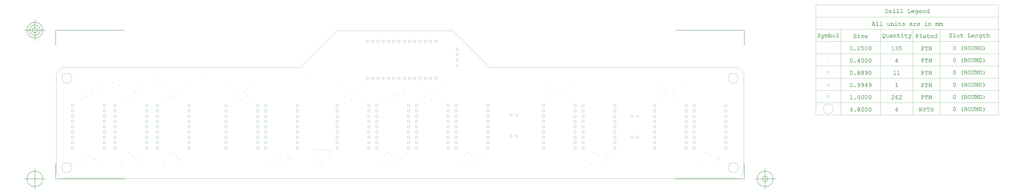
<source format=gbr>
G04 Generated by Ultiboard 14.1 *
%FSLAX34Y34*%
%MOMM*%

%ADD10C,0.0001*%
%ADD11C,0.0100*%
%ADD12C,0.1000*%
%ADD13C,0.0010*%
%ADD14C,0.1270*%


G04 ColorRGB 000000 for the following layer *
%LNDrill Symbols-Copper Top-Copper Bottom*%
%LPD*%
G54D11*
X102890Y60960D02*
X105390Y60960D01*
X104140Y59710D02*
X104140Y62210D01*
X306090Y60960D02*
X308590Y60960D01*
X307340Y59710D02*
X307340Y62210D01*
X509290Y60960D02*
X511790Y60960D01*
X510540Y59710D02*
X510540Y62210D01*
X1097280Y59710D02*
X1097280Y62210D01*
X1096030Y60960D02*
X1098530Y60960D01*
X1626890Y60960D02*
X1629390Y60960D01*
X1628140Y59710D02*
X1628140Y62210D01*
X2010430Y60960D02*
X2012930Y60960D01*
X2011680Y59710D02*
X2011680Y62210D01*
X2620030Y60960D02*
X2622530Y60960D01*
X2621280Y59710D02*
X2621280Y62210D01*
X3153430Y60960D02*
X3155930Y60960D01*
X3154680Y59710D02*
X3154680Y62210D01*
X115590Y71120D02*
X118090Y71120D01*
X116840Y69870D02*
X116840Y72370D01*
X196870Y81280D02*
X199370Y81280D01*
X198120Y80030D02*
X198120Y82530D01*
X318790Y71120D02*
X321290Y71120D01*
X320040Y69870D02*
X320040Y72370D01*
X401320Y80030D02*
X401320Y82530D01*
X400070Y81280D02*
X402570Y81280D01*
X521990Y71120D02*
X524490Y71120D01*
X523240Y69870D02*
X523240Y72370D01*
X604520Y80030D02*
X604520Y82530D01*
X603270Y81280D02*
X605770Y81280D01*
X1027450Y81280D02*
X1029950Y81280D01*
X1028700Y80030D02*
X1028700Y82530D01*
X1042690Y71120D02*
X1045190Y71120D01*
X1043940Y69870D02*
X1043940Y72370D01*
X1558310Y81280D02*
X1560810Y81280D01*
X1559560Y80030D02*
X1559560Y82530D01*
X1574800Y69870D02*
X1574800Y72370D01*
X1573550Y71120D02*
X1576050Y71120D01*
X1943100Y80030D02*
X1943100Y82530D01*
X1941850Y81280D02*
X1944350Y81280D01*
X1957090Y71120D02*
X1959590Y71120D01*
X1958340Y69870D02*
X1958340Y72370D01*
X2551450Y81280D02*
X2553950Y81280D01*
X2552700Y80030D02*
X2552700Y82530D01*
X2566690Y71120D02*
X2569190Y71120D01*
X2567940Y69870D02*
X2567940Y72370D01*
X3084850Y81280D02*
X3087350Y81280D01*
X3086100Y80030D02*
X3086100Y82530D01*
X3100090Y71120D02*
X3102590Y71120D01*
X3101340Y69870D02*
X3101340Y72370D01*
X171470Y101600D02*
X173970Y101600D01*
X172720Y100350D02*
X172720Y102850D01*
X185420Y90190D02*
X185420Y92690D01*
X184170Y91440D02*
X186670Y91440D01*
X374670Y101600D02*
X377170Y101600D01*
X375920Y100350D02*
X375920Y102850D01*
X387370Y91440D02*
X389870Y91440D01*
X388620Y90190D02*
X388620Y92690D01*
X577870Y101600D02*
X580370Y101600D01*
X579120Y100350D02*
X579120Y102850D01*
X590570Y91440D02*
X593070Y91440D01*
X591820Y90190D02*
X591820Y92690D01*
X1111270Y101600D02*
X1113770Y101600D01*
X1112520Y100350D02*
X1112520Y102850D01*
X1125220Y90190D02*
X1125220Y92690D01*
X1123970Y91440D02*
X1126470Y91440D01*
X1642130Y101600D02*
X1644630Y101600D01*
X1643380Y100350D02*
X1643380Y102850D01*
X1654830Y91440D02*
X1657330Y91440D01*
X1656080Y90190D02*
X1656080Y92690D01*
X2025670Y101600D02*
X2028170Y101600D01*
X2026920Y100350D02*
X2026920Y102850D01*
X2038370Y91440D02*
X2040870Y91440D01*
X2039620Y90190D02*
X2039620Y92690D01*
X2635270Y101600D02*
X2637770Y101600D01*
X2636520Y100350D02*
X2636520Y102850D01*
X2647970Y91440D02*
X2650470Y91440D01*
X2649220Y90190D02*
X2649220Y92690D01*
X3169920Y100350D02*
X3169920Y102850D01*
X3168670Y101600D02*
X3171170Y101600D01*
X3182620Y90190D02*
X3182620Y92690D01*
X3181370Y91440D02*
X3183870Y91440D01*
X143530Y121920D02*
X146030Y121920D01*
X144780Y120670D02*
X144780Y123170D01*
X158770Y111760D02*
X161270Y111760D01*
X160020Y110510D02*
X160020Y113010D01*
X346730Y121920D02*
X349230Y121920D01*
X347980Y120670D02*
X347980Y123170D01*
X363220Y110510D02*
X363220Y113010D01*
X361970Y111760D02*
X364470Y111760D01*
X549930Y121920D02*
X552430Y121920D01*
X551180Y120670D02*
X551180Y123170D01*
X565170Y111760D02*
X567670Y111760D01*
X566420Y110510D02*
X566420Y113010D01*
X1060470Y121920D02*
X1062970Y121920D01*
X1061720Y120670D02*
X1061720Y123170D01*
X1078250Y111760D02*
X1080750Y111760D01*
X1079500Y110510D02*
X1079500Y113010D01*
X1591330Y121920D02*
X1593830Y121920D01*
X1592580Y120670D02*
X1592580Y123170D01*
X1609110Y111760D02*
X1611610Y111760D01*
X1610360Y110510D02*
X1610360Y113010D01*
X1974870Y121920D02*
X1977370Y121920D01*
X1976120Y120670D02*
X1976120Y123170D01*
X1992650Y111760D02*
X1995150Y111760D01*
X1993900Y110510D02*
X1993900Y113010D01*
X2585720Y120670D02*
X2585720Y123170D01*
X2584470Y121920D02*
X2586970Y121920D01*
X2602250Y111760D02*
X2604750Y111760D01*
X2603500Y110510D02*
X2603500Y113010D01*
X3117870Y121920D02*
X3120370Y121920D01*
X3119120Y120670D02*
X3119120Y123170D01*
X3135650Y111760D02*
X3138150Y111760D01*
X3136900Y110510D02*
X3136900Y113010D01*
X114300Y374670D02*
X114300Y377170D01*
X113050Y375920D02*
X115550Y375920D01*
X130830Y386080D02*
X133330Y386080D01*
X132080Y384830D02*
X132080Y387330D01*
X317500Y374670D02*
X317500Y377170D01*
X316250Y375920D02*
X318750Y375920D01*
X334030Y386080D02*
X336530Y386080D01*
X335280Y384830D02*
X335280Y387330D01*
X520700Y374670D02*
X520700Y377170D01*
X519450Y375920D02*
X521950Y375920D01*
X537230Y386080D02*
X539730Y386080D01*
X538480Y384830D02*
X538480Y387330D01*
X886460Y374670D02*
X886460Y377170D01*
X885210Y375920D02*
X887710Y375920D01*
X933470Y386080D02*
X935970Y386080D01*
X934720Y384830D02*
X934720Y387330D01*
X1416070Y375920D02*
X1418570Y375920D01*
X1417320Y374670D02*
X1417320Y377170D01*
X1464330Y386080D02*
X1466830Y386080D01*
X1465580Y384830D02*
X1465580Y387330D01*
X1799610Y375920D02*
X1802110Y375920D01*
X1800860Y374670D02*
X1800860Y377170D01*
X1849120Y384830D02*
X1849120Y387330D01*
X1847870Y386080D02*
X1850370Y386080D01*
X2457470Y386080D02*
X2459970Y386080D01*
X2458720Y384830D02*
X2458720Y387330D01*
X2990870Y386080D02*
X2993370Y386080D01*
X2992120Y384830D02*
X2992120Y387330D01*
X163850Y406400D02*
X166350Y406400D01*
X165100Y405150D02*
X165100Y407650D01*
X146070Y396240D02*
X148570Y396240D01*
X147320Y394990D02*
X147320Y397490D01*
X349270Y396240D02*
X351770Y396240D01*
X350520Y394990D02*
X350520Y397490D01*
X368300Y405150D02*
X368300Y407650D01*
X367050Y406400D02*
X369550Y406400D01*
X553720Y394990D02*
X553720Y397490D01*
X552470Y396240D02*
X554970Y396240D01*
X570250Y406400D02*
X572750Y406400D01*
X571500Y405150D02*
X571500Y407650D01*
X864890Y406400D02*
X867390Y406400D01*
X866140Y405150D02*
X866140Y407650D01*
X850900Y394990D02*
X850900Y397490D01*
X849650Y396240D02*
X852150Y396240D01*
X1380510Y396240D02*
X1383010Y396240D01*
X1381760Y394990D02*
X1381760Y397490D01*
X1397000Y405150D02*
X1397000Y407650D01*
X1395750Y406400D02*
X1398250Y406400D01*
X1764050Y396240D02*
X1766550Y396240D01*
X1765300Y394990D02*
X1765300Y397490D01*
X1779290Y406400D02*
X1781790Y406400D01*
X1780540Y405150D02*
X1780540Y407650D01*
X2373650Y396240D02*
X2376150Y396240D01*
X2374900Y394990D02*
X2374900Y397490D01*
X2390140Y405150D02*
X2390140Y407650D01*
X2388890Y406400D02*
X2391390Y406400D01*
X2923540Y405150D02*
X2923540Y407650D01*
X2922290Y406400D02*
X2924790Y406400D01*
X2907050Y396240D02*
X2909550Y396240D01*
X2908300Y394990D02*
X2908300Y397490D01*
X176550Y416560D02*
X179050Y416560D01*
X177800Y415310D02*
X177800Y417810D01*
X193040Y425470D02*
X193040Y427970D01*
X191790Y426720D02*
X194290Y426720D01*
X381000Y415310D02*
X381000Y417810D01*
X379750Y416560D02*
X382250Y416560D01*
X396240Y425470D02*
X396240Y427970D01*
X394990Y426720D02*
X397490Y426720D01*
X582950Y416560D02*
X585450Y416560D01*
X584200Y415310D02*
X584200Y417810D01*
X598190Y426720D02*
X600690Y426720D01*
X599440Y425470D02*
X599440Y427970D01*
X900450Y416560D02*
X902950Y416560D01*
X901700Y415310D02*
X901700Y417810D01*
X915690Y426720D02*
X918190Y426720D01*
X916940Y425470D02*
X916940Y427970D01*
X1431310Y416560D02*
X1433810Y416560D01*
X1432560Y415310D02*
X1432560Y417810D01*
X1446550Y426720D02*
X1449050Y426720D01*
X1447800Y425470D02*
X1447800Y427970D01*
X1814850Y416560D02*
X1817350Y416560D01*
X1816100Y415310D02*
X1816100Y417810D01*
X1831340Y425470D02*
X1831340Y427970D01*
X1830090Y426720D02*
X1832590Y426720D01*
X2424450Y416560D02*
X2426950Y416560D01*
X2425700Y415310D02*
X2425700Y417810D01*
X2439690Y426720D02*
X2442190Y426720D01*
X2440940Y425470D02*
X2440940Y427970D01*
X2957850Y416560D02*
X2960350Y416560D01*
X2959100Y415310D02*
X2959100Y417810D01*
X2973090Y426720D02*
X2975590Y426720D01*
X2974340Y425470D02*
X2974340Y427970D01*
X209570Y436880D02*
X212070Y436880D01*
X210820Y435630D02*
X210820Y438130D01*
X295930Y447040D02*
X298430Y447040D01*
X297180Y445790D02*
X297180Y448290D01*
X412770Y436880D02*
X415270Y436880D01*
X414020Y435630D02*
X414020Y438130D01*
X499130Y447040D02*
X501630Y447040D01*
X500380Y445790D02*
X500380Y448290D01*
X615970Y436880D02*
X618470Y436880D01*
X617220Y435630D02*
X617220Y438130D01*
X836950Y447040D02*
X839450Y447040D01*
X838200Y445790D02*
X838200Y448290D01*
X948710Y436880D02*
X951210Y436880D01*
X949960Y435630D02*
X949960Y438130D01*
X1367810Y447040D02*
X1370310Y447040D01*
X1369060Y445790D02*
X1369060Y448290D01*
X1479570Y436880D02*
X1482070Y436880D01*
X1480820Y435630D02*
X1480820Y438130D01*
X1751350Y447040D02*
X1753850Y447040D01*
X1752600Y445790D02*
X1752600Y448290D01*
X1864360Y435630D02*
X1864360Y438130D01*
X1863110Y436880D02*
X1865610Y436880D01*
X2362200Y445790D02*
X2362200Y448290D01*
X2360950Y447040D02*
X2363450Y447040D01*
X2473960Y435630D02*
X2473960Y438130D01*
X2472710Y436880D02*
X2475210Y436880D01*
X2894350Y447040D02*
X2896850Y447040D01*
X2895600Y445790D02*
X2895600Y448290D01*
X3006110Y436880D02*
X3008610Y436880D01*
X3007360Y435630D02*
X3007360Y438130D01*
X1568470Y375920D02*
X1570970Y375920D01*
X1569720Y374670D02*
X1569720Y377170D01*
X1593870Y386080D02*
X1596370Y386080D01*
X1595120Y384830D02*
X1595120Y387330D01*
X1619270Y396240D02*
X1621770Y396240D01*
X1620520Y394990D02*
X1620520Y397490D01*
X1644670Y406400D02*
X1647170Y406400D01*
X1645920Y405150D02*
X1645920Y407650D01*
X1670070Y416560D02*
X1672570Y416560D01*
X1671320Y415310D02*
X1671320Y417810D01*
X1240810Y137160D02*
X1243310Y137160D01*
X1242060Y135910D02*
X1242060Y138410D01*
X1253510Y137160D02*
X1256010Y137160D01*
X1254760Y135910D02*
X1254760Y138410D01*
X1266210Y137160D02*
X1268710Y137160D01*
X1267460Y135910D02*
X1267460Y138410D01*
X1278910Y137160D02*
X1281410Y137160D01*
X1280160Y135910D02*
X1280160Y138410D01*
X1291610Y137160D02*
X1294110Y137160D01*
X1292860Y135910D02*
X1292860Y138410D01*
X1304310Y137160D02*
X1306810Y137160D01*
X1305560Y135910D02*
X1305560Y138410D01*
X1317010Y137160D02*
X1319510Y137160D01*
X1318260Y135910D02*
X1318260Y138410D01*
X1240810Y91440D02*
X1243310Y91440D01*
X1242060Y90190D02*
X1242060Y92690D01*
X1253510Y81280D02*
X1256010Y81280D01*
X1254760Y80030D02*
X1254760Y82530D01*
X1266210Y71120D02*
X1268710Y71120D01*
X1267460Y69870D02*
X1267460Y72370D01*
X1280160Y59710D02*
X1280160Y62210D01*
X1278910Y60960D02*
X1281410Y60960D01*
X1304310Y111760D02*
X1306810Y111760D01*
X1305560Y110510D02*
X1305560Y113010D01*
X1318260Y100350D02*
X1318260Y102850D01*
X1317010Y101600D02*
X1319510Y101600D01*
X267826Y458326D02*
X270654Y461154D01*
X267826Y461154D02*
X270654Y458326D01*
X704706Y488806D02*
X707534Y491634D01*
X704706Y491634D02*
X707534Y488806D01*
X1220326Y504046D02*
X1223154Y506874D01*
X1220326Y506874D02*
X1223154Y504046D01*
X483726Y473566D02*
X486554Y476394D01*
X483726Y476394D02*
X486554Y473566D01*
X1925320Y565214D02*
X1931606Y571500D01*
X1925320Y577786D01*
X1919034Y571500D01*
X1925320Y565214D01*
X1920345Y541125D02*
X1930295Y541125D01*
X1925320Y549618D01*
X1920345Y541125D01*
X1925320Y616014D02*
X1931606Y622300D01*
X1925320Y628586D01*
X1919034Y622300D01*
X1925320Y616014D01*
X1925320Y590614D02*
X1931606Y596900D01*
X1925320Y603186D01*
X1919034Y596900D01*
X1925320Y590614D01*
X2209800Y298514D02*
X2216086Y304800D01*
X2209800Y311086D01*
X2203514Y304800D01*
X2209800Y298514D01*
X2184400Y298514D02*
X2190686Y304800D01*
X2184400Y311086D01*
X2178114Y304800D01*
X2184400Y298514D01*
X2209800Y196914D02*
X2216086Y203200D01*
X2209800Y209486D01*
X2203514Y203200D01*
X2209800Y196914D01*
X2184400Y196914D02*
X2190686Y203200D01*
X2184400Y209486D01*
X2178114Y203200D01*
X2184400Y196914D01*
X2791460Y293434D02*
X2797746Y299720D01*
X2791460Y306006D01*
X2785174Y299720D01*
X2791460Y293434D01*
X2766060Y293434D02*
X2772346Y299720D01*
X2766060Y306006D01*
X2759774Y299720D01*
X2766060Y293434D01*
X2791460Y191834D02*
X2797746Y198120D01*
X2791460Y204406D01*
X2785174Y198120D01*
X2791460Y191834D01*
X2766060Y191834D02*
X2772346Y198120D01*
X2766060Y204406D01*
X2759774Y198120D01*
X2766060Y191834D01*
X3703024Y447995D02*
X3712973Y447995D01*
X3707999Y456488D01*
X3703024Y447995D01*
X3707999Y505684D02*
X3714285Y511970D01*
X3707999Y518256D01*
X3701713Y511970D01*
X3707999Y505684D01*
X3706585Y569556D02*
X3709413Y572384D01*
X3706585Y572384D02*
X3709413Y569556D01*
X3707999Y628720D02*
X3707999Y631220D01*
X3706749Y629970D02*
X3709249Y629970D01*
G54D12*
X26800Y482600D02*
G75*
D01*
G02X26800Y482600I24000J0*
G01*
X26800Y50800D02*
G75*
D01*
G02X26800Y50800I24000J0*
G01*
X3227200Y482600D02*
G75*
D01*
G02X3227200Y482600I24000J0*
G01*
X3227200Y50800D02*
G75*
D01*
G02X3227200Y50800I24000J0*
G01*
X3058240Y142320D02*
X3068240Y142320D01*
X3068240Y152320D01*
X3058240Y152320D01*
X3058240Y142320D01*
X3210640Y142320D02*
X3220640Y142320D01*
X3220640Y152320D01*
X3210640Y152320D01*
X3210640Y142320D01*
X3058240Y167720D02*
X3068240Y167720D01*
X3068240Y177720D01*
X3058240Y177720D01*
X3058240Y167720D01*
X3210640Y167720D02*
X3220640Y167720D01*
X3220640Y177720D01*
X3210640Y177720D01*
X3210640Y167720D01*
X3058240Y193120D02*
X3068240Y193120D01*
X3068240Y203120D01*
X3058240Y203120D01*
X3058240Y193120D01*
X3210640Y193120D02*
X3220640Y193120D01*
X3220640Y203120D01*
X3210640Y203120D01*
X3210640Y193120D01*
X3058240Y218520D02*
X3068240Y218520D01*
X3068240Y228520D01*
X3058240Y228520D01*
X3058240Y218520D01*
X3210640Y218520D02*
X3220640Y218520D01*
X3220640Y228520D01*
X3210640Y228520D01*
X3210640Y218520D01*
X3058240Y243920D02*
X3068240Y243920D01*
X3068240Y253920D01*
X3058240Y253920D01*
X3058240Y243920D01*
X3210640Y243920D02*
X3220640Y243920D01*
X3220640Y253920D01*
X3210640Y253920D01*
X3210640Y243920D01*
X3058240Y269320D02*
X3068240Y269320D01*
X3068240Y279320D01*
X3058240Y279320D01*
X3058240Y269320D01*
X3210640Y269320D02*
X3220640Y269320D01*
X3220640Y279320D01*
X3210640Y279320D01*
X3210640Y269320D01*
X3058240Y294720D02*
X3068240Y294720D01*
X3068240Y304720D01*
X3058240Y304720D01*
X3058240Y294720D01*
X3210640Y294720D02*
X3220640Y294720D01*
X3220640Y304720D01*
X3210640Y304720D01*
X3210640Y294720D01*
X3058240Y320120D02*
X3068240Y320120D01*
X3068240Y330120D01*
X3058240Y330120D01*
X3058240Y320120D01*
X3210640Y320120D02*
X3220640Y320120D01*
X3220640Y330120D01*
X3210640Y330120D01*
X3210640Y320120D01*
X3058240Y345520D02*
X3068240Y345520D01*
X3068240Y355520D01*
X3058240Y355520D01*
X3058240Y345520D01*
X3210640Y345520D02*
X3220640Y345520D01*
X3220640Y355520D01*
X3210640Y355520D01*
X3210640Y345520D01*
X2867740Y142320D02*
X2877740Y142320D01*
X2877740Y152320D01*
X2867740Y152320D01*
X2867740Y142320D01*
X3020140Y142320D02*
X3030140Y142320D01*
X3030140Y152320D01*
X3020140Y152320D01*
X3020140Y142320D01*
X2867740Y167720D02*
X2877740Y167720D01*
X2877740Y177720D01*
X2867740Y177720D01*
X2867740Y167720D01*
X3020140Y167720D02*
X3030140Y167720D01*
X3030140Y177720D01*
X3020140Y177720D01*
X3020140Y167720D01*
X2867740Y193120D02*
X2877740Y193120D01*
X2877740Y203120D01*
X2867740Y203120D01*
X2867740Y193120D01*
X3020140Y193120D02*
X3030140Y193120D01*
X3030140Y203120D01*
X3020140Y203120D01*
X3020140Y193120D01*
X2867740Y218520D02*
X2877740Y218520D01*
X2877740Y228520D01*
X2867740Y228520D01*
X2867740Y218520D01*
X3020140Y218520D02*
X3030140Y218520D01*
X3030140Y228520D01*
X3020140Y228520D01*
X3020140Y218520D01*
X2867740Y243920D02*
X2877740Y243920D01*
X2877740Y253920D01*
X2867740Y253920D01*
X2867740Y243920D01*
X3020140Y243920D02*
X3030140Y243920D01*
X3030140Y253920D01*
X3020140Y253920D01*
X3020140Y243920D01*
X2867740Y269320D02*
X2877740Y269320D01*
X2877740Y279320D01*
X2867740Y279320D01*
X2867740Y269320D01*
X3020140Y269320D02*
X3030140Y269320D01*
X3030140Y279320D01*
X3020140Y279320D01*
X3020140Y269320D01*
X2867740Y294720D02*
X2877740Y294720D01*
X2877740Y304720D01*
X2867740Y304720D01*
X2867740Y294720D01*
X3020140Y294720D02*
X3030140Y294720D01*
X3030140Y304720D01*
X3020140Y304720D01*
X3020140Y294720D01*
X2867740Y320120D02*
X2877740Y320120D01*
X2877740Y330120D01*
X2867740Y330120D01*
X2867740Y320120D01*
X3020140Y320120D02*
X3030140Y320120D01*
X3030140Y330120D01*
X3020140Y330120D01*
X3020140Y320120D01*
X2867740Y345520D02*
X2877740Y345520D01*
X2877740Y355520D01*
X2867740Y355520D01*
X2867740Y345520D01*
X3020140Y345520D02*
X3030140Y345520D01*
X3030140Y355520D01*
X3020140Y355520D01*
X3020140Y345520D01*
X2524840Y142320D02*
X2534840Y142320D01*
X2534840Y152320D01*
X2524840Y152320D01*
X2524840Y142320D01*
X2677240Y142320D02*
X2687240Y142320D01*
X2687240Y152320D01*
X2677240Y152320D01*
X2677240Y142320D01*
X2524840Y167720D02*
X2534840Y167720D01*
X2534840Y177720D01*
X2524840Y177720D01*
X2524840Y167720D01*
X2677240Y167720D02*
X2687240Y167720D01*
X2687240Y177720D01*
X2677240Y177720D01*
X2677240Y167720D01*
X2524840Y193120D02*
X2534840Y193120D01*
X2534840Y203120D01*
X2524840Y203120D01*
X2524840Y193120D01*
X2677240Y193120D02*
X2687240Y193120D01*
X2687240Y203120D01*
X2677240Y203120D01*
X2677240Y193120D01*
X2524840Y218520D02*
X2534840Y218520D01*
X2534840Y228520D01*
X2524840Y228520D01*
X2524840Y218520D01*
X2677240Y218520D02*
X2687240Y218520D01*
X2687240Y228520D01*
X2677240Y228520D01*
X2677240Y218520D01*
X2524840Y243920D02*
X2534840Y243920D01*
X2534840Y253920D01*
X2524840Y253920D01*
X2524840Y243920D01*
X2677240Y243920D02*
X2687240Y243920D01*
X2687240Y253920D01*
X2677240Y253920D01*
X2677240Y243920D01*
X2524840Y269320D02*
X2534840Y269320D01*
X2534840Y279320D01*
X2524840Y279320D01*
X2524840Y269320D01*
X2677240Y269320D02*
X2687240Y269320D01*
X2687240Y279320D01*
X2677240Y279320D01*
X2677240Y269320D01*
X2524840Y294720D02*
X2534840Y294720D01*
X2534840Y304720D01*
X2524840Y304720D01*
X2524840Y294720D01*
X2677240Y294720D02*
X2687240Y294720D01*
X2687240Y304720D01*
X2677240Y304720D01*
X2677240Y294720D01*
X2524840Y320120D02*
X2534840Y320120D01*
X2534840Y330120D01*
X2524840Y330120D01*
X2524840Y320120D01*
X2677240Y320120D02*
X2687240Y320120D01*
X2687240Y330120D01*
X2677240Y330120D01*
X2677240Y320120D01*
X2524840Y345520D02*
X2534840Y345520D01*
X2534840Y355520D01*
X2524840Y355520D01*
X2524840Y345520D01*
X2677240Y345520D02*
X2687240Y345520D01*
X2687240Y355520D01*
X2677240Y355520D01*
X2677240Y345520D01*
X2334340Y142320D02*
X2344340Y142320D01*
X2344340Y152320D01*
X2334340Y152320D01*
X2334340Y142320D01*
X2486740Y142320D02*
X2496740Y142320D01*
X2496740Y152320D01*
X2486740Y152320D01*
X2486740Y142320D01*
X2334340Y167720D02*
X2344340Y167720D01*
X2344340Y177720D01*
X2334340Y177720D01*
X2334340Y167720D01*
X2486740Y167720D02*
X2496740Y167720D01*
X2496740Y177720D01*
X2486740Y177720D01*
X2486740Y167720D01*
X2334340Y193120D02*
X2344340Y193120D01*
X2344340Y203120D01*
X2334340Y203120D01*
X2334340Y193120D01*
X2486740Y193120D02*
X2496740Y193120D01*
X2496740Y203120D01*
X2486740Y203120D01*
X2486740Y193120D01*
X2334340Y218520D02*
X2344340Y218520D01*
X2344340Y228520D01*
X2334340Y228520D01*
X2334340Y218520D01*
X2486740Y218520D02*
X2496740Y218520D01*
X2496740Y228520D01*
X2486740Y228520D01*
X2486740Y218520D01*
X2334340Y243920D02*
X2344340Y243920D01*
X2344340Y253920D01*
X2334340Y253920D01*
X2334340Y243920D01*
X2486740Y243920D02*
X2496740Y243920D01*
X2496740Y253920D01*
X2486740Y253920D01*
X2486740Y243920D01*
X2334340Y269320D02*
X2344340Y269320D01*
X2344340Y279320D01*
X2334340Y279320D01*
X2334340Y269320D01*
X2486740Y269320D02*
X2496740Y269320D01*
X2496740Y279320D01*
X2486740Y279320D01*
X2486740Y269320D01*
X2334340Y294720D02*
X2344340Y294720D01*
X2344340Y304720D01*
X2334340Y304720D01*
X2334340Y294720D01*
X2486740Y294720D02*
X2496740Y294720D01*
X2496740Y304720D01*
X2486740Y304720D01*
X2486740Y294720D01*
X2334340Y320120D02*
X2344340Y320120D01*
X2344340Y330120D01*
X2334340Y330120D01*
X2334340Y320120D01*
X2486740Y320120D02*
X2496740Y320120D01*
X2496740Y330120D01*
X2486740Y330120D01*
X2486740Y320120D01*
X2334340Y345520D02*
X2344340Y345520D01*
X2344340Y355520D01*
X2334340Y355520D01*
X2334340Y345520D01*
X2486740Y345520D02*
X2496740Y345520D01*
X2496740Y355520D01*
X2486740Y355520D01*
X2486740Y345520D01*
X1915240Y142320D02*
X1925240Y142320D01*
X1925240Y152320D01*
X1915240Y152320D01*
X1915240Y142320D01*
X2067640Y142320D02*
X2077640Y142320D01*
X2077640Y152320D01*
X2067640Y152320D01*
X2067640Y142320D01*
X1915240Y167720D02*
X1925240Y167720D01*
X1925240Y177720D01*
X1915240Y177720D01*
X1915240Y167720D01*
X2067640Y167720D02*
X2077640Y167720D01*
X2077640Y177720D01*
X2067640Y177720D01*
X2067640Y167720D01*
X1915240Y193120D02*
X1925240Y193120D01*
X1925240Y203120D01*
X1915240Y203120D01*
X1915240Y193120D01*
X2067640Y193120D02*
X2077640Y193120D01*
X2077640Y203120D01*
X2067640Y203120D01*
X2067640Y193120D01*
X1915240Y218520D02*
X1925240Y218520D01*
X1925240Y228520D01*
X1915240Y228520D01*
X1915240Y218520D01*
X2067640Y218520D02*
X2077640Y218520D01*
X2077640Y228520D01*
X2067640Y228520D01*
X2067640Y218520D01*
X1915240Y243920D02*
X1925240Y243920D01*
X1925240Y253920D01*
X1915240Y253920D01*
X1915240Y243920D01*
X2067640Y243920D02*
X2077640Y243920D01*
X2077640Y253920D01*
X2067640Y253920D01*
X2067640Y243920D01*
X1915240Y269320D02*
X1925240Y269320D01*
X1925240Y279320D01*
X1915240Y279320D01*
X1915240Y269320D01*
X2067640Y269320D02*
X2077640Y269320D01*
X2077640Y279320D01*
X2067640Y279320D01*
X2067640Y269320D01*
X1915240Y294720D02*
X1925240Y294720D01*
X1925240Y304720D01*
X1915240Y304720D01*
X1915240Y294720D01*
X2067640Y294720D02*
X2077640Y294720D01*
X2077640Y304720D01*
X2067640Y304720D01*
X2067640Y294720D01*
X1915240Y320120D02*
X1925240Y320120D01*
X1925240Y330120D01*
X1915240Y330120D01*
X1915240Y320120D01*
X2067640Y320120D02*
X2077640Y320120D01*
X2077640Y330120D01*
X2067640Y330120D01*
X2067640Y320120D01*
X1915240Y345520D02*
X1925240Y345520D01*
X1925240Y355520D01*
X1915240Y355520D01*
X1915240Y345520D01*
X2067640Y345520D02*
X2077640Y345520D01*
X2077640Y355520D01*
X2067640Y355520D01*
X2067640Y345520D01*
X1343740Y142320D02*
X1353740Y142320D01*
X1353740Y152320D01*
X1343740Y152320D01*
X1343740Y142320D01*
X1496140Y142320D02*
X1506140Y142320D01*
X1506140Y152320D01*
X1496140Y152320D01*
X1496140Y142320D01*
X1343740Y167720D02*
X1353740Y167720D01*
X1353740Y177720D01*
X1343740Y177720D01*
X1343740Y167720D01*
X1496140Y167720D02*
X1506140Y167720D01*
X1506140Y177720D01*
X1496140Y177720D01*
X1496140Y167720D01*
X1343740Y193120D02*
X1353740Y193120D01*
X1353740Y203120D01*
X1343740Y203120D01*
X1343740Y193120D01*
X1496140Y193120D02*
X1506140Y193120D01*
X1506140Y203120D01*
X1496140Y203120D01*
X1496140Y193120D01*
X1343740Y218520D02*
X1353740Y218520D01*
X1353740Y228520D01*
X1343740Y228520D01*
X1343740Y218520D01*
X1496140Y218520D02*
X1506140Y218520D01*
X1506140Y228520D01*
X1496140Y228520D01*
X1496140Y218520D01*
X1343740Y243920D02*
X1353740Y243920D01*
X1353740Y253920D01*
X1343740Y253920D01*
X1343740Y243920D01*
X1496140Y243920D02*
X1506140Y243920D01*
X1506140Y253920D01*
X1496140Y253920D01*
X1496140Y243920D01*
X1343740Y269320D02*
X1353740Y269320D01*
X1353740Y279320D01*
X1343740Y279320D01*
X1343740Y269320D01*
X1496140Y269320D02*
X1506140Y269320D01*
X1506140Y279320D01*
X1496140Y279320D01*
X1496140Y269320D01*
X1343740Y294720D02*
X1353740Y294720D01*
X1353740Y304720D01*
X1343740Y304720D01*
X1343740Y294720D01*
X1496140Y294720D02*
X1506140Y294720D01*
X1506140Y304720D01*
X1496140Y304720D01*
X1496140Y294720D01*
X1343740Y320120D02*
X1353740Y320120D01*
X1353740Y330120D01*
X1343740Y330120D01*
X1343740Y320120D01*
X1496140Y320120D02*
X1506140Y320120D01*
X1506140Y330120D01*
X1496140Y330120D01*
X1496140Y320120D01*
X1343740Y345520D02*
X1353740Y345520D01*
X1353740Y355520D01*
X1343740Y355520D01*
X1343740Y345520D01*
X1496140Y345520D02*
X1506140Y345520D01*
X1506140Y355520D01*
X1496140Y355520D01*
X1496140Y345520D01*
X1000840Y142320D02*
X1010840Y142320D01*
X1010840Y152320D01*
X1000840Y152320D01*
X1000840Y142320D01*
X1153240Y142320D02*
X1163240Y142320D01*
X1163240Y152320D01*
X1153240Y152320D01*
X1153240Y142320D01*
X1000840Y167720D02*
X1010840Y167720D01*
X1010840Y177720D01*
X1000840Y177720D01*
X1000840Y167720D01*
X1153240Y167720D02*
X1163240Y167720D01*
X1163240Y177720D01*
X1153240Y177720D01*
X1153240Y167720D01*
X1000840Y193120D02*
X1010840Y193120D01*
X1010840Y203120D01*
X1000840Y203120D01*
X1000840Y193120D01*
X1153240Y193120D02*
X1163240Y193120D01*
X1163240Y203120D01*
X1153240Y203120D01*
X1153240Y193120D01*
X1000840Y218520D02*
X1010840Y218520D01*
X1010840Y228520D01*
X1000840Y228520D01*
X1000840Y218520D01*
X1153240Y218520D02*
X1163240Y218520D01*
X1163240Y228520D01*
X1153240Y228520D01*
X1153240Y218520D01*
X1000840Y243920D02*
X1010840Y243920D01*
X1010840Y253920D01*
X1000840Y253920D01*
X1000840Y243920D01*
X1153240Y243920D02*
X1163240Y243920D01*
X1163240Y253920D01*
X1153240Y253920D01*
X1153240Y243920D01*
X1000840Y269320D02*
X1010840Y269320D01*
X1010840Y279320D01*
X1000840Y279320D01*
X1000840Y269320D01*
X1153240Y269320D02*
X1163240Y269320D01*
X1163240Y279320D01*
X1153240Y279320D01*
X1153240Y269320D01*
X1000840Y294720D02*
X1010840Y294720D01*
X1010840Y304720D01*
X1000840Y304720D01*
X1000840Y294720D01*
X1153240Y294720D02*
X1163240Y294720D01*
X1163240Y304720D01*
X1153240Y304720D01*
X1153240Y294720D01*
X1000840Y320120D02*
X1010840Y320120D01*
X1010840Y330120D01*
X1000840Y330120D01*
X1000840Y320120D01*
X1153240Y320120D02*
X1163240Y320120D01*
X1163240Y330120D01*
X1153240Y330120D01*
X1153240Y320120D01*
X1000840Y345520D02*
X1010840Y345520D01*
X1010840Y355520D01*
X1000840Y355520D01*
X1000840Y345520D01*
X1153240Y345520D02*
X1163240Y345520D01*
X1163240Y355520D01*
X1153240Y355520D01*
X1153240Y345520D01*
X810340Y142320D02*
X820340Y142320D01*
X820340Y152320D01*
X810340Y152320D01*
X810340Y142320D01*
X962740Y142320D02*
X972740Y142320D01*
X972740Y152320D01*
X962740Y152320D01*
X962740Y142320D01*
X810340Y167720D02*
X820340Y167720D01*
X820340Y177720D01*
X810340Y177720D01*
X810340Y167720D01*
X962740Y167720D02*
X972740Y167720D01*
X972740Y177720D01*
X962740Y177720D01*
X962740Y167720D01*
X810340Y193120D02*
X820340Y193120D01*
X820340Y203120D01*
X810340Y203120D01*
X810340Y193120D01*
X962740Y193120D02*
X972740Y193120D01*
X972740Y203120D01*
X962740Y203120D01*
X962740Y193120D01*
X810340Y218520D02*
X820340Y218520D01*
X820340Y228520D01*
X810340Y228520D01*
X810340Y218520D01*
X962740Y218520D02*
X972740Y218520D01*
X972740Y228520D01*
X962740Y228520D01*
X962740Y218520D01*
X810340Y243920D02*
X820340Y243920D01*
X820340Y253920D01*
X810340Y253920D01*
X810340Y243920D01*
X962740Y243920D02*
X972740Y243920D01*
X972740Y253920D01*
X962740Y253920D01*
X962740Y243920D01*
X810340Y269320D02*
X820340Y269320D01*
X820340Y279320D01*
X810340Y279320D01*
X810340Y269320D01*
X962740Y269320D02*
X972740Y269320D01*
X972740Y279320D01*
X962740Y279320D01*
X962740Y269320D01*
X810340Y294720D02*
X820340Y294720D01*
X820340Y304720D01*
X810340Y304720D01*
X810340Y294720D01*
X962740Y294720D02*
X972740Y294720D01*
X972740Y304720D01*
X962740Y304720D01*
X962740Y294720D01*
X810340Y320120D02*
X820340Y320120D01*
X820340Y330120D01*
X810340Y330120D01*
X810340Y320120D01*
X962740Y320120D02*
X972740Y320120D01*
X972740Y330120D01*
X962740Y330120D01*
X962740Y320120D01*
X810340Y345520D02*
X820340Y345520D01*
X820340Y355520D01*
X810340Y355520D01*
X810340Y345520D01*
X962740Y345520D02*
X972740Y345520D01*
X972740Y355520D01*
X962740Y355520D01*
X962740Y345520D01*
X1724740Y142320D02*
X1734740Y142320D01*
X1734740Y152320D01*
X1724740Y152320D01*
X1724740Y142320D01*
X1877140Y142320D02*
X1887140Y142320D01*
X1887140Y152320D01*
X1877140Y152320D01*
X1877140Y142320D01*
X1724740Y167720D02*
X1734740Y167720D01*
X1734740Y177720D01*
X1724740Y177720D01*
X1724740Y167720D01*
X1877140Y167720D02*
X1887140Y167720D01*
X1887140Y177720D01*
X1877140Y177720D01*
X1877140Y167720D01*
X1724740Y193120D02*
X1734740Y193120D01*
X1734740Y203120D01*
X1724740Y203120D01*
X1724740Y193120D01*
X1877140Y193120D02*
X1887140Y193120D01*
X1887140Y203120D01*
X1877140Y203120D01*
X1877140Y193120D01*
X1724740Y218520D02*
X1734740Y218520D01*
X1734740Y228520D01*
X1724740Y228520D01*
X1724740Y218520D01*
X1877140Y218520D02*
X1887140Y218520D01*
X1887140Y228520D01*
X1877140Y228520D01*
X1877140Y218520D01*
X1724740Y243920D02*
X1734740Y243920D01*
X1734740Y253920D01*
X1724740Y253920D01*
X1724740Y243920D01*
X1877140Y243920D02*
X1887140Y243920D01*
X1887140Y253920D01*
X1877140Y253920D01*
X1877140Y243920D01*
X1724740Y269320D02*
X1734740Y269320D01*
X1734740Y279320D01*
X1724740Y279320D01*
X1724740Y269320D01*
X1877140Y269320D02*
X1887140Y269320D01*
X1887140Y279320D01*
X1877140Y279320D01*
X1877140Y269320D01*
X1724740Y294720D02*
X1734740Y294720D01*
X1734740Y304720D01*
X1724740Y304720D01*
X1724740Y294720D01*
X1877140Y294720D02*
X1887140Y294720D01*
X1887140Y304720D01*
X1877140Y304720D01*
X1877140Y294720D01*
X1724740Y320120D02*
X1734740Y320120D01*
X1734740Y330120D01*
X1724740Y330120D01*
X1724740Y320120D01*
X1877140Y320120D02*
X1887140Y320120D01*
X1887140Y330120D01*
X1877140Y330120D01*
X1877140Y320120D01*
X1724740Y345520D02*
X1734740Y345520D01*
X1734740Y355520D01*
X1724740Y355520D01*
X1724740Y345520D01*
X1877140Y345520D02*
X1887140Y345520D01*
X1887140Y355520D01*
X1877140Y355520D01*
X1877140Y345520D01*
X1534240Y142320D02*
X1544240Y142320D01*
X1544240Y152320D01*
X1534240Y152320D01*
X1534240Y142320D01*
X1686640Y142320D02*
X1696640Y142320D01*
X1696640Y152320D01*
X1686640Y152320D01*
X1686640Y142320D01*
X1534240Y167720D02*
X1544240Y167720D01*
X1544240Y177720D01*
X1534240Y177720D01*
X1534240Y167720D01*
X1686640Y167720D02*
X1696640Y167720D01*
X1696640Y177720D01*
X1686640Y177720D01*
X1686640Y167720D01*
X1534240Y193120D02*
X1544240Y193120D01*
X1544240Y203120D01*
X1534240Y203120D01*
X1534240Y193120D01*
X1686640Y193120D02*
X1696640Y193120D01*
X1696640Y203120D01*
X1686640Y203120D01*
X1686640Y193120D01*
X1534240Y218520D02*
X1544240Y218520D01*
X1544240Y228520D01*
X1534240Y228520D01*
X1534240Y218520D01*
X1686640Y218520D02*
X1696640Y218520D01*
X1696640Y228520D01*
X1686640Y228520D01*
X1686640Y218520D01*
X1534240Y243920D02*
X1544240Y243920D01*
X1544240Y253920D01*
X1534240Y253920D01*
X1534240Y243920D01*
X1686640Y243920D02*
X1696640Y243920D01*
X1696640Y253920D01*
X1686640Y253920D01*
X1686640Y243920D01*
X1534240Y269320D02*
X1544240Y269320D01*
X1544240Y279320D01*
X1534240Y279320D01*
X1534240Y269320D01*
X1686640Y269320D02*
X1696640Y269320D01*
X1696640Y279320D01*
X1686640Y279320D01*
X1686640Y269320D01*
X1534240Y294720D02*
X1544240Y294720D01*
X1544240Y304720D01*
X1534240Y304720D01*
X1534240Y294720D01*
X1686640Y294720D02*
X1696640Y294720D01*
X1696640Y304720D01*
X1686640Y304720D01*
X1686640Y294720D01*
X1534240Y320120D02*
X1544240Y320120D01*
X1544240Y330120D01*
X1534240Y330120D01*
X1534240Y320120D01*
X1686640Y320120D02*
X1696640Y320120D01*
X1696640Y330120D01*
X1686640Y330120D01*
X1686640Y320120D01*
X1534240Y345520D02*
X1544240Y345520D01*
X1544240Y355520D01*
X1534240Y355520D01*
X1534240Y345520D01*
X1686640Y345520D02*
X1696640Y345520D01*
X1696640Y355520D01*
X1686640Y355520D01*
X1686640Y345520D01*
X480140Y142330D02*
X490140Y142330D01*
X490140Y152330D01*
X480140Y152330D01*
X480140Y142330D01*
X632540Y142330D02*
X642540Y142330D01*
X642540Y152330D01*
X632540Y152330D01*
X632540Y142330D01*
X480140Y167730D02*
X490140Y167730D01*
X490140Y177730D01*
X480140Y177730D01*
X480140Y167730D01*
X632540Y167730D02*
X642540Y167730D01*
X642540Y177730D01*
X632540Y177730D01*
X632540Y167730D01*
X480140Y193130D02*
X490140Y193130D01*
X490140Y203130D01*
X480140Y203130D01*
X480140Y193130D01*
X632540Y193130D02*
X642540Y193130D01*
X642540Y203130D01*
X632540Y203130D01*
X632540Y193130D01*
X480140Y218530D02*
X490140Y218530D01*
X490140Y228530D01*
X480140Y228530D01*
X480140Y218530D01*
X632540Y218530D02*
X642540Y218530D01*
X642540Y228530D01*
X632540Y228530D01*
X632540Y218530D01*
X480140Y243930D02*
X490140Y243930D01*
X490140Y253930D01*
X480140Y253930D01*
X480140Y243930D01*
X632540Y243930D02*
X642540Y243930D01*
X642540Y253930D01*
X632540Y253930D01*
X632540Y243930D01*
X480140Y269330D02*
X490140Y269330D01*
X490140Y279330D01*
X480140Y279330D01*
X480140Y269330D01*
X632540Y269330D02*
X642540Y269330D01*
X642540Y279330D01*
X632540Y279330D01*
X632540Y269330D01*
X480140Y294730D02*
X490140Y294730D01*
X490140Y304730D01*
X480140Y304730D01*
X480140Y294730D01*
X632540Y294730D02*
X642540Y294730D01*
X642540Y304730D01*
X632540Y304730D01*
X632540Y294730D01*
X480140Y320130D02*
X490140Y320130D01*
X490140Y330130D01*
X480140Y330130D01*
X480140Y320130D01*
X632540Y320130D02*
X642540Y320130D01*
X642540Y330130D01*
X632540Y330130D01*
X632540Y320130D01*
X480140Y345530D02*
X490140Y345530D01*
X490140Y355530D01*
X480140Y355530D01*
X480140Y345530D01*
X632540Y345530D02*
X642540Y345530D01*
X642540Y355530D01*
X632540Y355530D01*
X632540Y345530D01*
X276940Y142330D02*
X286940Y142330D01*
X286940Y152330D01*
X276940Y152330D01*
X276940Y142330D01*
X429340Y142330D02*
X439340Y142330D01*
X439340Y152330D01*
X429340Y152330D01*
X429340Y142330D01*
X276940Y167730D02*
X286940Y167730D01*
X286940Y177730D01*
X276940Y177730D01*
X276940Y167730D01*
X429340Y167730D02*
X439340Y167730D01*
X439340Y177730D01*
X429340Y177730D01*
X429340Y167730D01*
X276940Y193130D02*
X286940Y193130D01*
X286940Y203130D01*
X276940Y203130D01*
X276940Y193130D01*
X429340Y193130D02*
X439340Y193130D01*
X439340Y203130D01*
X429340Y203130D01*
X429340Y193130D01*
X276940Y218530D02*
X286940Y218530D01*
X286940Y228530D01*
X276940Y228530D01*
X276940Y218530D01*
X429340Y218530D02*
X439340Y218530D01*
X439340Y228530D01*
X429340Y228530D01*
X429340Y218530D01*
X276940Y243930D02*
X286940Y243930D01*
X286940Y253930D01*
X276940Y253930D01*
X276940Y243930D01*
X429340Y243930D02*
X439340Y243930D01*
X439340Y253930D01*
X429340Y253930D01*
X429340Y243930D01*
X276940Y269330D02*
X286940Y269330D01*
X286940Y279330D01*
X276940Y279330D01*
X276940Y269330D01*
X429340Y269330D02*
X439340Y269330D01*
X439340Y279330D01*
X429340Y279330D01*
X429340Y269330D01*
X276940Y294730D02*
X286940Y294730D01*
X286940Y304730D01*
X276940Y304730D01*
X276940Y294730D01*
X429340Y294730D02*
X439340Y294730D01*
X439340Y304730D01*
X429340Y304730D01*
X429340Y294730D01*
X276940Y320130D02*
X286940Y320130D01*
X286940Y330130D01*
X276940Y330130D01*
X276940Y320130D01*
X429340Y320130D02*
X439340Y320130D01*
X439340Y330130D01*
X429340Y330130D01*
X429340Y320130D01*
X276940Y345530D02*
X286940Y345530D01*
X286940Y355530D01*
X276940Y355530D01*
X276940Y345530D01*
X429340Y345530D02*
X439340Y345530D01*
X439340Y355530D01*
X429340Y355530D01*
X429340Y345530D01*
X73740Y142330D02*
X83740Y142330D01*
X83740Y152330D01*
X73740Y152330D01*
X73740Y142330D01*
X226140Y142330D02*
X236140Y142330D01*
X236140Y152330D01*
X226140Y152330D01*
X226140Y142330D01*
X73740Y167730D02*
X83740Y167730D01*
X83740Y177730D01*
X73740Y177730D01*
X73740Y167730D01*
X226140Y167730D02*
X236140Y167730D01*
X236140Y177730D01*
X226140Y177730D01*
X226140Y167730D01*
X73740Y193130D02*
X83740Y193130D01*
X83740Y203130D01*
X73740Y203130D01*
X73740Y193130D01*
X226140Y193130D02*
X236140Y193130D01*
X236140Y203130D01*
X226140Y203130D01*
X226140Y193130D01*
X73740Y218530D02*
X83740Y218530D01*
X83740Y228530D01*
X73740Y228530D01*
X73740Y218530D01*
X226140Y218530D02*
X236140Y218530D01*
X236140Y228530D01*
X226140Y228530D01*
X226140Y218530D01*
X73740Y243930D02*
X83740Y243930D01*
X83740Y253930D01*
X73740Y253930D01*
X73740Y243930D01*
X226140Y243930D02*
X236140Y243930D01*
X236140Y253930D01*
X226140Y253930D01*
X226140Y243930D01*
X73740Y269330D02*
X83740Y269330D01*
X83740Y279330D01*
X73740Y279330D01*
X73740Y269330D01*
X226140Y269330D02*
X236140Y269330D01*
X236140Y279330D01*
X226140Y279330D01*
X226140Y269330D01*
X73740Y294730D02*
X83740Y294730D01*
X83740Y304730D01*
X73740Y304730D01*
X73740Y294730D01*
X226140Y294730D02*
X236140Y294730D01*
X236140Y304730D01*
X226140Y304730D01*
X226140Y294730D01*
X73740Y320130D02*
X83740Y320130D01*
X83740Y330130D01*
X73740Y330130D01*
X73740Y320130D01*
X226140Y320130D02*
X236140Y320130D01*
X236140Y330130D01*
X226140Y330130D01*
X226140Y320130D01*
X73740Y345530D02*
X83740Y345530D01*
X83740Y355530D01*
X73740Y355530D01*
X73740Y345530D01*
X226140Y345530D02*
X236140Y345530D01*
X236140Y355530D01*
X226140Y355530D01*
X226140Y345530D01*
X1640920Y655400D02*
X1650920Y655400D01*
X1650920Y665400D01*
X1640920Y665400D01*
X1640920Y655400D01*
X1818720Y655400D02*
X1828720Y655400D01*
X1828720Y665400D01*
X1818720Y665400D01*
X1818720Y655400D01*
X1818720Y477600D02*
X1828720Y477600D01*
X1828720Y487600D01*
X1818720Y487600D01*
X1818720Y477600D01*
X1742520Y477600D02*
X1752520Y477600D01*
X1752520Y487600D01*
X1742520Y487600D01*
X1742520Y477600D01*
X1717120Y477600D02*
X1727120Y477600D01*
X1727120Y487600D01*
X1717120Y487600D01*
X1717120Y477600D01*
X1691720Y477600D02*
X1701720Y477600D01*
X1701720Y487600D01*
X1691720Y487600D01*
X1691720Y477600D01*
X1666320Y477600D02*
X1676320Y477600D01*
X1676320Y487600D01*
X1666320Y487600D01*
X1666320Y477600D01*
X1640920Y477600D02*
X1650920Y477600D01*
X1650920Y487600D01*
X1640920Y487600D01*
X1640920Y477600D01*
X1615520Y477600D02*
X1625520Y477600D01*
X1625520Y487600D01*
X1615520Y487600D01*
X1615520Y477600D01*
X1590120Y477600D02*
X1600120Y477600D01*
X1600120Y487600D01*
X1590120Y487600D01*
X1590120Y477600D01*
X1691720Y655400D02*
X1701720Y655400D01*
X1701720Y665400D01*
X1691720Y665400D01*
X1691720Y655400D01*
X1539320Y477600D02*
X1549320Y477600D01*
X1549320Y487600D01*
X1539320Y487600D01*
X1539320Y477600D01*
X1513920Y477600D02*
X1523920Y477600D01*
X1523920Y487600D01*
X1513920Y487600D01*
X1513920Y477600D01*
X1488520Y477600D02*
X1498520Y477600D01*
X1498520Y487600D01*
X1488520Y487600D01*
X1488520Y477600D01*
X1488520Y655400D02*
X1498520Y655400D01*
X1498520Y665400D01*
X1488520Y665400D01*
X1488520Y655400D01*
X1513920Y655400D02*
X1523920Y655400D01*
X1523920Y665400D01*
X1513920Y665400D01*
X1513920Y655400D01*
X1539320Y655400D02*
X1549320Y655400D01*
X1549320Y665400D01*
X1539320Y665400D01*
X1539320Y655400D01*
X1564720Y655400D02*
X1574720Y655400D01*
X1574720Y665400D01*
X1564720Y665400D01*
X1564720Y655400D01*
X1793320Y655400D02*
X1803320Y655400D01*
X1803320Y665400D01*
X1793320Y665400D01*
X1793320Y655400D01*
X1767920Y655400D02*
X1777920Y655400D01*
X1777920Y665400D01*
X1767920Y665400D01*
X1767920Y655400D01*
X1742520Y655400D02*
X1752520Y655400D01*
X1752520Y665400D01*
X1742520Y665400D01*
X1742520Y655400D01*
X1717120Y655400D02*
X1727120Y655400D01*
X1727120Y665400D01*
X1717120Y665400D01*
X1717120Y655400D01*
X1666320Y655400D02*
X1676320Y655400D01*
X1676320Y665400D01*
X1666320Y665400D01*
X1666320Y655400D01*
X1615520Y655400D02*
X1625520Y655400D01*
X1625520Y665400D01*
X1615520Y665400D01*
X1615520Y655400D01*
X1767920Y477600D02*
X1777920Y477600D01*
X1777920Y487600D01*
X1767920Y487600D01*
X1767920Y477600D01*
X1793320Y477600D02*
X1803320Y477600D01*
X1803320Y487600D01*
X1793320Y487600D01*
X1793320Y477600D01*
X1564720Y477600D02*
X1574720Y477600D01*
X1574720Y487600D01*
X1564720Y487600D01*
X1564720Y477600D01*
X1590120Y655400D02*
X1600120Y655400D01*
X1600120Y665400D01*
X1590120Y665400D01*
X1590120Y655400D01*
X3683999Y334970D02*
G75*
D01*
G02X3683999Y334970I24000J0*
G01*
X3702999Y388970D02*
X3712999Y388970D01*
X3712999Y398970D01*
X3702999Y398970D01*
X3702999Y388970D01*
G54D13*
G36*
X3817206Y323376D02*
X3817206Y323376D01*
X3817206Y323868D01*
X3817158Y323617D01*
X3817206Y323376D01*
D02*
G37*
X3817206Y323868D01*
X3817158Y323617D01*
X3817206Y323376D01*
G36*
X3817206Y323868D02*
X3817206Y323868D01*
X3817206Y323376D01*
X3817348Y323178D01*
X3817206Y323868D01*
D02*
G37*
X3817206Y323376D01*
X3817348Y323178D01*
X3817206Y323868D01*
G36*
X3817348Y323178D02*
X3817348Y323178D01*
X3817348Y324064D01*
X3817206Y323868D01*
X3817348Y323178D01*
D02*
G37*
X3817348Y324064D01*
X3817206Y323868D01*
X3817348Y323178D01*
G36*
X3817348Y324064D02*
X3817348Y324064D01*
X3817348Y323178D01*
X3817605Y323046D01*
X3817348Y324064D01*
D02*
G37*
X3817348Y323178D01*
X3817605Y323046D01*
X3817348Y324064D01*
G36*
X3817605Y323046D02*
X3817605Y323046D01*
X3817605Y324191D01*
X3817348Y324064D01*
X3817605Y323046D01*
D02*
G37*
X3817605Y324191D01*
X3817348Y324064D01*
X3817605Y323046D01*
G36*
X3817605Y324191D02*
X3817605Y324191D01*
X3817605Y323046D01*
X3817993Y323002D01*
X3817605Y324191D01*
D02*
G37*
X3817605Y323046D01*
X3817993Y323002D01*
X3817605Y324191D01*
G36*
X3817993Y323002D02*
X3817993Y323002D01*
X3817993Y324233D01*
X3817605Y324191D01*
X3817993Y323002D01*
D02*
G37*
X3817993Y324233D01*
X3817605Y324191D01*
X3817993Y323002D01*
G36*
X3817993Y324233D02*
X3817993Y324233D01*
X3817993Y323002D01*
X3822563Y323002D01*
X3817993Y324233D01*
D02*
G37*
X3817993Y323002D01*
X3822563Y323002D01*
X3817993Y324233D01*
G36*
X3822563Y323002D02*
X3822563Y323002D01*
X3820293Y324233D01*
X3817993Y324233D01*
X3822563Y323002D01*
D02*
G37*
X3820293Y324233D01*
X3817993Y324233D01*
X3822563Y323002D01*
G36*
X3820293Y324233D02*
X3820293Y324233D01*
X3822563Y323002D01*
X3821538Y324233D01*
X3820293Y324233D01*
D02*
G37*
X3822563Y323002D01*
X3821538Y324233D01*
X3820293Y324233D01*
G36*
X3821538Y324233D02*
X3821538Y324233D01*
X3820293Y328144D01*
X3820293Y324233D01*
X3821538Y324233D01*
D02*
G37*
X3820293Y328144D01*
X3820293Y324233D01*
X3821538Y324233D01*
G36*
X3820293Y328144D02*
X3820293Y328144D01*
X3821538Y324233D01*
X3820293Y329374D01*
X3820293Y328144D01*
D02*
G37*
X3821538Y324233D01*
X3820293Y329374D01*
X3820293Y328144D01*
G36*
X3820293Y329374D02*
X3820293Y329374D01*
X3813423Y329374D01*
X3820293Y328144D01*
X3820293Y329374D01*
D02*
G37*
X3813423Y329374D01*
X3820293Y328144D01*
X3820293Y329374D01*
G36*
X3820293Y328144D02*
X3820293Y328144D01*
X3812134Y329565D01*
X3812134Y328144D01*
X3820293Y328144D01*
D02*
G37*
X3812134Y329565D01*
X3812134Y328144D01*
X3820293Y328144D01*
G36*
X3812134Y329565D02*
X3812134Y329565D01*
X3820293Y328144D01*
X3813423Y329374D01*
X3812134Y329565D01*
D02*
G37*
X3820293Y328144D01*
X3813423Y329374D01*
X3812134Y329565D01*
G36*
X3813423Y329374D02*
X3813423Y329374D01*
X3818974Y341386D01*
X3812134Y329565D01*
X3813423Y329374D01*
D02*
G37*
X3818974Y341386D01*
X3812134Y329565D01*
X3813423Y329374D01*
G36*
X3818974Y341386D02*
X3818974Y341386D01*
X3813423Y329374D01*
X3819648Y340141D01*
X3818974Y341386D01*
D02*
G37*
X3813423Y329374D01*
X3819648Y340141D01*
X3818974Y341386D01*
G36*
X3819648Y340141D02*
X3819648Y340141D01*
X3821538Y341386D01*
X3818974Y341386D01*
X3819648Y340141D01*
D02*
G37*
X3821538Y341386D01*
X3818974Y341386D01*
X3819648Y340141D01*
G36*
X3821538Y341386D02*
X3821538Y341386D01*
X3819648Y340141D01*
X3820293Y340141D01*
X3821538Y341386D01*
D02*
G37*
X3819648Y340141D01*
X3820293Y340141D01*
X3821538Y341386D01*
G36*
X3820293Y340141D02*
X3820293Y340141D01*
X3821538Y324233D01*
X3821538Y341386D01*
X3820293Y340141D01*
D02*
G37*
X3821538Y324233D01*
X3821538Y341386D01*
X3820293Y340141D01*
G36*
X3821538Y324233D02*
X3821538Y324233D01*
X3820293Y340141D01*
X3820293Y329374D01*
X3821538Y324233D01*
D02*
G37*
X3820293Y340141D01*
X3820293Y329374D01*
X3821538Y324233D01*
G36*
X3823351Y329010D02*
X3823351Y329010D01*
X3823351Y328517D01*
X3823398Y328759D01*
X3823351Y329010D01*
D02*
G37*
X3823351Y328517D01*
X3823398Y328759D01*
X3823351Y329010D01*
G36*
X3823351Y328517D02*
X3823351Y328517D01*
X3823351Y329010D01*
X3823208Y329206D01*
X3823351Y328517D01*
D02*
G37*
X3823351Y329010D01*
X3823208Y329206D01*
X3823351Y328517D01*
G36*
X3823208Y329206D02*
X3823208Y329206D01*
X3823208Y328320D01*
X3823351Y328517D01*
X3823208Y329206D01*
D02*
G37*
X3823208Y328320D01*
X3823351Y328517D01*
X3823208Y329206D01*
G36*
X3823208Y328320D02*
X3823208Y328320D01*
X3823208Y329206D01*
X3822951Y329332D01*
X3823208Y328320D01*
D02*
G37*
X3823208Y329206D01*
X3822951Y329332D01*
X3823208Y328320D01*
G36*
X3822951Y329332D02*
X3822951Y329332D01*
X3822951Y328188D01*
X3823208Y328320D01*
X3822951Y329332D01*
D02*
G37*
X3822951Y328188D01*
X3823208Y328320D01*
X3822951Y329332D01*
G36*
X3822951Y328188D02*
X3822951Y328188D01*
X3822951Y329332D01*
X3822563Y329374D01*
X3822951Y328188D01*
D02*
G37*
X3822951Y329332D01*
X3822563Y329374D01*
X3822951Y328188D01*
G36*
X3822563Y329374D02*
X3822563Y329374D01*
X3822563Y328144D01*
X3822951Y328188D01*
X3822563Y329374D01*
D02*
G37*
X3822563Y328144D01*
X3822951Y328188D01*
X3822563Y329374D01*
G36*
X3822563Y328144D02*
X3822563Y328144D01*
X3822563Y329374D01*
X3821538Y329374D01*
X3822563Y328144D01*
D02*
G37*
X3822563Y329374D01*
X3821538Y329374D01*
X3822563Y328144D01*
G36*
X3821538Y329374D02*
X3821538Y329374D01*
X3821538Y328144D01*
X3822563Y328144D01*
X3821538Y329374D01*
D02*
G37*
X3821538Y328144D01*
X3822563Y328144D01*
X3821538Y329374D01*
G36*
X3821538Y328144D02*
X3821538Y328144D01*
X3821538Y341386D01*
X3821538Y328144D01*
D02*
G37*
X3821538Y341386D01*
X3821538Y328144D01*
G36*
X3821538Y341386D02*
X3821538Y341386D01*
X3821538Y324233D01*
X3821538Y328144D01*
X3821538Y341386D01*
D02*
G37*
X3821538Y324233D01*
X3821538Y328144D01*
X3821538Y341386D01*
G36*
X3822563Y323002D02*
X3822563Y323002D01*
X3822563Y324233D01*
X3821538Y324233D01*
X3822563Y323002D01*
D02*
G37*
X3822563Y324233D01*
X3821538Y324233D01*
X3822563Y323002D01*
G36*
X3822563Y324233D02*
X3822563Y324233D01*
X3822563Y323002D01*
X3822951Y323046D01*
X3822563Y324233D01*
D02*
G37*
X3822563Y323002D01*
X3822951Y323046D01*
X3822563Y324233D01*
G36*
X3822951Y323046D02*
X3822951Y323046D01*
X3822951Y324191D01*
X3822563Y324233D01*
X3822951Y323046D01*
D02*
G37*
X3822951Y324191D01*
X3822563Y324233D01*
X3822951Y323046D01*
G36*
X3822951Y324191D02*
X3822951Y324191D01*
X3822951Y323046D01*
X3823208Y323178D01*
X3822951Y324191D01*
D02*
G37*
X3822951Y323046D01*
X3823208Y323178D01*
X3822951Y324191D01*
G36*
X3823208Y323178D02*
X3823208Y323178D01*
X3823208Y324064D01*
X3822951Y324191D01*
X3823208Y323178D01*
D02*
G37*
X3823208Y324064D01*
X3822951Y324191D01*
X3823208Y323178D01*
G36*
X3823208Y324064D02*
X3823208Y324064D01*
X3823208Y323178D01*
X3823351Y323376D01*
X3823208Y324064D01*
D02*
G37*
X3823208Y323178D01*
X3823351Y323376D01*
X3823208Y324064D01*
G36*
X3823351Y323376D02*
X3823351Y323376D01*
X3823351Y323868D01*
X3823208Y324064D01*
X3823351Y323376D01*
D02*
G37*
X3823351Y323868D01*
X3823208Y324064D01*
X3823351Y323376D01*
G36*
X3823351Y323868D02*
X3823351Y323868D01*
X3823351Y323376D01*
X3823398Y323617D01*
X3823351Y323868D01*
D02*
G37*
X3823351Y323376D01*
X3823398Y323617D01*
X3823351Y323868D01*
G36*
X3835747Y326533D02*
X3835747Y326533D01*
X3834994Y326390D01*
X3835747Y326533D01*
D02*
G37*
X3834994Y326390D01*
X3835747Y326533D01*
G36*
X3835747Y326533D01*
X3834994Y326390D01*
X3834348Y325961D01*
X3835747Y326533D01*
D02*
G37*
X3834994Y326390D01*
X3834348Y325961D01*
X3835747Y326533D01*
G36*
X3835747Y326533D01*
X3834348Y325961D01*
X3833903Y325320D01*
X3835747Y326533D01*
D02*
G37*
X3834348Y325961D01*
X3833903Y325320D01*
X3835747Y326533D01*
G36*
X3835747Y326533D01*
X3833903Y325320D01*
X3833755Y324540D01*
X3835747Y326533D01*
D02*
G37*
X3833903Y325320D01*
X3833755Y324540D01*
X3835747Y326533D01*
G36*
X3835747Y326533D01*
X3833755Y324540D01*
X3833901Y323780D01*
X3835747Y326533D01*
D02*
G37*
X3833755Y324540D01*
X3833901Y323780D01*
X3835747Y326533D01*
G36*
X3835747Y326533D01*
X3833901Y323780D01*
X3834341Y323141D01*
X3835747Y326533D01*
D02*
G37*
X3833901Y323780D01*
X3834341Y323141D01*
X3835747Y326533D01*
G36*
X3835747Y326533D01*
X3834341Y323141D01*
X3834985Y322708D01*
X3835747Y326533D01*
D02*
G37*
X3834341Y323141D01*
X3834985Y322708D01*
X3835747Y326533D01*
G36*
X3835747Y326533D01*
X3834985Y322708D01*
X3835747Y322563D01*
X3835747Y326533D01*
D02*
G37*
X3834985Y322708D01*
X3835747Y322563D01*
X3835747Y326533D01*
G36*
X3835747Y326533D01*
X3835747Y322563D01*
X3836274Y322563D01*
X3835747Y326533D01*
D02*
G37*
X3835747Y322563D01*
X3836274Y322563D01*
X3835747Y326533D01*
G36*
X3835747Y326533D01*
X3836274Y322563D01*
X3837027Y322706D01*
X3835747Y326533D01*
D02*
G37*
X3836274Y322563D01*
X3837027Y322706D01*
X3835747Y326533D01*
G36*
X3835747Y326533D01*
X3837027Y322706D01*
X3837673Y323134D01*
X3835747Y326533D01*
D02*
G37*
X3837027Y322706D01*
X3837673Y323134D01*
X3835747Y326533D01*
G36*
X3835747Y326533D01*
X3837673Y323134D01*
X3838118Y323775D01*
X3835747Y326533D01*
D02*
G37*
X3837673Y323134D01*
X3838118Y323775D01*
X3835747Y326533D01*
G36*
X3835747Y326533D01*
X3838118Y323775D01*
X3838266Y324555D01*
X3835747Y326533D01*
D02*
G37*
X3838118Y323775D01*
X3838266Y324555D01*
X3835747Y326533D01*
G36*
X3835747Y326533D01*
X3838266Y324555D01*
X3838120Y325315D01*
X3835747Y326533D01*
D02*
G37*
X3838266Y324555D01*
X3838120Y325315D01*
X3835747Y326533D01*
G36*
X3835747Y326533D01*
X3838120Y325315D01*
X3837680Y325954D01*
X3835747Y326533D01*
D02*
G37*
X3838120Y325315D01*
X3837680Y325954D01*
X3835747Y326533D01*
G36*
X3835747Y326533D01*
X3837680Y325954D01*
X3837036Y326388D01*
X3835747Y326533D01*
D02*
G37*
X3837680Y325954D01*
X3837036Y326388D01*
X3835747Y326533D01*
G36*
X3835747Y326533D01*
X3837036Y326388D01*
X3836274Y326533D01*
X3835747Y326533D01*
D02*
G37*
X3837036Y326388D01*
X3836274Y326533D01*
X3835747Y326533D01*
G36*
X3856892Y339445D02*
X3856892Y339445D01*
X3856961Y340973D01*
X3856269Y339942D01*
X3856892Y339445D01*
D02*
G37*
X3856961Y340973D01*
X3856269Y339942D01*
X3856892Y339445D01*
G36*
X3856961Y340973D02*
X3856961Y340973D01*
X3856892Y339445D01*
X3857408Y338850D01*
X3856961Y340973D01*
D02*
G37*
X3856892Y339445D01*
X3857408Y338850D01*
X3856961Y340973D01*
G36*
X3857408Y338850D02*
X3857408Y338850D01*
X3857778Y340309D01*
X3856961Y340973D01*
X3857408Y338850D01*
D02*
G37*
X3857778Y340309D01*
X3856961Y340973D01*
X3857408Y338850D01*
G36*
X3857778Y340309D02*
X3857778Y340309D01*
X3857408Y338850D01*
X3857997Y337491D01*
X3857778Y340309D01*
D02*
G37*
X3857408Y338850D01*
X3857997Y337491D01*
X3857778Y340309D01*
G36*
X3857997Y337491D02*
X3857997Y337491D01*
X3858457Y339520D01*
X3857778Y340309D01*
X3857997Y337491D01*
D02*
G37*
X3858457Y339520D01*
X3857778Y340309D01*
X3857997Y337491D01*
G36*
X3858457Y339520D02*
X3858457Y339520D01*
X3857997Y337491D01*
X3858071Y336728D01*
X3858457Y339520D01*
D02*
G37*
X3857997Y337491D01*
X3858071Y336728D01*
X3858457Y339520D01*
G36*
X3858071Y336728D02*
X3858071Y336728D01*
X3858481Y334164D01*
X3858457Y339520D01*
X3858071Y336728D01*
D02*
G37*
X3858481Y334164D01*
X3858457Y339520D01*
X3858071Y336728D01*
G36*
X3858481Y334164D02*
X3858481Y334164D01*
X3858071Y336728D01*
X3857998Y336039D01*
X3858481Y334164D01*
D02*
G37*
X3858071Y336728D01*
X3857998Y336039D01*
X3858481Y334164D01*
G36*
X3857998Y336039D02*
X3857998Y336039D01*
X3857694Y333333D01*
X3858481Y334164D01*
X3857998Y336039D01*
D02*
G37*
X3857694Y333333D01*
X3858481Y334164D01*
X3857998Y336039D01*
G36*
X3857694Y333333D02*
X3857694Y333333D01*
X3857998Y336039D01*
X3857416Y334790D01*
X3857694Y333333D01*
D02*
G37*
X3857998Y336039D01*
X3857416Y334790D01*
X3857694Y333333D01*
G36*
X3857416Y334790D02*
X3857416Y334790D01*
X3856906Y334230D01*
X3857694Y333333D01*
X3857416Y334790D01*
D02*
G37*
X3856906Y334230D01*
X3857694Y333333D01*
X3857416Y334790D01*
G36*
X3853999Y340580D02*
X3853999Y340580D01*
X3854013Y341825D01*
X3853182Y340509D01*
X3853999Y340580D01*
D02*
G37*
X3854013Y341825D01*
X3853182Y340509D01*
X3853999Y340580D01*
G36*
X3854013Y341825D02*
X3854013Y341825D01*
X3853999Y340580D01*
X3854822Y340509D01*
X3854013Y341825D01*
D02*
G37*
X3853999Y340580D01*
X3854822Y340509D01*
X3854013Y341825D01*
G36*
X3854822Y340509D02*
X3854822Y340509D01*
X3855078Y341731D01*
X3854013Y341825D01*
X3854822Y340509D01*
D02*
G37*
X3855078Y341731D01*
X3854013Y341825D01*
X3854822Y340509D01*
G36*
X3855078Y341731D02*
X3855078Y341731D01*
X3854822Y340509D01*
X3856269Y339942D01*
X3855078Y341731D01*
D02*
G37*
X3854822Y340509D01*
X3856269Y339942D01*
X3855078Y341731D01*
G36*
X3856269Y339942D02*
X3856269Y339942D01*
X3856961Y340973D01*
X3855078Y341731D01*
X3856269Y339942D01*
D02*
G37*
X3856961Y340973D01*
X3855078Y341731D01*
X3856269Y339942D01*
G36*
X3852955Y341731D02*
X3852955Y341731D01*
X3851076Y340973D01*
X3851120Y339438D01*
X3852955Y341731D01*
D02*
G37*
X3851076Y340973D01*
X3851120Y339438D01*
X3852955Y341731D01*
G36*
X3852955Y341731D01*
X3851120Y339438D01*
X3851742Y339938D01*
X3852955Y341731D01*
D02*
G37*
X3851120Y339438D01*
X3851742Y339938D01*
X3852955Y341731D01*
G36*
X3852955Y341731D01*
X3851742Y339938D01*
X3853182Y340509D01*
X3852955Y341731D01*
D02*
G37*
X3851742Y339938D01*
X3853182Y340509D01*
X3852955Y341731D01*
G36*
X3852955Y341731D01*
X3853182Y340509D01*
X3854013Y341825D01*
X3852955Y341731D01*
D02*
G37*
X3853182Y340509D01*
X3854013Y341825D01*
X3852955Y341731D01*
G36*
X3850015Y337493D02*
X3850015Y337493D01*
X3850256Y340309D01*
X3849941Y336742D01*
X3850015Y337493D01*
D02*
G37*
X3850256Y340309D01*
X3849941Y336742D01*
X3850015Y337493D01*
G36*
X3850256Y340309D02*
X3850256Y340309D01*
X3850015Y337493D01*
X3850604Y338841D01*
X3850256Y340309D01*
D02*
G37*
X3850015Y337493D01*
X3850604Y338841D01*
X3850256Y340309D01*
G36*
X3850604Y338841D02*
X3850604Y338841D01*
X3851076Y340973D01*
X3850256Y340309D01*
X3850604Y338841D01*
D02*
G37*
X3851076Y340973D01*
X3850256Y340309D01*
X3850604Y338841D01*
G36*
X3851076Y340973D02*
X3851076Y340973D01*
X3850604Y338841D01*
X3851120Y339438D01*
X3851076Y340973D01*
D02*
G37*
X3850604Y338841D01*
X3851120Y339438D01*
X3851076Y340973D01*
G36*
X3851106Y334230D02*
X3851106Y334230D01*
X3851509Y332538D01*
X3851723Y333759D01*
X3851106Y334230D01*
D02*
G37*
X3851509Y332538D01*
X3851723Y333759D01*
X3851106Y334230D01*
G36*
X3851509Y332538D02*
X3851509Y332538D01*
X3851106Y334230D01*
X3850596Y334791D01*
X3851509Y332538D01*
D02*
G37*
X3851106Y334230D01*
X3850596Y334791D01*
X3851509Y332538D01*
G36*
X3850596Y334791D02*
X3850596Y334791D01*
X3850344Y333329D01*
X3851509Y332538D01*
X3850596Y334791D01*
D02*
G37*
X3850344Y333329D01*
X3851509Y332538D01*
X3850596Y334791D01*
G36*
X3850344Y333329D02*
X3850344Y333329D01*
X3850596Y334791D01*
X3850014Y336047D01*
X3850344Y333329D01*
D02*
G37*
X3850596Y334791D01*
X3850014Y336047D01*
X3850344Y333329D01*
G36*
X3850014Y336047D02*
X3850014Y336047D01*
X3849574Y339520D01*
X3850344Y333329D01*
X3850014Y336047D01*
D02*
G37*
X3849574Y339520D01*
X3850344Y333329D01*
X3850014Y336047D01*
G36*
X3849574Y339520D02*
X3849574Y339520D01*
X3850014Y336047D01*
X3849941Y336742D01*
X3849574Y339520D01*
D02*
G37*
X3850014Y336047D01*
X3849941Y336742D01*
X3849574Y339520D01*
G36*
X3849941Y336742D02*
X3849941Y336742D01*
X3850256Y340309D01*
X3849574Y339520D01*
X3849941Y336742D01*
D02*
G37*
X3850256Y340309D01*
X3849574Y339520D01*
X3849941Y336742D01*
G36*
X3859234Y337751D02*
X3859234Y337751D01*
X3858457Y339520D01*
X3858481Y334164D01*
X3859234Y337751D01*
D02*
G37*
X3858457Y339520D01*
X3858481Y334164D01*
X3859234Y337751D01*
G36*
X3859234Y337751D01*
X3858481Y334164D01*
X3859118Y335402D01*
X3859234Y337751D01*
D02*
G37*
X3858481Y334164D01*
X3859118Y335402D01*
X3859234Y337751D01*
G36*
X3859234Y337751D01*
X3859118Y335402D01*
X3859331Y336772D01*
X3859234Y337751D01*
D02*
G37*
X3859118Y335402D01*
X3859331Y336772D01*
X3859234Y337751D01*
G36*
X3856533Y332538D02*
X3856533Y332538D01*
X3857694Y333333D01*
X3856906Y334230D01*
X3856533Y332538D01*
D02*
G37*
X3857694Y333333D01*
X3856906Y334230D01*
X3856533Y332538D01*
G36*
X3856533Y332538D01*
X3856906Y334230D01*
X3856288Y333759D01*
X3856533Y332538D01*
D02*
G37*
X3856906Y334230D01*
X3856288Y333759D01*
X3856533Y332538D01*
G36*
X3856533Y332538D01*
X3856288Y333759D01*
X3856480Y331262D01*
X3856533Y332538D01*
D02*
G37*
X3856288Y333759D01*
X3856480Y331262D01*
X3856533Y332538D01*
G36*
X3856533Y332538D01*
X3856480Y331262D01*
X3857148Y330737D01*
X3856533Y332538D01*
D02*
G37*
X3856480Y331262D01*
X3857148Y330737D01*
X3856533Y332538D01*
G36*
X3856533Y332538D01*
X3857148Y330737D01*
X3857882Y331672D01*
X3856533Y332538D01*
D02*
G37*
X3857148Y330737D01*
X3857882Y331672D01*
X3856533Y332538D01*
G36*
X3856288Y333759D02*
X3856288Y333759D01*
X3854912Y331863D01*
X3856480Y331262D01*
X3856288Y333759D01*
D02*
G37*
X3854912Y331863D01*
X3856480Y331262D01*
X3856288Y333759D01*
G36*
X3854912Y331863D02*
X3854912Y331863D01*
X3856288Y333759D01*
X3854834Y333221D01*
X3854912Y331863D01*
D02*
G37*
X3856288Y333759D01*
X3854834Y333221D01*
X3854912Y331863D01*
G36*
X3854834Y333221D02*
X3854834Y333221D01*
X3854013Y331938D01*
X3854912Y331863D01*
X3854834Y333221D01*
D02*
G37*
X3854013Y331938D01*
X3854912Y331863D01*
X3854834Y333221D01*
G36*
X3854013Y331938D02*
X3854013Y331938D01*
X3854834Y333221D01*
X3853999Y333154D01*
X3854013Y331938D01*
D02*
G37*
X3854834Y333221D01*
X3853999Y333154D01*
X3854013Y331938D01*
G36*
X3853999Y333154D02*
X3853999Y333154D01*
X3853170Y333221D01*
X3854013Y331938D01*
X3853999Y333154D01*
D02*
G37*
X3853170Y333221D01*
X3854013Y331938D01*
X3853999Y333154D01*
G36*
X3850879Y330737D02*
X3850879Y330737D01*
X3851509Y332538D01*
X3850328Y330110D01*
X3850879Y330737D01*
D02*
G37*
X3851509Y332538D01*
X3850328Y330110D01*
X3850879Y330737D01*
G36*
X3851509Y332538D02*
X3851509Y332538D01*
X3850879Y330737D01*
X3851547Y331262D01*
X3851509Y332538D01*
D02*
G37*
X3850879Y330737D01*
X3851547Y331262D01*
X3851509Y332538D01*
G36*
X3851547Y331262D02*
X3851547Y331262D01*
X3851723Y333759D01*
X3851509Y332538D01*
X3851547Y331262D01*
D02*
G37*
X3851723Y333759D01*
X3851509Y332538D01*
X3851547Y331262D01*
G36*
X3851723Y333759D02*
X3851723Y333759D01*
X3851547Y331262D01*
X3853114Y331863D01*
X3851723Y333759D01*
D02*
G37*
X3851547Y331262D01*
X3853114Y331863D01*
X3851723Y333759D01*
G36*
X3853114Y331863D02*
X3853114Y331863D01*
X3853170Y333221D01*
X3851723Y333759D01*
X3853114Y331863D01*
D02*
G37*
X3853170Y333221D01*
X3851723Y333759D01*
X3853114Y331863D01*
G36*
X3853170Y333221D02*
X3853170Y333221D01*
X3853114Y331863D01*
X3854013Y331938D01*
X3853170Y333221D01*
D02*
G37*
X3853114Y331863D01*
X3854013Y331938D01*
X3853170Y333221D01*
G36*
X3849574Y339520D02*
X3849574Y339520D01*
X3848794Y337751D01*
X3848908Y335398D01*
X3849574Y339520D01*
D02*
G37*
X3848794Y337751D01*
X3848908Y335398D01*
X3849574Y339520D01*
G36*
X3849574Y339520D01*
X3848908Y335398D01*
X3849546Y334150D01*
X3849574Y339520D01*
D02*
G37*
X3848908Y335398D01*
X3849546Y334150D01*
X3849574Y339520D01*
G36*
X3849574Y339520D01*
X3849546Y334150D01*
X3850344Y333329D01*
X3849574Y339520D01*
D02*
G37*
X3849546Y334150D01*
X3850344Y333329D01*
X3849574Y339520D01*
G36*
X3859442Y329299D02*
X3859442Y329299D01*
X3859536Y326884D01*
X3859638Y327939D01*
X3859442Y329299D01*
D02*
G37*
X3859536Y326884D01*
X3859638Y327939D01*
X3859442Y329299D01*
G36*
X3859536Y326884D02*
X3859536Y326884D01*
X3859442Y329299D01*
X3858855Y330568D01*
X3859536Y326884D01*
D02*
G37*
X3859442Y329299D01*
X3858855Y330568D01*
X3859536Y326884D01*
G36*
X3858855Y330568D02*
X3858855Y330568D01*
X3858716Y324994D01*
X3859536Y326884D01*
X3858855Y330568D01*
D02*
G37*
X3858716Y324994D01*
X3859536Y326884D01*
X3858855Y330568D01*
G36*
X3858716Y324994D02*
X3858716Y324994D01*
X3858855Y330568D01*
X3858408Y327909D01*
X3858716Y324994D01*
D02*
G37*
X3858855Y330568D01*
X3858408Y327909D01*
X3858716Y324994D01*
G36*
X3858408Y327909D02*
X3858408Y327909D01*
X3858329Y327108D01*
X3858716Y324994D01*
X3858408Y327909D01*
D02*
G37*
X3858329Y327108D01*
X3858716Y324994D01*
X3858408Y327909D01*
G36*
X3857699Y330109D02*
X3857699Y330109D01*
X3857882Y331672D01*
X3857148Y330737D01*
X3857699Y330109D01*
D02*
G37*
X3857882Y331672D01*
X3857148Y330737D01*
X3857699Y330109D01*
G36*
X3857882Y331672D02*
X3857882Y331672D01*
X3857699Y330109D01*
X3858329Y328696D01*
X3857882Y331672D01*
D02*
G37*
X3857699Y330109D01*
X3858329Y328696D01*
X3857882Y331672D01*
G36*
X3858329Y328696D02*
X3858329Y328696D01*
X3858855Y330568D01*
X3857882Y331672D01*
X3858329Y328696D01*
D02*
G37*
X3858855Y330568D01*
X3857882Y331672D01*
X3858329Y328696D01*
G36*
X3858855Y330568D02*
X3858855Y330568D01*
X3858329Y328696D01*
X3858408Y327909D01*
X3858855Y330568D01*
D02*
G37*
X3858329Y328696D01*
X3858408Y327909D01*
X3858855Y330568D01*
G36*
X3857998Y324159D02*
X3857998Y324159D01*
X3858716Y324994D01*
X3858329Y327108D01*
X3857998Y324159D01*
D02*
G37*
X3858716Y324994D01*
X3858329Y327108D01*
X3857998Y324159D01*
G36*
X3857998Y324159D01*
X3858329Y327108D01*
X3857695Y325665D01*
X3857998Y324159D01*
D02*
G37*
X3858329Y327108D01*
X3857695Y325665D01*
X3857998Y324159D01*
G36*
X3857998Y324159D01*
X3857695Y325665D01*
X3857141Y325024D01*
X3857998Y324159D01*
D02*
G37*
X3857695Y325665D01*
X3857141Y325024D01*
X3857998Y324159D01*
G36*
X3857998Y324159D01*
X3857141Y325024D01*
X3857134Y323461D01*
X3857998Y324159D01*
D02*
G37*
X3857141Y325024D01*
X3857134Y323461D01*
X3857998Y324159D01*
G36*
X3856470Y324485D02*
X3856470Y324485D01*
X3854907Y323870D01*
X3855141Y322663D01*
X3856470Y324485D01*
D02*
G37*
X3854907Y323870D01*
X3855141Y322663D01*
X3856470Y324485D01*
G36*
X3856470Y324485D01*
X3855141Y322663D01*
X3857134Y323461D01*
X3856470Y324485D01*
D02*
G37*
X3855141Y322663D01*
X3857134Y323461D01*
X3856470Y324485D01*
G36*
X3856470Y324485D01*
X3857134Y323461D01*
X3857141Y325024D01*
X3856470Y324485D01*
D02*
G37*
X3857134Y323461D01*
X3857141Y325024D01*
X3856470Y324485D01*
G36*
X3850893Y323461D02*
X3850893Y323461D01*
X3851557Y324485D01*
X3850886Y325024D01*
X3850893Y323461D01*
D02*
G37*
X3851557Y324485D01*
X3850886Y325024D01*
X3850893Y323461D01*
G36*
X3851557Y324485D02*
X3851557Y324485D01*
X3850893Y323461D01*
X3852885Y322663D01*
X3851557Y324485D01*
D02*
G37*
X3850893Y323461D01*
X3852885Y322663D01*
X3851557Y324485D01*
G36*
X3852885Y322663D02*
X3852885Y322663D01*
X3853120Y323870D01*
X3851557Y324485D01*
X3852885Y322663D01*
D02*
G37*
X3853120Y323870D01*
X3851557Y324485D01*
X3852885Y322663D01*
G36*
X3853120Y323870D02*
X3853120Y323870D01*
X3852885Y322663D01*
X3854013Y322563D01*
X3853120Y323870D01*
D02*
G37*
X3852885Y322663D01*
X3854013Y322563D01*
X3853120Y323870D01*
G36*
X3854013Y322563D02*
X3854013Y322563D01*
X3854013Y323793D01*
X3853120Y323870D01*
X3854013Y322563D01*
D02*
G37*
X3854013Y323793D01*
X3853120Y323870D01*
X3854013Y322563D01*
G36*
X3854013Y323793D02*
X3854013Y323793D01*
X3854013Y322563D01*
X3855141Y322663D01*
X3854013Y323793D01*
D02*
G37*
X3854013Y322563D01*
X3855141Y322663D01*
X3854013Y323793D01*
G36*
X3855141Y322663D02*
X3855141Y322663D01*
X3854907Y323870D01*
X3854013Y323793D01*
X3855141Y322663D01*
D02*
G37*
X3854907Y323870D01*
X3854013Y323793D01*
X3855141Y322663D01*
G36*
X3849311Y324994D02*
X3849311Y324994D01*
X3849698Y327117D01*
X3849619Y327924D01*
X3849311Y324994D01*
D02*
G37*
X3849698Y327117D01*
X3849619Y327924D01*
X3849311Y324994D01*
G36*
X3849698Y327117D02*
X3849698Y327117D01*
X3849311Y324994D01*
X3850029Y324159D01*
X3849698Y327117D01*
D02*
G37*
X3849311Y324994D01*
X3850029Y324159D01*
X3849698Y327117D01*
G36*
X3850029Y324159D02*
X3850029Y324159D01*
X3850332Y325666D01*
X3849698Y327117D01*
X3850029Y324159D01*
D02*
G37*
X3850332Y325666D01*
X3849698Y327117D01*
X3850029Y324159D01*
G36*
X3850332Y325666D02*
X3850332Y325666D01*
X3850029Y324159D01*
X3850893Y323461D01*
X3850332Y325666D01*
D02*
G37*
X3850029Y324159D01*
X3850893Y323461D01*
X3850332Y325666D01*
G36*
X3850893Y323461D02*
X3850893Y323461D01*
X3850886Y325024D01*
X3850332Y325666D01*
X3850893Y323461D01*
D02*
G37*
X3850886Y325024D01*
X3850332Y325666D01*
X3850893Y323461D01*
G36*
X3848491Y326884D02*
X3848491Y326884D01*
X3848584Y329288D01*
X3848388Y327939D01*
X3848491Y326884D01*
D02*
G37*
X3848584Y329288D01*
X3848388Y327939D01*
X3848491Y326884D01*
G36*
X3848584Y329288D02*
X3848584Y329288D01*
X3848491Y326884D01*
X3849311Y324994D01*
X3848584Y329288D01*
D02*
G37*
X3848491Y326884D01*
X3849311Y324994D01*
X3848584Y329288D01*
G36*
X3849311Y324994D02*
X3849311Y324994D01*
X3849172Y330553D01*
X3848584Y329288D01*
X3849311Y324994D01*
D02*
G37*
X3849172Y330553D01*
X3848584Y329288D01*
X3849311Y324994D01*
G36*
X3849172Y330553D02*
X3849172Y330553D01*
X3849311Y324994D01*
X3849698Y328704D01*
X3849172Y330553D01*
D02*
G37*
X3849311Y324994D01*
X3849698Y328704D01*
X3849172Y330553D01*
G36*
X3849698Y328704D02*
X3849698Y328704D01*
X3850148Y331661D01*
X3849172Y330553D01*
X3849698Y328704D01*
D02*
G37*
X3850148Y331661D01*
X3849172Y330553D01*
X3849698Y328704D01*
G36*
X3850148Y331661D02*
X3850148Y331661D01*
X3849698Y328704D01*
X3850328Y330110D01*
X3850148Y331661D01*
D02*
G37*
X3849698Y328704D01*
X3850328Y330110D01*
X3850148Y331661D01*
G36*
X3850328Y330110D02*
X3850328Y330110D01*
X3851509Y332538D01*
X3850148Y331661D01*
X3850328Y330110D01*
D02*
G37*
X3851509Y332538D01*
X3850148Y331661D01*
X3850328Y330110D01*
G36*
X3849698Y328704D02*
X3849698Y328704D01*
X3849311Y324994D01*
X3849619Y327924D01*
X3849698Y328704D01*
D02*
G37*
X3849311Y324994D01*
X3849619Y327924D01*
X3849698Y328704D01*
G36*
X3848908Y335398D02*
X3848908Y335398D01*
X3848794Y337751D01*
X3848696Y336772D01*
X3848908Y335398D01*
D02*
G37*
X3848794Y337751D01*
X3848696Y336772D01*
X3848908Y335398D01*
G36*
X3877575Y335300D02*
X3877575Y335300D01*
X3877334Y336669D01*
X3877538Y328782D01*
X3877575Y335300D01*
D02*
G37*
X3877334Y336669D01*
X3877538Y328782D01*
X3877575Y335300D01*
G36*
X3877575Y335300D01*
X3877538Y328782D01*
X3877656Y330663D01*
X3877575Y335300D01*
D02*
G37*
X3877538Y328782D01*
X3877656Y330663D01*
X3877575Y335300D01*
G36*
X3877575Y335300D01*
X3877656Y330663D01*
X3877656Y333710D01*
X3877575Y335300D01*
D02*
G37*
X3877656Y330663D01*
X3877656Y333710D01*
X3877575Y335300D01*
G36*
X3877033Y337596D02*
X3877033Y337596D01*
X3877538Y328782D01*
X3877334Y336669D01*
X3877033Y337596D01*
D02*
G37*
X3877538Y328782D01*
X3877334Y336669D01*
X3877033Y337596D01*
G36*
X3877538Y328782D02*
X3877538Y328782D01*
X3877033Y337596D01*
X3876601Y338617D01*
X3877538Y328782D01*
D02*
G37*
X3877033Y337596D01*
X3876601Y338617D01*
X3877538Y328782D01*
G36*
X3876601Y338617D02*
X3876601Y338617D01*
X3876593Y325640D01*
X3877538Y328782D01*
X3876601Y338617D01*
D02*
G37*
X3876593Y325640D01*
X3877538Y328782D01*
X3876601Y338617D01*
G36*
X3876593Y325640D02*
X3876593Y325640D01*
X3876601Y338617D01*
X3876426Y333549D01*
X3876593Y325640D01*
D02*
G37*
X3876601Y338617D01*
X3876426Y333549D01*
X3876593Y325640D01*
G36*
X3876426Y333549D02*
X3876426Y333549D01*
X3876426Y330839D01*
X3876593Y325640D01*
X3876426Y333549D01*
D02*
G37*
X3876426Y330839D01*
X3876593Y325640D01*
X3876426Y333549D01*
G36*
X3874829Y339189D02*
X3874829Y339189D01*
X3874920Y340875D01*
X3874408Y339665D01*
X3874829Y339189D01*
D02*
G37*
X3874920Y340875D01*
X3874408Y339665D01*
X3874829Y339189D01*
G36*
X3874920Y340875D02*
X3874920Y340875D01*
X3874829Y339189D01*
X3875413Y338143D01*
X3874920Y340875D01*
D02*
G37*
X3874829Y339189D01*
X3875413Y338143D01*
X3874920Y340875D01*
G36*
X3875413Y338143D02*
X3875413Y338143D01*
X3875664Y340185D01*
X3874920Y340875D01*
X3875413Y338143D01*
D02*
G37*
X3875664Y340185D01*
X3874920Y340875D01*
X3875413Y338143D01*
G36*
X3875664Y340185D02*
X3875664Y340185D01*
X3875413Y338143D01*
X3875935Y336794D01*
X3875664Y340185D01*
D02*
G37*
X3875413Y338143D01*
X3875935Y336794D01*
X3875664Y340185D01*
G36*
X3875935Y336794D02*
X3875935Y336794D01*
X3876118Y339544D01*
X3875664Y340185D01*
X3875935Y336794D01*
D02*
G37*
X3876118Y339544D01*
X3875664Y340185D01*
X3875935Y336794D01*
G36*
X3876118Y339544D02*
X3876118Y339544D01*
X3875935Y336794D01*
X3876303Y335232D01*
X3876118Y339544D01*
D02*
G37*
X3875935Y336794D01*
X3876303Y335232D01*
X3876118Y339544D01*
G36*
X3876303Y335232D02*
X3876303Y335232D01*
X3876601Y338617D01*
X3876118Y339544D01*
X3876303Y335232D01*
D02*
G37*
X3876601Y338617D01*
X3876118Y339544D01*
X3876303Y335232D01*
G36*
X3876601Y338617D02*
X3876601Y338617D01*
X3876303Y335232D01*
X3876426Y333549D01*
X3876601Y338617D01*
D02*
G37*
X3876303Y335232D01*
X3876426Y333549D01*
X3876601Y338617D01*
G36*
X3872990Y340452D02*
X3872990Y340452D01*
X3873049Y341717D01*
X3872002Y340580D01*
X3872990Y340452D01*
D02*
G37*
X3873049Y341717D01*
X3872002Y340580D01*
X3872990Y340452D01*
G36*
X3873049Y341717D02*
X3873049Y341717D01*
X3872990Y340452D01*
X3873877Y340068D01*
X3873049Y341717D01*
D02*
G37*
X3872990Y340452D01*
X3873877Y340068D01*
X3873049Y341717D01*
G36*
X3873877Y340068D02*
X3873877Y340068D01*
X3874038Y341393D01*
X3873049Y341717D01*
X3873877Y340068D01*
D02*
G37*
X3874038Y341393D01*
X3873049Y341717D01*
X3873877Y340068D01*
G36*
X3874038Y341393D02*
X3874038Y341393D01*
X3873877Y340068D01*
X3874408Y339665D01*
X3874038Y341393D01*
D02*
G37*
X3873877Y340068D01*
X3874408Y339665D01*
X3874038Y341393D01*
G36*
X3874408Y339665D02*
X3874408Y339665D01*
X3874920Y340875D01*
X3874038Y341393D01*
X3874408Y339665D01*
D02*
G37*
X3874920Y340875D01*
X3874038Y341393D01*
X3874408Y339665D01*
G36*
X3868252Y337372D02*
X3868252Y337372D01*
X3868252Y340009D01*
X3867666Y334911D01*
X3868252Y337372D01*
D02*
G37*
X3868252Y340009D01*
X3867666Y334911D01*
X3868252Y337372D01*
G36*
X3868252Y340009D02*
X3868252Y340009D01*
X3868252Y337372D01*
X3868764Y338471D01*
X3868252Y340009D01*
D02*
G37*
X3868252Y337372D01*
X3868764Y338471D01*
X3868252Y340009D01*
G36*
X3868764Y338471D02*
X3868764Y338471D01*
X3869040Y340804D01*
X3868252Y340009D01*
X3868764Y338471D01*
D02*
G37*
X3869040Y340804D01*
X3868252Y340009D01*
X3868764Y338471D01*
G36*
X3869040Y340804D02*
X3869040Y340804D01*
X3868764Y338471D01*
X3869406Y339394D01*
X3869040Y340804D01*
D02*
G37*
X3868764Y338471D01*
X3869406Y339394D01*
X3869040Y340804D01*
G36*
X3869406Y339394D02*
X3869406Y339394D01*
X3870908Y341712D01*
X3869040Y340804D01*
X3869406Y339394D01*
D02*
G37*
X3870908Y341712D01*
X3869040Y340804D01*
X3869406Y339394D01*
G36*
X3870908Y341712D02*
X3870908Y341712D01*
X3869406Y339394D01*
X3871025Y340449D01*
X3870908Y341712D01*
D02*
G37*
X3869406Y339394D01*
X3871025Y340449D01*
X3870908Y341712D01*
G36*
X3871025Y340449D02*
X3871025Y340449D01*
X3871987Y341825D01*
X3870908Y341712D01*
X3871025Y340449D01*
D02*
G37*
X3871987Y341825D01*
X3870908Y341712D01*
X3871025Y340449D01*
G36*
X3871987Y341825D02*
X3871987Y341825D01*
X3871025Y340449D01*
X3872002Y340580D01*
X3871987Y341825D01*
D02*
G37*
X3871025Y340449D01*
X3872002Y340580D01*
X3871987Y341825D01*
G36*
X3872002Y340580D02*
X3872002Y340580D01*
X3873049Y341717D01*
X3871987Y341825D01*
X3872002Y340580D01*
D02*
G37*
X3873049Y341717D01*
X3871987Y341825D01*
X3872002Y340580D01*
G36*
X3867425Y338747D02*
X3867425Y338747D01*
X3866480Y335598D01*
X3866699Y327719D01*
X3867425Y338747D01*
D02*
G37*
X3866480Y335598D01*
X3866699Y327719D01*
X3867425Y338747D01*
G36*
X3867425Y338747D01*
X3866699Y327719D01*
X3866990Y326782D01*
X3867425Y338747D01*
D02*
G37*
X3866699Y327719D01*
X3866990Y326782D01*
X3867425Y338747D01*
G36*
X3867425Y338747D01*
X3866990Y326782D01*
X3867424Y325756D01*
X3867425Y338747D01*
D02*
G37*
X3866990Y326782D01*
X3867424Y325756D01*
X3867425Y338747D01*
G36*
X3867425Y338747D01*
X3867424Y325756D01*
X3867593Y330839D01*
X3867425Y338747D01*
D02*
G37*
X3867424Y325756D01*
X3867593Y330839D01*
X3867425Y338747D01*
G36*
X3867425Y338747D01*
X3867593Y330839D01*
X3867593Y333549D01*
X3867425Y338747D01*
D02*
G37*
X3867593Y330839D01*
X3867593Y333549D01*
X3867425Y338747D01*
G36*
X3867425Y338747D01*
X3867593Y333549D01*
X3867666Y334911D01*
X3867425Y338747D01*
D02*
G37*
X3867593Y333549D01*
X3867666Y334911D01*
X3867425Y338747D01*
G36*
X3867425Y338747D01*
X3867666Y334911D01*
X3868252Y340009D01*
X3867425Y338747D01*
D02*
G37*
X3867666Y334911D01*
X3868252Y340009D01*
X3867425Y338747D01*
G36*
X3876352Y329476D02*
X3876352Y329476D01*
X3876593Y325640D01*
X3876426Y330839D01*
X3876352Y329476D01*
D02*
G37*
X3876593Y325640D01*
X3876426Y330839D01*
X3876352Y329476D01*
G36*
X3876593Y325640D02*
X3876593Y325640D01*
X3876352Y329476D01*
X3875766Y327012D01*
X3876593Y325640D01*
D02*
G37*
X3876352Y329476D01*
X3875766Y327012D01*
X3876593Y325640D01*
G36*
X3875766Y327012D02*
X3875766Y327012D01*
X3875766Y324379D01*
X3876593Y325640D01*
X3875766Y327012D01*
D02*
G37*
X3875766Y324379D01*
X3876593Y325640D01*
X3875766Y327012D01*
G36*
X3875766Y324379D02*
X3875766Y324379D01*
X3875766Y327012D01*
X3875254Y325910D01*
X3875766Y324379D01*
D02*
G37*
X3875766Y327012D01*
X3875254Y325910D01*
X3875766Y324379D01*
G36*
X3875254Y325910D02*
X3875254Y325910D01*
X3874978Y323585D01*
X3875766Y324379D01*
X3875254Y325910D01*
D02*
G37*
X3874978Y323585D01*
X3875766Y324379D01*
X3875254Y325910D01*
G36*
X3874978Y323585D02*
X3874978Y323585D01*
X3875254Y325910D01*
X3874613Y324984D01*
X3874978Y323585D01*
D02*
G37*
X3875254Y325910D01*
X3874613Y324984D01*
X3874978Y323585D01*
G36*
X3874613Y324984D02*
X3874613Y324984D01*
X3873110Y322677D01*
X3874978Y323585D01*
X3874613Y324984D01*
D02*
G37*
X3873110Y322677D01*
X3874978Y323585D01*
X3874613Y324984D01*
G36*
X3873110Y322677D02*
X3873110Y322677D01*
X3874613Y324984D01*
X3873001Y323926D01*
X3873110Y322677D01*
D02*
G37*
X3874613Y324984D01*
X3873001Y323926D01*
X3873110Y322677D01*
G36*
X3873001Y323926D02*
X3873001Y323926D01*
X3872031Y323793D01*
X3873110Y322677D01*
X3873001Y323926D01*
D02*
G37*
X3872031Y323793D01*
X3873110Y322677D01*
X3873001Y323926D01*
G36*
X3872031Y323793D02*
X3872031Y323793D01*
X3872031Y322563D01*
X3873110Y322677D01*
X3872031Y323793D01*
D02*
G37*
X3872031Y322563D01*
X3873110Y322677D01*
X3872031Y323793D01*
G36*
X3872031Y322563D02*
X3872031Y322563D01*
X3872031Y323793D01*
X3871031Y323925D01*
X3872031Y322563D01*
D02*
G37*
X3872031Y323793D01*
X3871031Y323925D01*
X3872031Y322563D01*
G36*
X3871031Y323925D02*
X3871031Y323925D01*
X3870978Y322671D01*
X3872031Y322563D01*
X3871031Y323925D01*
D02*
G37*
X3870978Y322671D01*
X3872031Y322563D01*
X3871031Y323925D01*
G36*
X3870978Y322671D02*
X3870978Y322671D01*
X3871031Y323925D01*
X3870141Y324321D01*
X3870978Y322671D01*
D02*
G37*
X3871031Y323925D01*
X3870141Y324321D01*
X3870978Y322671D01*
G36*
X3870141Y324321D02*
X3870141Y324321D01*
X3869988Y322995D01*
X3870978Y322671D01*
X3870141Y324321D01*
D02*
G37*
X3869988Y322995D01*
X3870978Y322671D01*
X3870141Y324321D01*
G36*
X3869988Y322995D02*
X3869988Y322995D01*
X3870141Y324321D01*
X3869614Y324720D01*
X3869988Y322995D01*
D02*
G37*
X3870141Y324321D01*
X3869614Y324720D01*
X3869988Y322995D01*
G36*
X3869614Y324720D02*
X3869614Y324720D01*
X3869204Y325185D01*
X3869988Y322995D01*
X3869614Y324720D01*
D02*
G37*
X3869204Y325185D01*
X3869988Y322995D01*
X3869614Y324720D01*
G36*
X3869204Y325185D02*
X3869204Y325185D01*
X3869099Y323513D01*
X3869988Y322995D01*
X3869204Y325185D01*
D02*
G37*
X3869099Y323513D01*
X3869988Y322995D01*
X3869204Y325185D01*
G36*
X3869099Y323513D02*
X3869099Y323513D01*
X3869204Y325185D01*
X3868609Y326232D01*
X3869099Y323513D01*
D02*
G37*
X3869204Y325185D01*
X3868609Y326232D01*
X3869099Y323513D01*
G36*
X3868609Y326232D02*
X3868609Y326232D01*
X3868354Y324203D01*
X3869099Y323513D01*
X3868609Y326232D01*
D02*
G37*
X3868354Y324203D01*
X3869099Y323513D01*
X3868609Y326232D01*
G36*
X3868354Y324203D02*
X3868354Y324203D01*
X3868609Y326232D01*
X3868083Y327587D01*
X3868354Y324203D01*
D02*
G37*
X3868609Y326232D01*
X3868083Y327587D01*
X3868354Y324203D01*
G36*
X3868083Y327587D02*
X3868083Y327587D01*
X3867909Y324833D01*
X3868354Y324203D01*
X3868083Y327587D01*
D02*
G37*
X3867909Y324833D01*
X3868354Y324203D01*
X3868083Y327587D01*
G36*
X3867909Y324833D02*
X3867909Y324833D01*
X3868083Y327587D01*
X3867715Y329155D01*
X3867909Y324833D01*
D02*
G37*
X3868083Y327587D01*
X3867715Y329155D01*
X3867909Y324833D01*
G36*
X3867715Y329155D02*
X3867715Y329155D01*
X3867593Y330839D01*
X3867909Y324833D01*
X3867715Y329155D01*
D02*
G37*
X3867593Y330839D01*
X3867909Y324833D01*
X3867715Y329155D01*
G36*
X3866446Y329085D02*
X3866446Y329085D01*
X3866699Y327719D01*
X3866480Y335598D01*
X3866446Y329085D01*
D02*
G37*
X3866699Y327719D01*
X3866480Y335598D01*
X3866446Y329085D01*
G36*
X3866446Y329085D01*
X3866480Y335598D01*
X3866362Y333710D01*
X3866446Y329085D01*
D02*
G37*
X3866480Y335598D01*
X3866362Y333710D01*
X3866446Y329085D01*
G36*
X3866446Y329085D01*
X3866362Y333710D01*
X3866362Y330663D01*
X3866446Y329085D01*
D02*
G37*
X3866362Y333710D01*
X3866362Y330663D01*
X3866446Y329085D01*
G36*
X3867593Y330839D02*
X3867593Y330839D01*
X3867424Y325756D01*
X3867909Y324833D01*
X3867593Y330839D01*
D02*
G37*
X3867424Y325756D01*
X3867909Y324833D01*
X3867593Y330839D01*
G36*
X3895578Y335300D02*
X3895578Y335300D01*
X3895337Y336669D01*
X3895541Y328782D01*
X3895578Y335300D01*
D02*
G37*
X3895337Y336669D01*
X3895541Y328782D01*
X3895578Y335300D01*
G36*
X3895578Y335300D01*
X3895541Y328782D01*
X3895659Y330663D01*
X3895578Y335300D01*
D02*
G37*
X3895541Y328782D01*
X3895659Y330663D01*
X3895578Y335300D01*
G36*
X3895578Y335300D01*
X3895659Y330663D01*
X3895659Y333710D01*
X3895578Y335300D01*
D02*
G37*
X3895659Y330663D01*
X3895659Y333710D01*
X3895578Y335300D01*
G36*
X3895036Y337596D02*
X3895036Y337596D01*
X3895541Y328782D01*
X3895337Y336669D01*
X3895036Y337596D01*
D02*
G37*
X3895541Y328782D01*
X3895337Y336669D01*
X3895036Y337596D01*
G36*
X3895541Y328782D02*
X3895541Y328782D01*
X3895036Y337596D01*
X3894604Y338617D01*
X3895541Y328782D01*
D02*
G37*
X3895036Y337596D01*
X3894604Y338617D01*
X3895541Y328782D01*
G36*
X3894604Y338617D02*
X3894604Y338617D01*
X3894596Y325640D01*
X3895541Y328782D01*
X3894604Y338617D01*
D02*
G37*
X3894596Y325640D01*
X3895541Y328782D01*
X3894604Y338617D01*
G36*
X3894596Y325640D02*
X3894596Y325640D01*
X3894604Y338617D01*
X3894428Y333549D01*
X3894596Y325640D01*
D02*
G37*
X3894604Y338617D01*
X3894428Y333549D01*
X3894596Y325640D01*
G36*
X3894428Y333549D02*
X3894428Y333549D01*
X3894428Y330839D01*
X3894596Y325640D01*
X3894428Y333549D01*
D02*
G37*
X3894428Y330839D01*
X3894596Y325640D01*
X3894428Y333549D01*
G36*
X3892832Y339189D02*
X3892832Y339189D01*
X3892923Y340875D01*
X3892411Y339665D01*
X3892832Y339189D01*
D02*
G37*
X3892923Y340875D01*
X3892411Y339665D01*
X3892832Y339189D01*
G36*
X3892923Y340875D02*
X3892923Y340875D01*
X3892832Y339189D01*
X3893416Y338143D01*
X3892923Y340875D01*
D02*
G37*
X3892832Y339189D01*
X3893416Y338143D01*
X3892923Y340875D01*
G36*
X3893416Y338143D02*
X3893416Y338143D01*
X3893667Y340185D01*
X3892923Y340875D01*
X3893416Y338143D01*
D02*
G37*
X3893667Y340185D01*
X3892923Y340875D01*
X3893416Y338143D01*
G36*
X3893667Y340185D02*
X3893667Y340185D01*
X3893416Y338143D01*
X3893938Y336794D01*
X3893667Y340185D01*
D02*
G37*
X3893416Y338143D01*
X3893938Y336794D01*
X3893667Y340185D01*
G36*
X3893938Y336794D02*
X3893938Y336794D01*
X3894121Y339544D01*
X3893667Y340185D01*
X3893938Y336794D01*
D02*
G37*
X3894121Y339544D01*
X3893667Y340185D01*
X3893938Y336794D01*
G36*
X3894121Y339544D02*
X3894121Y339544D01*
X3893938Y336794D01*
X3894306Y335232D01*
X3894121Y339544D01*
D02*
G37*
X3893938Y336794D01*
X3894306Y335232D01*
X3894121Y339544D01*
G36*
X3894306Y335232D02*
X3894306Y335232D01*
X3894604Y338617D01*
X3894121Y339544D01*
X3894306Y335232D01*
D02*
G37*
X3894604Y338617D01*
X3894121Y339544D01*
X3894306Y335232D01*
G36*
X3894604Y338617D02*
X3894604Y338617D01*
X3894306Y335232D01*
X3894428Y333549D01*
X3894604Y338617D01*
D02*
G37*
X3894306Y335232D01*
X3894428Y333549D01*
X3894604Y338617D01*
G36*
X3890993Y340452D02*
X3890993Y340452D01*
X3891052Y341717D01*
X3890005Y340580D01*
X3890993Y340452D01*
D02*
G37*
X3891052Y341717D01*
X3890005Y340580D01*
X3890993Y340452D01*
G36*
X3891052Y341717D02*
X3891052Y341717D01*
X3890993Y340452D01*
X3891880Y340068D01*
X3891052Y341717D01*
D02*
G37*
X3890993Y340452D01*
X3891880Y340068D01*
X3891052Y341717D01*
G36*
X3891880Y340068D02*
X3891880Y340068D01*
X3892041Y341393D01*
X3891052Y341717D01*
X3891880Y340068D01*
D02*
G37*
X3892041Y341393D01*
X3891052Y341717D01*
X3891880Y340068D01*
G36*
X3892041Y341393D02*
X3892041Y341393D01*
X3891880Y340068D01*
X3892411Y339665D01*
X3892041Y341393D01*
D02*
G37*
X3891880Y340068D01*
X3892411Y339665D01*
X3892041Y341393D01*
G36*
X3892411Y339665D02*
X3892411Y339665D01*
X3892923Y340875D01*
X3892041Y341393D01*
X3892411Y339665D01*
D02*
G37*
X3892923Y340875D01*
X3892041Y341393D01*
X3892411Y339665D01*
G36*
X3886255Y337372D02*
X3886255Y337372D01*
X3886255Y340009D01*
X3885669Y334911D01*
X3886255Y337372D01*
D02*
G37*
X3886255Y340009D01*
X3885669Y334911D01*
X3886255Y337372D01*
G36*
X3886255Y340009D02*
X3886255Y340009D01*
X3886255Y337372D01*
X3886767Y338471D01*
X3886255Y340009D01*
D02*
G37*
X3886255Y337372D01*
X3886767Y338471D01*
X3886255Y340009D01*
G36*
X3886767Y338471D02*
X3886767Y338471D01*
X3887043Y340804D01*
X3886255Y340009D01*
X3886767Y338471D01*
D02*
G37*
X3887043Y340804D01*
X3886255Y340009D01*
X3886767Y338471D01*
G36*
X3887043Y340804D02*
X3887043Y340804D01*
X3886767Y338471D01*
X3887409Y339394D01*
X3887043Y340804D01*
D02*
G37*
X3886767Y338471D01*
X3887409Y339394D01*
X3887043Y340804D01*
G36*
X3887409Y339394D02*
X3887409Y339394D01*
X3888911Y341712D01*
X3887043Y340804D01*
X3887409Y339394D01*
D02*
G37*
X3888911Y341712D01*
X3887043Y340804D01*
X3887409Y339394D01*
G36*
X3888911Y341712D02*
X3888911Y341712D01*
X3887409Y339394D01*
X3889028Y340449D01*
X3888911Y341712D01*
D02*
G37*
X3887409Y339394D01*
X3889028Y340449D01*
X3888911Y341712D01*
G36*
X3889028Y340449D02*
X3889028Y340449D01*
X3889990Y341825D01*
X3888911Y341712D01*
X3889028Y340449D01*
D02*
G37*
X3889990Y341825D01*
X3888911Y341712D01*
X3889028Y340449D01*
G36*
X3889990Y341825D02*
X3889990Y341825D01*
X3889028Y340449D01*
X3890005Y340580D01*
X3889990Y341825D01*
D02*
G37*
X3889028Y340449D01*
X3890005Y340580D01*
X3889990Y341825D01*
G36*
X3890005Y340580D02*
X3890005Y340580D01*
X3891052Y341717D01*
X3889990Y341825D01*
X3890005Y340580D01*
D02*
G37*
X3891052Y341717D01*
X3889990Y341825D01*
X3890005Y340580D01*
G36*
X3885428Y338747D02*
X3885428Y338747D01*
X3884483Y335598D01*
X3884702Y327719D01*
X3885428Y338747D01*
D02*
G37*
X3884483Y335598D01*
X3884702Y327719D01*
X3885428Y338747D01*
G36*
X3885428Y338747D01*
X3884702Y327719D01*
X3884993Y326782D01*
X3885428Y338747D01*
D02*
G37*
X3884702Y327719D01*
X3884993Y326782D01*
X3885428Y338747D01*
G36*
X3885428Y338747D01*
X3884993Y326782D01*
X3885427Y325756D01*
X3885428Y338747D01*
D02*
G37*
X3884993Y326782D01*
X3885427Y325756D01*
X3885428Y338747D01*
G36*
X3885428Y338747D01*
X3885427Y325756D01*
X3885595Y330839D01*
X3885428Y338747D01*
D02*
G37*
X3885427Y325756D01*
X3885595Y330839D01*
X3885428Y338747D01*
G36*
X3885428Y338747D01*
X3885595Y330839D01*
X3885595Y333549D01*
X3885428Y338747D01*
D02*
G37*
X3885595Y330839D01*
X3885595Y333549D01*
X3885428Y338747D01*
G36*
X3885428Y338747D01*
X3885595Y333549D01*
X3885669Y334911D01*
X3885428Y338747D01*
D02*
G37*
X3885595Y333549D01*
X3885669Y334911D01*
X3885428Y338747D01*
G36*
X3885428Y338747D01*
X3885669Y334911D01*
X3886255Y340009D01*
X3885428Y338747D01*
D02*
G37*
X3885669Y334911D01*
X3886255Y340009D01*
X3885428Y338747D01*
G36*
X3894355Y329476D02*
X3894355Y329476D01*
X3894596Y325640D01*
X3894428Y330839D01*
X3894355Y329476D01*
D02*
G37*
X3894596Y325640D01*
X3894428Y330839D01*
X3894355Y329476D01*
G36*
X3894596Y325640D02*
X3894596Y325640D01*
X3894355Y329476D01*
X3893769Y327012D01*
X3894596Y325640D01*
D02*
G37*
X3894355Y329476D01*
X3893769Y327012D01*
X3894596Y325640D01*
G36*
X3893769Y327012D02*
X3893769Y327012D01*
X3893769Y324379D01*
X3894596Y325640D01*
X3893769Y327012D01*
D02*
G37*
X3893769Y324379D01*
X3894596Y325640D01*
X3893769Y327012D01*
G36*
X3893769Y324379D02*
X3893769Y324379D01*
X3893769Y327012D01*
X3893257Y325910D01*
X3893769Y324379D01*
D02*
G37*
X3893769Y327012D01*
X3893257Y325910D01*
X3893769Y324379D01*
G36*
X3893257Y325910D02*
X3893257Y325910D01*
X3892981Y323585D01*
X3893769Y324379D01*
X3893257Y325910D01*
D02*
G37*
X3892981Y323585D01*
X3893769Y324379D01*
X3893257Y325910D01*
G36*
X3892981Y323585D02*
X3892981Y323585D01*
X3893257Y325910D01*
X3892616Y324984D01*
X3892981Y323585D01*
D02*
G37*
X3893257Y325910D01*
X3892616Y324984D01*
X3892981Y323585D01*
G36*
X3892616Y324984D02*
X3892616Y324984D01*
X3891113Y322677D01*
X3892981Y323585D01*
X3892616Y324984D01*
D02*
G37*
X3891113Y322677D01*
X3892981Y323585D01*
X3892616Y324984D01*
G36*
X3891113Y322677D02*
X3891113Y322677D01*
X3892616Y324984D01*
X3891004Y323926D01*
X3891113Y322677D01*
D02*
G37*
X3892616Y324984D01*
X3891004Y323926D01*
X3891113Y322677D01*
G36*
X3891004Y323926D02*
X3891004Y323926D01*
X3890034Y323793D01*
X3891113Y322677D01*
X3891004Y323926D01*
D02*
G37*
X3890034Y323793D01*
X3891113Y322677D01*
X3891004Y323926D01*
G36*
X3890034Y323793D02*
X3890034Y323793D01*
X3890034Y322563D01*
X3891113Y322677D01*
X3890034Y323793D01*
D02*
G37*
X3890034Y322563D01*
X3891113Y322677D01*
X3890034Y323793D01*
G36*
X3890034Y322563D02*
X3890034Y322563D01*
X3890034Y323793D01*
X3889034Y323925D01*
X3890034Y322563D01*
D02*
G37*
X3890034Y323793D01*
X3889034Y323925D01*
X3890034Y322563D01*
G36*
X3889034Y323925D02*
X3889034Y323925D01*
X3888981Y322671D01*
X3890034Y322563D01*
X3889034Y323925D01*
D02*
G37*
X3888981Y322671D01*
X3890034Y322563D01*
X3889034Y323925D01*
G36*
X3888981Y322671D02*
X3888981Y322671D01*
X3889034Y323925D01*
X3888144Y324321D01*
X3888981Y322671D01*
D02*
G37*
X3889034Y323925D01*
X3888144Y324321D01*
X3888981Y322671D01*
G36*
X3888144Y324321D02*
X3888144Y324321D01*
X3887990Y322995D01*
X3888981Y322671D01*
X3888144Y324321D01*
D02*
G37*
X3887990Y322995D01*
X3888981Y322671D01*
X3888144Y324321D01*
G36*
X3887990Y322995D02*
X3887990Y322995D01*
X3888144Y324321D01*
X3887617Y324720D01*
X3887990Y322995D01*
D02*
G37*
X3888144Y324321D01*
X3887617Y324720D01*
X3887990Y322995D01*
G36*
X3887617Y324720D02*
X3887617Y324720D01*
X3887207Y325185D01*
X3887990Y322995D01*
X3887617Y324720D01*
D02*
G37*
X3887207Y325185D01*
X3887990Y322995D01*
X3887617Y324720D01*
G36*
X3887207Y325185D02*
X3887207Y325185D01*
X3887102Y323513D01*
X3887990Y322995D01*
X3887207Y325185D01*
D02*
G37*
X3887102Y323513D01*
X3887990Y322995D01*
X3887207Y325185D01*
G36*
X3887102Y323513D02*
X3887102Y323513D01*
X3887207Y325185D01*
X3886612Y326232D01*
X3887102Y323513D01*
D02*
G37*
X3887207Y325185D01*
X3886612Y326232D01*
X3887102Y323513D01*
G36*
X3886612Y326232D02*
X3886612Y326232D01*
X3886357Y324203D01*
X3887102Y323513D01*
X3886612Y326232D01*
D02*
G37*
X3886357Y324203D01*
X3887102Y323513D01*
X3886612Y326232D01*
G36*
X3886357Y324203D02*
X3886357Y324203D01*
X3886612Y326232D01*
X3886086Y327587D01*
X3886357Y324203D01*
D02*
G37*
X3886612Y326232D01*
X3886086Y327587D01*
X3886357Y324203D01*
G36*
X3886086Y327587D02*
X3886086Y327587D01*
X3885912Y324833D01*
X3886357Y324203D01*
X3886086Y327587D01*
D02*
G37*
X3885912Y324833D01*
X3886357Y324203D01*
X3886086Y327587D01*
G36*
X3885912Y324833D02*
X3885912Y324833D01*
X3886086Y327587D01*
X3885718Y329155D01*
X3885912Y324833D01*
D02*
G37*
X3886086Y327587D01*
X3885718Y329155D01*
X3885912Y324833D01*
G36*
X3885718Y329155D02*
X3885718Y329155D01*
X3885595Y330839D01*
X3885912Y324833D01*
X3885718Y329155D01*
D02*
G37*
X3885595Y330839D01*
X3885912Y324833D01*
X3885718Y329155D01*
G36*
X3884449Y329085D02*
X3884449Y329085D01*
X3884702Y327719D01*
X3884483Y335598D01*
X3884449Y329085D01*
D02*
G37*
X3884702Y327719D01*
X3884483Y335598D01*
X3884449Y329085D01*
G36*
X3884449Y329085D01*
X3884483Y335598D01*
X3884365Y333710D01*
X3884449Y329085D01*
D02*
G37*
X3884483Y335598D01*
X3884365Y333710D01*
X3884449Y329085D01*
G36*
X3884449Y329085D01*
X3884365Y333710D01*
X3884365Y330663D01*
X3884449Y329085D01*
D02*
G37*
X3884365Y333710D01*
X3884365Y330663D01*
X3884449Y329085D01*
G36*
X3885595Y330839D02*
X3885595Y330839D01*
X3885427Y325756D01*
X3885912Y324833D01*
X3885595Y330839D01*
D02*
G37*
X3885427Y325756D01*
X3885912Y324833D01*
X3885595Y330839D01*
G36*
X3913581Y335300D02*
X3913581Y335300D01*
X3913340Y336669D01*
X3913544Y328782D01*
X3913581Y335300D01*
D02*
G37*
X3913340Y336669D01*
X3913544Y328782D01*
X3913581Y335300D01*
G36*
X3913581Y335300D01*
X3913544Y328782D01*
X3913662Y330663D01*
X3913581Y335300D01*
D02*
G37*
X3913544Y328782D01*
X3913662Y330663D01*
X3913581Y335300D01*
G36*
X3913581Y335300D01*
X3913662Y330663D01*
X3913662Y333710D01*
X3913581Y335300D01*
D02*
G37*
X3913662Y330663D01*
X3913662Y333710D01*
X3913581Y335300D01*
G36*
X3913039Y337596D02*
X3913039Y337596D01*
X3913544Y328782D01*
X3913340Y336669D01*
X3913039Y337596D01*
D02*
G37*
X3913544Y328782D01*
X3913340Y336669D01*
X3913039Y337596D01*
G36*
X3913544Y328782D02*
X3913544Y328782D01*
X3913039Y337596D01*
X3912607Y338617D01*
X3913544Y328782D01*
D02*
G37*
X3913039Y337596D01*
X3912607Y338617D01*
X3913544Y328782D01*
G36*
X3912607Y338617D02*
X3912607Y338617D01*
X3912599Y325640D01*
X3913544Y328782D01*
X3912607Y338617D01*
D02*
G37*
X3912599Y325640D01*
X3913544Y328782D01*
X3912607Y338617D01*
G36*
X3912599Y325640D02*
X3912599Y325640D01*
X3912607Y338617D01*
X3912431Y333549D01*
X3912599Y325640D01*
D02*
G37*
X3912607Y338617D01*
X3912431Y333549D01*
X3912599Y325640D01*
G36*
X3912431Y333549D02*
X3912431Y333549D01*
X3912431Y330839D01*
X3912599Y325640D01*
X3912431Y333549D01*
D02*
G37*
X3912431Y330839D01*
X3912599Y325640D01*
X3912431Y333549D01*
G36*
X3910835Y339189D02*
X3910835Y339189D01*
X3910926Y340875D01*
X3910414Y339665D01*
X3910835Y339189D01*
D02*
G37*
X3910926Y340875D01*
X3910414Y339665D01*
X3910835Y339189D01*
G36*
X3910926Y340875D02*
X3910926Y340875D01*
X3910835Y339189D01*
X3911419Y338143D01*
X3910926Y340875D01*
D02*
G37*
X3910835Y339189D01*
X3911419Y338143D01*
X3910926Y340875D01*
G36*
X3911419Y338143D02*
X3911419Y338143D01*
X3911670Y340185D01*
X3910926Y340875D01*
X3911419Y338143D01*
D02*
G37*
X3911670Y340185D01*
X3910926Y340875D01*
X3911419Y338143D01*
G36*
X3911670Y340185D02*
X3911670Y340185D01*
X3911419Y338143D01*
X3911941Y336794D01*
X3911670Y340185D01*
D02*
G37*
X3911419Y338143D01*
X3911941Y336794D01*
X3911670Y340185D01*
G36*
X3911941Y336794D02*
X3911941Y336794D01*
X3912124Y339544D01*
X3911670Y340185D01*
X3911941Y336794D01*
D02*
G37*
X3912124Y339544D01*
X3911670Y340185D01*
X3911941Y336794D01*
G36*
X3912124Y339544D02*
X3912124Y339544D01*
X3911941Y336794D01*
X3912309Y335232D01*
X3912124Y339544D01*
D02*
G37*
X3911941Y336794D01*
X3912309Y335232D01*
X3912124Y339544D01*
G36*
X3912309Y335232D02*
X3912309Y335232D01*
X3912607Y338617D01*
X3912124Y339544D01*
X3912309Y335232D01*
D02*
G37*
X3912607Y338617D01*
X3912124Y339544D01*
X3912309Y335232D01*
G36*
X3912607Y338617D02*
X3912607Y338617D01*
X3912309Y335232D01*
X3912431Y333549D01*
X3912607Y338617D01*
D02*
G37*
X3912309Y335232D01*
X3912431Y333549D01*
X3912607Y338617D01*
G36*
X3908996Y340452D02*
X3908996Y340452D01*
X3909055Y341717D01*
X3908008Y340580D01*
X3908996Y340452D01*
D02*
G37*
X3909055Y341717D01*
X3908008Y340580D01*
X3908996Y340452D01*
G36*
X3909055Y341717D02*
X3909055Y341717D01*
X3908996Y340452D01*
X3909883Y340068D01*
X3909055Y341717D01*
D02*
G37*
X3908996Y340452D01*
X3909883Y340068D01*
X3909055Y341717D01*
G36*
X3909883Y340068D02*
X3909883Y340068D01*
X3910044Y341393D01*
X3909055Y341717D01*
X3909883Y340068D01*
D02*
G37*
X3910044Y341393D01*
X3909055Y341717D01*
X3909883Y340068D01*
G36*
X3910044Y341393D02*
X3910044Y341393D01*
X3909883Y340068D01*
X3910414Y339665D01*
X3910044Y341393D01*
D02*
G37*
X3909883Y340068D01*
X3910414Y339665D01*
X3910044Y341393D01*
G36*
X3910414Y339665D02*
X3910414Y339665D01*
X3910926Y340875D01*
X3910044Y341393D01*
X3910414Y339665D01*
D02*
G37*
X3910926Y340875D01*
X3910044Y341393D01*
X3910414Y339665D01*
G36*
X3904258Y337372D02*
X3904258Y337372D01*
X3904258Y340009D01*
X3903672Y334911D01*
X3904258Y337372D01*
D02*
G37*
X3904258Y340009D01*
X3903672Y334911D01*
X3904258Y337372D01*
G36*
X3904258Y340009D02*
X3904258Y340009D01*
X3904258Y337372D01*
X3904770Y338471D01*
X3904258Y340009D01*
D02*
G37*
X3904258Y337372D01*
X3904770Y338471D01*
X3904258Y340009D01*
G36*
X3904770Y338471D02*
X3904770Y338471D01*
X3905046Y340804D01*
X3904258Y340009D01*
X3904770Y338471D01*
D02*
G37*
X3905046Y340804D01*
X3904258Y340009D01*
X3904770Y338471D01*
G36*
X3905046Y340804D02*
X3905046Y340804D01*
X3904770Y338471D01*
X3905412Y339394D01*
X3905046Y340804D01*
D02*
G37*
X3904770Y338471D01*
X3905412Y339394D01*
X3905046Y340804D01*
G36*
X3905412Y339394D02*
X3905412Y339394D01*
X3906914Y341712D01*
X3905046Y340804D01*
X3905412Y339394D01*
D02*
G37*
X3906914Y341712D01*
X3905046Y340804D01*
X3905412Y339394D01*
G36*
X3906914Y341712D02*
X3906914Y341712D01*
X3905412Y339394D01*
X3907031Y340449D01*
X3906914Y341712D01*
D02*
G37*
X3905412Y339394D01*
X3907031Y340449D01*
X3906914Y341712D01*
G36*
X3907031Y340449D02*
X3907031Y340449D01*
X3907993Y341825D01*
X3906914Y341712D01*
X3907031Y340449D01*
D02*
G37*
X3907993Y341825D01*
X3906914Y341712D01*
X3907031Y340449D01*
G36*
X3907993Y341825D02*
X3907993Y341825D01*
X3907031Y340449D01*
X3908008Y340580D01*
X3907993Y341825D01*
D02*
G37*
X3907031Y340449D01*
X3908008Y340580D01*
X3907993Y341825D01*
G36*
X3908008Y340580D02*
X3908008Y340580D01*
X3909055Y341717D01*
X3907993Y341825D01*
X3908008Y340580D01*
D02*
G37*
X3909055Y341717D01*
X3907993Y341825D01*
X3908008Y340580D01*
G36*
X3903431Y338747D02*
X3903431Y338747D01*
X3902486Y335598D01*
X3902705Y327719D01*
X3903431Y338747D01*
D02*
G37*
X3902486Y335598D01*
X3902705Y327719D01*
X3903431Y338747D01*
G36*
X3903431Y338747D01*
X3902705Y327719D01*
X3902996Y326782D01*
X3903431Y338747D01*
D02*
G37*
X3902705Y327719D01*
X3902996Y326782D01*
X3903431Y338747D01*
G36*
X3903431Y338747D01*
X3902996Y326782D01*
X3903430Y325756D01*
X3903431Y338747D01*
D02*
G37*
X3902996Y326782D01*
X3903430Y325756D01*
X3903431Y338747D01*
G36*
X3903431Y338747D01*
X3903430Y325756D01*
X3903598Y330839D01*
X3903431Y338747D01*
D02*
G37*
X3903430Y325756D01*
X3903598Y330839D01*
X3903431Y338747D01*
G36*
X3903431Y338747D01*
X3903598Y330839D01*
X3903598Y333549D01*
X3903431Y338747D01*
D02*
G37*
X3903598Y330839D01*
X3903598Y333549D01*
X3903431Y338747D01*
G36*
X3903431Y338747D01*
X3903598Y333549D01*
X3903672Y334911D01*
X3903431Y338747D01*
D02*
G37*
X3903598Y333549D01*
X3903672Y334911D01*
X3903431Y338747D01*
G36*
X3903431Y338747D01*
X3903672Y334911D01*
X3904258Y340009D01*
X3903431Y338747D01*
D02*
G37*
X3903672Y334911D01*
X3904258Y340009D01*
X3903431Y338747D01*
G36*
X3912358Y329476D02*
X3912358Y329476D01*
X3912599Y325640D01*
X3912431Y330839D01*
X3912358Y329476D01*
D02*
G37*
X3912599Y325640D01*
X3912431Y330839D01*
X3912358Y329476D01*
G36*
X3912599Y325640D02*
X3912599Y325640D01*
X3912358Y329476D01*
X3911772Y327012D01*
X3912599Y325640D01*
D02*
G37*
X3912358Y329476D01*
X3911772Y327012D01*
X3912599Y325640D01*
G36*
X3911772Y327012D02*
X3911772Y327012D01*
X3911772Y324379D01*
X3912599Y325640D01*
X3911772Y327012D01*
D02*
G37*
X3911772Y324379D01*
X3912599Y325640D01*
X3911772Y327012D01*
G36*
X3911772Y324379D02*
X3911772Y324379D01*
X3911772Y327012D01*
X3911260Y325910D01*
X3911772Y324379D01*
D02*
G37*
X3911772Y327012D01*
X3911260Y325910D01*
X3911772Y324379D01*
G36*
X3911260Y325910D02*
X3911260Y325910D01*
X3910984Y323585D01*
X3911772Y324379D01*
X3911260Y325910D01*
D02*
G37*
X3910984Y323585D01*
X3911772Y324379D01*
X3911260Y325910D01*
G36*
X3910984Y323585D02*
X3910984Y323585D01*
X3911260Y325910D01*
X3910619Y324984D01*
X3910984Y323585D01*
D02*
G37*
X3911260Y325910D01*
X3910619Y324984D01*
X3910984Y323585D01*
G36*
X3910619Y324984D02*
X3910619Y324984D01*
X3909116Y322677D01*
X3910984Y323585D01*
X3910619Y324984D01*
D02*
G37*
X3909116Y322677D01*
X3910984Y323585D01*
X3910619Y324984D01*
G36*
X3909116Y322677D02*
X3909116Y322677D01*
X3910619Y324984D01*
X3909007Y323926D01*
X3909116Y322677D01*
D02*
G37*
X3910619Y324984D01*
X3909007Y323926D01*
X3909116Y322677D01*
G36*
X3909007Y323926D02*
X3909007Y323926D01*
X3908037Y323793D01*
X3909116Y322677D01*
X3909007Y323926D01*
D02*
G37*
X3908037Y323793D01*
X3909116Y322677D01*
X3909007Y323926D01*
G36*
X3908037Y323793D02*
X3908037Y323793D01*
X3908037Y322563D01*
X3909116Y322677D01*
X3908037Y323793D01*
D02*
G37*
X3908037Y322563D01*
X3909116Y322677D01*
X3908037Y323793D01*
G36*
X3908037Y322563D02*
X3908037Y322563D01*
X3908037Y323793D01*
X3907037Y323925D01*
X3908037Y322563D01*
D02*
G37*
X3908037Y323793D01*
X3907037Y323925D01*
X3908037Y322563D01*
G36*
X3907037Y323925D02*
X3907037Y323925D01*
X3906984Y322671D01*
X3908037Y322563D01*
X3907037Y323925D01*
D02*
G37*
X3906984Y322671D01*
X3908037Y322563D01*
X3907037Y323925D01*
G36*
X3906984Y322671D02*
X3906984Y322671D01*
X3907037Y323925D01*
X3906147Y324321D01*
X3906984Y322671D01*
D02*
G37*
X3907037Y323925D01*
X3906147Y324321D01*
X3906984Y322671D01*
G36*
X3906147Y324321D02*
X3906147Y324321D01*
X3905993Y322995D01*
X3906984Y322671D01*
X3906147Y324321D01*
D02*
G37*
X3905993Y322995D01*
X3906984Y322671D01*
X3906147Y324321D01*
G36*
X3905993Y322995D02*
X3905993Y322995D01*
X3906147Y324321D01*
X3905620Y324720D01*
X3905993Y322995D01*
D02*
G37*
X3906147Y324321D01*
X3905620Y324720D01*
X3905993Y322995D01*
G36*
X3905620Y324720D02*
X3905620Y324720D01*
X3905210Y325185D01*
X3905993Y322995D01*
X3905620Y324720D01*
D02*
G37*
X3905210Y325185D01*
X3905993Y322995D01*
X3905620Y324720D01*
G36*
X3905210Y325185D02*
X3905210Y325185D01*
X3905105Y323513D01*
X3905993Y322995D01*
X3905210Y325185D01*
D02*
G37*
X3905105Y323513D01*
X3905993Y322995D01*
X3905210Y325185D01*
G36*
X3905105Y323513D02*
X3905105Y323513D01*
X3905210Y325185D01*
X3904615Y326232D01*
X3905105Y323513D01*
D02*
G37*
X3905210Y325185D01*
X3904615Y326232D01*
X3905105Y323513D01*
G36*
X3904615Y326232D02*
X3904615Y326232D01*
X3904360Y324203D01*
X3905105Y323513D01*
X3904615Y326232D01*
D02*
G37*
X3904360Y324203D01*
X3905105Y323513D01*
X3904615Y326232D01*
G36*
X3904360Y324203D02*
X3904360Y324203D01*
X3904615Y326232D01*
X3904089Y327587D01*
X3904360Y324203D01*
D02*
G37*
X3904615Y326232D01*
X3904089Y327587D01*
X3904360Y324203D01*
G36*
X3904089Y327587D02*
X3904089Y327587D01*
X3903915Y324833D01*
X3904360Y324203D01*
X3904089Y327587D01*
D02*
G37*
X3903915Y324833D01*
X3904360Y324203D01*
X3904089Y327587D01*
G36*
X3903915Y324833D02*
X3903915Y324833D01*
X3904089Y327587D01*
X3903721Y329155D01*
X3903915Y324833D01*
D02*
G37*
X3904089Y327587D01*
X3903721Y329155D01*
X3903915Y324833D01*
G36*
X3903721Y329155D02*
X3903721Y329155D01*
X3903598Y330839D01*
X3903915Y324833D01*
X3903721Y329155D01*
D02*
G37*
X3903598Y330839D01*
X3903915Y324833D01*
X3903721Y329155D01*
G36*
X3902452Y329085D02*
X3902452Y329085D01*
X3902705Y327719D01*
X3902486Y335598D01*
X3902452Y329085D01*
D02*
G37*
X3902705Y327719D01*
X3902486Y335598D01*
X3902452Y329085D01*
G36*
X3902452Y329085D01*
X3902486Y335598D01*
X3902368Y333710D01*
X3902452Y329085D01*
D02*
G37*
X3902486Y335598D01*
X3902368Y333710D01*
X3902452Y329085D01*
G36*
X3902452Y329085D01*
X3902368Y333710D01*
X3902368Y330663D01*
X3902452Y329085D01*
D02*
G37*
X3902368Y333710D01*
X3902368Y330663D01*
X3902452Y329085D01*
G36*
X3903598Y330839D02*
X3903598Y330839D01*
X3903430Y325756D01*
X3903915Y324833D01*
X3903598Y330839D01*
D02*
G37*
X3903430Y325756D01*
X3903915Y324833D01*
X3903598Y330839D01*
G36*
X4035225Y323266D02*
X4035225Y323266D01*
X4035225Y323758D01*
X4035177Y323508D01*
X4035225Y323266D01*
D02*
G37*
X4035225Y323758D01*
X4035177Y323508D01*
X4035225Y323266D01*
G36*
X4035225Y323758D02*
X4035225Y323758D01*
X4035225Y323266D01*
X4035367Y323068D01*
X4035225Y323758D01*
D02*
G37*
X4035225Y323266D01*
X4035367Y323068D01*
X4035225Y323758D01*
G36*
X4035367Y323068D02*
X4035367Y323068D01*
X4035367Y323954D01*
X4035225Y323758D01*
X4035367Y323068D01*
D02*
G37*
X4035367Y323954D01*
X4035225Y323758D01*
X4035367Y323068D01*
G36*
X4035367Y323954D02*
X4035367Y323954D01*
X4035367Y323068D01*
X4035624Y322936D01*
X4035367Y323954D01*
D02*
G37*
X4035367Y323068D01*
X4035624Y322936D01*
X4035367Y323954D01*
G36*
X4035624Y322936D02*
X4035624Y322936D01*
X4035624Y324081D01*
X4035367Y323954D01*
X4035624Y322936D01*
D02*
G37*
X4035624Y324081D01*
X4035367Y323954D01*
X4035624Y322936D01*
G36*
X4035624Y324081D02*
X4035624Y324081D01*
X4035624Y322936D01*
X4036012Y322892D01*
X4035624Y324081D01*
D02*
G37*
X4035624Y322936D01*
X4036012Y322892D01*
X4035624Y324081D01*
G36*
X4036012Y322892D02*
X4036012Y322892D01*
X4036012Y324123D01*
X4035624Y324081D01*
X4036012Y322892D01*
D02*
G37*
X4036012Y324123D01*
X4035624Y324081D01*
X4036012Y322892D01*
G36*
X4036012Y324123D02*
X4036012Y324123D01*
X4036012Y322892D01*
X4040582Y322892D01*
X4036012Y324123D01*
D02*
G37*
X4036012Y322892D01*
X4040582Y322892D01*
X4036012Y324123D01*
G36*
X4040582Y322892D02*
X4040582Y322892D01*
X4038312Y324123D01*
X4036012Y324123D01*
X4040582Y322892D01*
D02*
G37*
X4038312Y324123D01*
X4036012Y324123D01*
X4040582Y322892D01*
G36*
X4038312Y324123D02*
X4038312Y324123D01*
X4040582Y322892D01*
X4039557Y324123D01*
X4038312Y324123D01*
D02*
G37*
X4040582Y322892D01*
X4039557Y324123D01*
X4038312Y324123D01*
G36*
X4039557Y324123D02*
X4039557Y324123D01*
X4038312Y328034D01*
X4038312Y324123D01*
X4039557Y324123D01*
D02*
G37*
X4038312Y328034D01*
X4038312Y324123D01*
X4039557Y324123D01*
G36*
X4038312Y328034D02*
X4038312Y328034D01*
X4039557Y324123D01*
X4038312Y329264D01*
X4038312Y328034D01*
D02*
G37*
X4039557Y324123D01*
X4038312Y329264D01*
X4038312Y328034D01*
G36*
X4038312Y329264D02*
X4038312Y329264D01*
X4031442Y329264D01*
X4038312Y328034D01*
X4038312Y329264D01*
D02*
G37*
X4031442Y329264D01*
X4038312Y328034D01*
X4038312Y329264D01*
G36*
X4038312Y328034D02*
X4038312Y328034D01*
X4030153Y329455D01*
X4030153Y328034D01*
X4038312Y328034D01*
D02*
G37*
X4030153Y329455D01*
X4030153Y328034D01*
X4038312Y328034D01*
G36*
X4030153Y329455D02*
X4030153Y329455D01*
X4038312Y328034D01*
X4031442Y329264D01*
X4030153Y329455D01*
D02*
G37*
X4038312Y328034D01*
X4031442Y329264D01*
X4030153Y329455D01*
G36*
X4031442Y329264D02*
X4031442Y329264D01*
X4036993Y341276D01*
X4030153Y329455D01*
X4031442Y329264D01*
D02*
G37*
X4036993Y341276D01*
X4030153Y329455D01*
X4031442Y329264D01*
G36*
X4036993Y341276D02*
X4036993Y341276D01*
X4031442Y329264D01*
X4037667Y340031D01*
X4036993Y341276D01*
D02*
G37*
X4031442Y329264D01*
X4037667Y340031D01*
X4036993Y341276D01*
G36*
X4037667Y340031D02*
X4037667Y340031D01*
X4039557Y341276D01*
X4036993Y341276D01*
X4037667Y340031D01*
D02*
G37*
X4039557Y341276D01*
X4036993Y341276D01*
X4037667Y340031D01*
G36*
X4039557Y341276D02*
X4039557Y341276D01*
X4037667Y340031D01*
X4038312Y340031D01*
X4039557Y341276D01*
D02*
G37*
X4037667Y340031D01*
X4038312Y340031D01*
X4039557Y341276D01*
G36*
X4038312Y340031D02*
X4038312Y340031D01*
X4039557Y324123D01*
X4039557Y341276D01*
X4038312Y340031D01*
D02*
G37*
X4039557Y324123D01*
X4039557Y341276D01*
X4038312Y340031D01*
G36*
X4039557Y324123D02*
X4039557Y324123D01*
X4038312Y340031D01*
X4038312Y329264D01*
X4039557Y324123D01*
D02*
G37*
X4038312Y340031D01*
X4038312Y329264D01*
X4039557Y324123D01*
G36*
X4041370Y328900D02*
X4041370Y328900D01*
X4041370Y328407D01*
X4041417Y328649D01*
X4041370Y328900D01*
D02*
G37*
X4041370Y328407D01*
X4041417Y328649D01*
X4041370Y328900D01*
G36*
X4041370Y328407D02*
X4041370Y328407D01*
X4041370Y328900D01*
X4041227Y329096D01*
X4041370Y328407D01*
D02*
G37*
X4041370Y328900D01*
X4041227Y329096D01*
X4041370Y328407D01*
G36*
X4041227Y329096D02*
X4041227Y329096D01*
X4041227Y328210D01*
X4041370Y328407D01*
X4041227Y329096D01*
D02*
G37*
X4041227Y328210D01*
X4041370Y328407D01*
X4041227Y329096D01*
G36*
X4041227Y328210D02*
X4041227Y328210D01*
X4041227Y329096D01*
X4040970Y329222D01*
X4041227Y328210D01*
D02*
G37*
X4041227Y329096D01*
X4040970Y329222D01*
X4041227Y328210D01*
G36*
X4040970Y329222D02*
X4040970Y329222D01*
X4040970Y328078D01*
X4041227Y328210D01*
X4040970Y329222D01*
D02*
G37*
X4040970Y328078D01*
X4041227Y328210D01*
X4040970Y329222D01*
G36*
X4040970Y328078D02*
X4040970Y328078D01*
X4040970Y329222D01*
X4040582Y329264D01*
X4040970Y328078D01*
D02*
G37*
X4040970Y329222D01*
X4040582Y329264D01*
X4040970Y328078D01*
G36*
X4040582Y329264D02*
X4040582Y329264D01*
X4040582Y328034D01*
X4040970Y328078D01*
X4040582Y329264D01*
D02*
G37*
X4040582Y328034D01*
X4040970Y328078D01*
X4040582Y329264D01*
G36*
X4040582Y328034D02*
X4040582Y328034D01*
X4040582Y329264D01*
X4039557Y329264D01*
X4040582Y328034D01*
D02*
G37*
X4040582Y329264D01*
X4039557Y329264D01*
X4040582Y328034D01*
G36*
X4039557Y329264D02*
X4039557Y329264D01*
X4039557Y328034D01*
X4040582Y328034D01*
X4039557Y329264D01*
D02*
G37*
X4039557Y328034D01*
X4040582Y328034D01*
X4039557Y329264D01*
G36*
X4039557Y328034D02*
X4039557Y328034D01*
X4039557Y341276D01*
X4039557Y328034D01*
D02*
G37*
X4039557Y341276D01*
X4039557Y328034D01*
G36*
X4039557Y341276D02*
X4039557Y341276D01*
X4039557Y324123D01*
X4039557Y328034D01*
X4039557Y341276D01*
D02*
G37*
X4039557Y324123D01*
X4039557Y328034D01*
X4039557Y341276D01*
G36*
X4040582Y322892D02*
X4040582Y322892D01*
X4040582Y324123D01*
X4039557Y324123D01*
X4040582Y322892D01*
D02*
G37*
X4040582Y324123D01*
X4039557Y324123D01*
X4040582Y322892D01*
G36*
X4040582Y324123D02*
X4040582Y324123D01*
X4040582Y322892D01*
X4040970Y322936D01*
X4040582Y324123D01*
D02*
G37*
X4040582Y322892D01*
X4040970Y322936D01*
X4040582Y324123D01*
G36*
X4040970Y322936D02*
X4040970Y322936D01*
X4040970Y324081D01*
X4040582Y324123D01*
X4040970Y322936D01*
D02*
G37*
X4040970Y324081D01*
X4040582Y324123D01*
X4040970Y322936D01*
G36*
X4040970Y324081D02*
X4040970Y324081D01*
X4040970Y322936D01*
X4041227Y323068D01*
X4040970Y324081D01*
D02*
G37*
X4040970Y322936D01*
X4041227Y323068D01*
X4040970Y324081D01*
G36*
X4041227Y323068D02*
X4041227Y323068D01*
X4041227Y323954D01*
X4040970Y324081D01*
X4041227Y323068D01*
D02*
G37*
X4041227Y323954D01*
X4040970Y324081D01*
X4041227Y323068D01*
G36*
X4041227Y323954D02*
X4041227Y323954D01*
X4041227Y323068D01*
X4041370Y323266D01*
X4041227Y323954D01*
D02*
G37*
X4041227Y323068D01*
X4041370Y323266D01*
X4041227Y323954D01*
G36*
X4041370Y323266D02*
X4041370Y323266D01*
X4041370Y323758D01*
X4041227Y323954D01*
X4041370Y323266D01*
D02*
G37*
X4041370Y323758D01*
X4041227Y323954D01*
X4041370Y323266D01*
G36*
X4041370Y323758D02*
X4041370Y323758D01*
X4041370Y323266D01*
X4041417Y323508D01*
X4041370Y323758D01*
D02*
G37*
X4041370Y323266D01*
X4041417Y323508D01*
X4041370Y323758D01*
G36*
X4159094Y339108D02*
X4159094Y339108D01*
X4159094Y340339D01*
X4158054Y339108D01*
X4159094Y339108D01*
D02*
G37*
X4159094Y340339D01*
X4158054Y339108D01*
X4159094Y339108D01*
G36*
X4159094Y340339D02*
X4159094Y340339D01*
X4159094Y339108D01*
X4159472Y339150D01*
X4159094Y340339D01*
D02*
G37*
X4159094Y339108D01*
X4159472Y339150D01*
X4159094Y340339D01*
G36*
X4159472Y339150D02*
X4159472Y339150D01*
X4159472Y340297D01*
X4159094Y340339D01*
X4159472Y339150D01*
D02*
G37*
X4159472Y340297D01*
X4159094Y340339D01*
X4159472Y339150D01*
G36*
X4159472Y340297D02*
X4159472Y340297D01*
X4159472Y339150D01*
X4159724Y339277D01*
X4159472Y340297D01*
D02*
G37*
X4159472Y339150D01*
X4159724Y339277D01*
X4159472Y340297D01*
G36*
X4159724Y339277D02*
X4159724Y339277D01*
X4159724Y340170D01*
X4159472Y340297D01*
X4159724Y339277D01*
D02*
G37*
X4159724Y340170D01*
X4159472Y340297D01*
X4159724Y339277D01*
G36*
X4159724Y340170D02*
X4159724Y340170D01*
X4159724Y339277D01*
X4159867Y339473D01*
X4159724Y340170D01*
D02*
G37*
X4159724Y339277D01*
X4159867Y339473D01*
X4159724Y340170D01*
G36*
X4159867Y339473D02*
X4159867Y339473D01*
X4159867Y339974D01*
X4159724Y340170D01*
X4159867Y339473D01*
D02*
G37*
X4159867Y339974D01*
X4159724Y340170D01*
X4159867Y339473D01*
G36*
X4159867Y339974D02*
X4159867Y339974D01*
X4159867Y339473D01*
X4159915Y339723D01*
X4159867Y339974D01*
D02*
G37*
X4159867Y339473D01*
X4159915Y339723D01*
X4159867Y339974D01*
G36*
X4144362Y323574D02*
X4144362Y323574D01*
X4144362Y324066D01*
X4144314Y323815D01*
X4144362Y323574D01*
D02*
G37*
X4144362Y324066D01*
X4144314Y323815D01*
X4144362Y323574D01*
G36*
X4144362Y324066D02*
X4144362Y324066D01*
X4144362Y323574D01*
X4144505Y323376D01*
X4144362Y324066D01*
D02*
G37*
X4144362Y323574D01*
X4144505Y323376D01*
X4144362Y324066D01*
G36*
X4144505Y323376D02*
X4144505Y323376D01*
X4144505Y324262D01*
X4144362Y324066D01*
X4144505Y323376D01*
D02*
G37*
X4144505Y324262D01*
X4144362Y324066D01*
X4144505Y323376D01*
G36*
X4144505Y324262D02*
X4144505Y324262D01*
X4144505Y323376D01*
X4144761Y323244D01*
X4144505Y324262D01*
D02*
G37*
X4144505Y323376D01*
X4144761Y323244D01*
X4144505Y324262D01*
G36*
X4144761Y323244D02*
X4144761Y323244D01*
X4144761Y324388D01*
X4144505Y324262D01*
X4144761Y323244D01*
D02*
G37*
X4144761Y324388D01*
X4144505Y324262D01*
X4144761Y323244D01*
G36*
X4144761Y324388D02*
X4144761Y324388D01*
X4144761Y323244D01*
X4145149Y323200D01*
X4144761Y324388D01*
D02*
G37*
X4144761Y323244D01*
X4145149Y323200D01*
X4144761Y324388D01*
G36*
X4145149Y323200D02*
X4145149Y323200D01*
X4145149Y324430D01*
X4144761Y324388D01*
X4145149Y323200D01*
D02*
G37*
X4145149Y324430D01*
X4144761Y324388D01*
X4145149Y323200D01*
G36*
X4145149Y324430D02*
X4145149Y324430D01*
X4145149Y323200D01*
X4149676Y323200D01*
X4145149Y324430D01*
D02*
G37*
X4145149Y323200D01*
X4149676Y323200D01*
X4145149Y324430D01*
G36*
X4149676Y323200D02*
X4149676Y323200D01*
X4146175Y324430D01*
X4145149Y324430D01*
X4149676Y323200D01*
D02*
G37*
X4146175Y324430D01*
X4145149Y324430D01*
X4149676Y323200D01*
G36*
X4146175Y324430D02*
X4146175Y324430D01*
X4149676Y323200D01*
X4147405Y324430D01*
X4146175Y324430D01*
D02*
G37*
X4149676Y323200D01*
X4147405Y324430D01*
X4146175Y324430D01*
G36*
X4147405Y324430D02*
X4147405Y324430D01*
X4146175Y339108D01*
X4146175Y324430D01*
X4147405Y324430D01*
D02*
G37*
X4146175Y339108D01*
X4146175Y324430D01*
X4147405Y324430D01*
G36*
X4146175Y339108D02*
X4146175Y339108D01*
X4147405Y324430D01*
X4147405Y338537D01*
X4146175Y339108D01*
D02*
G37*
X4147405Y324430D01*
X4147405Y338537D01*
X4146175Y339108D01*
G36*
X4147405Y338537D02*
X4147405Y338537D01*
X4147742Y340339D01*
X4146175Y339108D01*
X4147405Y338537D01*
D02*
G37*
X4147742Y340339D01*
X4146175Y339108D01*
X4147405Y338537D01*
G36*
X4147742Y340339D02*
X4147742Y340339D01*
X4147405Y338537D01*
X4156472Y323200D01*
X4147742Y340339D01*
D02*
G37*
X4147405Y338537D01*
X4156472Y323200D01*
X4147742Y340339D01*
G36*
X4156472Y323200D02*
X4156472Y323200D01*
X4156824Y324972D01*
X4147742Y340339D01*
X4156472Y323200D01*
D02*
G37*
X4156824Y324972D01*
X4147742Y340339D01*
X4156472Y323200D01*
G36*
X4156824Y324972D02*
X4156824Y324972D01*
X4156472Y323200D01*
X4158054Y323200D01*
X4156824Y324972D01*
D02*
G37*
X4156472Y323200D01*
X4158054Y323200D01*
X4156824Y324972D01*
G36*
X4158054Y323200D02*
X4158054Y323200D01*
X4156824Y339108D01*
X4156824Y324972D01*
X4158054Y323200D01*
D02*
G37*
X4156824Y339108D01*
X4156824Y324972D01*
X4158054Y323200D01*
G36*
X4156824Y339108D02*
X4156824Y339108D01*
X4158054Y323200D01*
X4158054Y339108D01*
X4156824Y339108D01*
D02*
G37*
X4158054Y323200D01*
X4158054Y339108D01*
X4156824Y339108D01*
G36*
X4158054Y339108D02*
X4158054Y339108D01*
X4159094Y340339D01*
X4156824Y339108D01*
X4158054Y339108D01*
D02*
G37*
X4159094Y340339D01*
X4156824Y339108D01*
X4158054Y339108D01*
G36*
X4154553Y340339D02*
X4154553Y340339D01*
X4154167Y340297D01*
X4154176Y339150D01*
X4154553Y340339D01*
D02*
G37*
X4154167Y340297D01*
X4154176Y339150D01*
X4154553Y340339D01*
G36*
X4154553Y340339D01*
X4154176Y339150D01*
X4154553Y339108D01*
X4154553Y340339D01*
D02*
G37*
X4154176Y339150D01*
X4154553Y339108D01*
X4154553Y340339D01*
G36*
X4154553Y340339D01*
X4154553Y339108D01*
X4156824Y339108D01*
X4154553Y340339D01*
D02*
G37*
X4154553Y339108D01*
X4156824Y339108D01*
X4154553Y340339D01*
G36*
X4154553Y340339D01*
X4156824Y339108D01*
X4159094Y340339D01*
X4154553Y340339D01*
D02*
G37*
X4156824Y339108D01*
X4159094Y340339D01*
X4154553Y340339D01*
G36*
X4154167Y340297D02*
X4154167Y340297D01*
X4153924Y339277D01*
X4154176Y339150D01*
X4154167Y340297D01*
D02*
G37*
X4153924Y339277D01*
X4154176Y339150D01*
X4154167Y340297D01*
G36*
X4153924Y339277D02*
X4153924Y339277D01*
X4154167Y340297D01*
X4153916Y340170D01*
X4153924Y339277D01*
D02*
G37*
X4154167Y340297D01*
X4153916Y340170D01*
X4153924Y339277D01*
G36*
X4153916Y340170D02*
X4153916Y340170D01*
X4153781Y339473D01*
X4153924Y339277D01*
X4153916Y340170D01*
D02*
G37*
X4153781Y339473D01*
X4153924Y339277D01*
X4153916Y340170D01*
G36*
X4153781Y339473D02*
X4153781Y339473D01*
X4153916Y340170D01*
X4153779Y339974D01*
X4153781Y339473D01*
D02*
G37*
X4153916Y340170D01*
X4153779Y339974D01*
X4153781Y339473D01*
G36*
X4153779Y339974D02*
X4153779Y339974D01*
X4153733Y339723D01*
X4153781Y339473D01*
X4153779Y339974D01*
D02*
G37*
X4153733Y339723D01*
X4153781Y339473D01*
X4153779Y339974D01*
G36*
X4143747Y339473D02*
X4143747Y339473D01*
X4143747Y339974D01*
X4143699Y339723D01*
X4143747Y339473D01*
D02*
G37*
X4143747Y339974D01*
X4143699Y339723D01*
X4143747Y339473D01*
G36*
X4143747Y339974D02*
X4143747Y339974D01*
X4143747Y339473D01*
X4143889Y339277D01*
X4143747Y339974D01*
D02*
G37*
X4143747Y339473D01*
X4143889Y339277D01*
X4143747Y339974D01*
G36*
X4143889Y339277D02*
X4143889Y339277D01*
X4143889Y340170D01*
X4143747Y339974D01*
X4143889Y339277D01*
D02*
G37*
X4143889Y340170D01*
X4143747Y339974D01*
X4143889Y339277D01*
G36*
X4143889Y340170D02*
X4143889Y340170D01*
X4143889Y339277D01*
X4144142Y339150D01*
X4143889Y340170D01*
D02*
G37*
X4143889Y339277D01*
X4144142Y339150D01*
X4143889Y340170D01*
G36*
X4144142Y339150D02*
X4144142Y339150D01*
X4144142Y340297D01*
X4143889Y340170D01*
X4144142Y339150D01*
D02*
G37*
X4144142Y340297D01*
X4143889Y340170D01*
X4144142Y339150D01*
G36*
X4144142Y340297D02*
X4144142Y340297D01*
X4144142Y339150D01*
X4144519Y339108D01*
X4144142Y340297D01*
D02*
G37*
X4144142Y339150D01*
X4144519Y339108D01*
X4144142Y340297D01*
G36*
X4144519Y339108D02*
X4144519Y339108D01*
X4144519Y340339D01*
X4144142Y340297D01*
X4144519Y339108D01*
D02*
G37*
X4144519Y340339D01*
X4144142Y340297D01*
X4144519Y339108D01*
G36*
X4144519Y340339D02*
X4144519Y340339D01*
X4144519Y339108D01*
X4146175Y339108D01*
X4144519Y340339D01*
D02*
G37*
X4144519Y339108D01*
X4146175Y339108D01*
X4144519Y340339D01*
G36*
X4146175Y339108D02*
X4146175Y339108D01*
X4147742Y340339D01*
X4144519Y340339D01*
X4146175Y339108D01*
D02*
G37*
X4147742Y340339D01*
X4144519Y340339D01*
X4146175Y339108D01*
G36*
X4149676Y323200D02*
X4149676Y323200D01*
X4149676Y324430D01*
X4147405Y324430D01*
X4149676Y323200D01*
D02*
G37*
X4149676Y324430D01*
X4147405Y324430D01*
X4149676Y323200D01*
G36*
X4149676Y324430D02*
X4149676Y324430D01*
X4149676Y323200D01*
X4150064Y323244D01*
X4149676Y324430D01*
D02*
G37*
X4149676Y323200D01*
X4150064Y323244D01*
X4149676Y324430D01*
G36*
X4150064Y323244D02*
X4150064Y323244D01*
X4150064Y324388D01*
X4149676Y324430D01*
X4150064Y323244D01*
D02*
G37*
X4150064Y324388D01*
X4149676Y324430D01*
X4150064Y323244D01*
G36*
X4150064Y324388D02*
X4150064Y324388D01*
X4150064Y323244D01*
X4150320Y323376D01*
X4150064Y324388D01*
D02*
G37*
X4150064Y323244D01*
X4150320Y323376D01*
X4150064Y324388D01*
G36*
X4150320Y323376D02*
X4150320Y323376D01*
X4150320Y324262D01*
X4150064Y324388D01*
X4150320Y323376D01*
D02*
G37*
X4150320Y324262D01*
X4150064Y324388D01*
X4150320Y323376D01*
G36*
X4150320Y324262D02*
X4150320Y324262D01*
X4150320Y323376D01*
X4150463Y323574D01*
X4150320Y324262D01*
D02*
G37*
X4150320Y323376D01*
X4150463Y323574D01*
X4150320Y324262D01*
G36*
X4150463Y323574D02*
X4150463Y323574D01*
X4150463Y324066D01*
X4150320Y324262D01*
X4150463Y323574D01*
D02*
G37*
X4150463Y324066D01*
X4150320Y324262D01*
X4150463Y323574D01*
G36*
X4150463Y324066D02*
X4150463Y324066D01*
X4150463Y323574D01*
X4150510Y323815D01*
X4150463Y324066D01*
D02*
G37*
X4150463Y323574D01*
X4150510Y323815D01*
X4150463Y324066D01*
G36*
X4176268Y332355D02*
X4176268Y332355D01*
X4176459Y338065D01*
X4176131Y335344D01*
X4176268Y332355D01*
D02*
G37*
X4176459Y338065D01*
X4176131Y335344D01*
X4176268Y332355D01*
G36*
X4176459Y338065D02*
X4176459Y338065D01*
X4176268Y332355D01*
X4176841Y333205D01*
X4176459Y338065D01*
D02*
G37*
X4176268Y332355D01*
X4176841Y333205D01*
X4176459Y338065D01*
G36*
X4176841Y333205D02*
X4176841Y333205D01*
X4177261Y336315D01*
X4176459Y338065D01*
X4176841Y333205D01*
D02*
G37*
X4177261Y336315D01*
X4176459Y338065D01*
X4176841Y333205D01*
G36*
X4177261Y336315D02*
X4177261Y336315D01*
X4176841Y333205D01*
X4177231Y334216D01*
X4177261Y336315D01*
D02*
G37*
X4176841Y333205D01*
X4177231Y334216D01*
X4177261Y336315D01*
G36*
X4177231Y334216D02*
X4177231Y334216D01*
X4177361Y335344D01*
X4177261Y336315D01*
X4177231Y334216D01*
D02*
G37*
X4177361Y335344D01*
X4177261Y336315D01*
X4177231Y334216D01*
G36*
X4174885Y337951D02*
X4174885Y337951D01*
X4174897Y339498D01*
X4174222Y338457D01*
X4174885Y337951D01*
D02*
G37*
X4174897Y339498D01*
X4174222Y338457D01*
X4174885Y337951D01*
G36*
X4174897Y339498D02*
X4174897Y339498D01*
X4174885Y337951D01*
X4175430Y337354D01*
X4174897Y339498D01*
D02*
G37*
X4174885Y337951D01*
X4175430Y337354D01*
X4174897Y339498D01*
G36*
X4175430Y337354D02*
X4175430Y337354D01*
X4175757Y338845D01*
X4174897Y339498D01*
X4175430Y337354D01*
D02*
G37*
X4175757Y338845D01*
X4174897Y339498D01*
X4175430Y337354D01*
G36*
X4175757Y338845D02*
X4175757Y338845D01*
X4175430Y337354D01*
X4176053Y336050D01*
X4175757Y338845D01*
D02*
G37*
X4175430Y337354D01*
X4176053Y336050D01*
X4175757Y338845D01*
G36*
X4176053Y336050D02*
X4176053Y336050D01*
X4176459Y338065D01*
X4175757Y338845D01*
X4176053Y336050D01*
D02*
G37*
X4176459Y338065D01*
X4175757Y338845D01*
X4176053Y336050D01*
G36*
X4176459Y338065D02*
X4176459Y338065D01*
X4176053Y336050D01*
X4176131Y335344D01*
X4176459Y338065D01*
D02*
G37*
X4176053Y336050D01*
X4176131Y335344D01*
X4176459Y338065D01*
G36*
X4172828Y340245D02*
X4172828Y340245D01*
X4171619Y340339D01*
X4171736Y339108D01*
X4172828Y340245D01*
D02*
G37*
X4171619Y340339D01*
X4171736Y339108D01*
X4172828Y340245D01*
G36*
X4172828Y340245D01*
X4171736Y339108D01*
X4172647Y339036D01*
X4172828Y340245D01*
D02*
G37*
X4171736Y339108D01*
X4172647Y339036D01*
X4172828Y340245D01*
G36*
X4172828Y340245D01*
X4172647Y339036D01*
X4174222Y338457D01*
X4172828Y340245D01*
D02*
G37*
X4172647Y339036D01*
X4174222Y338457D01*
X4172828Y340245D01*
G36*
X4172828Y340245D01*
X4174222Y338457D01*
X4174897Y339498D01*
X4172828Y340245D01*
D02*
G37*
X4174222Y338457D01*
X4174897Y339498D01*
X4172828Y340245D01*
G36*
X4163698Y323574D02*
X4163698Y323574D01*
X4163698Y324066D01*
X4163650Y323815D01*
X4163698Y323574D01*
D02*
G37*
X4163698Y324066D01*
X4163650Y323815D01*
X4163698Y323574D01*
G36*
X4163698Y324066D02*
X4163698Y324066D01*
X4163698Y323574D01*
X4163841Y323376D01*
X4163698Y324066D01*
D02*
G37*
X4163698Y323574D01*
X4163841Y323376D01*
X4163698Y324066D01*
G36*
X4163841Y323376D02*
X4163841Y323376D01*
X4163841Y324262D01*
X4163698Y324066D01*
X4163841Y323376D01*
D02*
G37*
X4163841Y324262D01*
X4163698Y324066D01*
X4163841Y323376D01*
G36*
X4163841Y324262D02*
X4163841Y324262D01*
X4163841Y323376D01*
X4164093Y323244D01*
X4163841Y324262D01*
D02*
G37*
X4163841Y323376D01*
X4164093Y323244D01*
X4163841Y324262D01*
G36*
X4164093Y323244D02*
X4164093Y323244D01*
X4164093Y324388D01*
X4163841Y324262D01*
X4164093Y323244D01*
D02*
G37*
X4164093Y324388D01*
X4163841Y324262D01*
X4164093Y323244D01*
G36*
X4164093Y324388D02*
X4164093Y324388D01*
X4164093Y323244D01*
X4164470Y323200D01*
X4164093Y324388D01*
D02*
G37*
X4164093Y323244D01*
X4164470Y323200D01*
X4164093Y324388D01*
G36*
X4164470Y323200D02*
X4164470Y323200D01*
X4164470Y324430D01*
X4164093Y324388D01*
X4164470Y323200D01*
D02*
G37*
X4164470Y324430D01*
X4164093Y324388D01*
X4164470Y323200D01*
G36*
X4164470Y324430D02*
X4164470Y324430D01*
X4164470Y323200D01*
X4171575Y323200D01*
X4164470Y324430D01*
D02*
G37*
X4164470Y323200D01*
X4171575Y323200D01*
X4164470Y324430D01*
G36*
X4171575Y323200D02*
X4171575Y323200D01*
X4166126Y324430D01*
X4164470Y324430D01*
X4171575Y323200D01*
D02*
G37*
X4166126Y324430D01*
X4164470Y324430D01*
X4171575Y323200D01*
G36*
X4166126Y324430D02*
X4166126Y324430D01*
X4171575Y323200D01*
X4167356Y324430D01*
X4166126Y324430D01*
D02*
G37*
X4171575Y323200D01*
X4167356Y324430D01*
X4166126Y324430D01*
G36*
X4167356Y324430D02*
X4167356Y324430D01*
X4166126Y339108D01*
X4166126Y324430D01*
X4167356Y324430D01*
D02*
G37*
X4166126Y339108D01*
X4166126Y324430D01*
X4167356Y324430D01*
G36*
X4166126Y339108D02*
X4166126Y339108D01*
X4167356Y324430D01*
X4167356Y339108D01*
X4166126Y339108D01*
D02*
G37*
X4167356Y324430D01*
X4167356Y339108D01*
X4166126Y339108D01*
G36*
X4167356Y339108D02*
X4167356Y339108D01*
X4171619Y340339D01*
X4166126Y339108D01*
X4167356Y339108D01*
D02*
G37*
X4171619Y340339D01*
X4166126Y339108D01*
X4167356Y339108D01*
G36*
X4171619Y340339D02*
X4171619Y340339D01*
X4167356Y339108D01*
X4171736Y339108D01*
X4171619Y340339D01*
D02*
G37*
X4167356Y339108D01*
X4171736Y339108D01*
X4171619Y340339D01*
G36*
X4175581Y333556D02*
X4175581Y333556D01*
X4175589Y331711D01*
X4175993Y334443D01*
X4175581Y333556D01*
D02*
G37*
X4175589Y331711D01*
X4175993Y334443D01*
X4175581Y333556D01*
G36*
X4175589Y331711D02*
X4175589Y331711D01*
X4175581Y333556D01*
X4174871Y332745D01*
X4175589Y331711D01*
D02*
G37*
X4175581Y333556D01*
X4174871Y332745D01*
X4175589Y331711D01*
G36*
X4174871Y332745D02*
X4174871Y332745D01*
X4174472Y331000D01*
X4175589Y331711D01*
X4174871Y332745D01*
D02*
G37*
X4174472Y331000D01*
X4175589Y331711D01*
X4174871Y332745D01*
G36*
X4174472Y331000D02*
X4174472Y331000D01*
X4174871Y332745D01*
X4173838Y332070D01*
X4174472Y331000D01*
D02*
G37*
X4174871Y332745D01*
X4173838Y332070D01*
X4174472Y331000D01*
G36*
X4173838Y332070D02*
X4173838Y332070D01*
X4173318Y330510D01*
X4174472Y331000D01*
X4173838Y332070D01*
D02*
G37*
X4173318Y330510D01*
X4174472Y331000D01*
X4173838Y332070D01*
G36*
X4173318Y330510D02*
X4173318Y330510D01*
X4173838Y332070D01*
X4172602Y331614D01*
X4173318Y330510D01*
D02*
G37*
X4173838Y332070D01*
X4172602Y331614D01*
X4173318Y330510D01*
G36*
X4172602Y331614D02*
X4172602Y331614D01*
X4172366Y330301D01*
X4173318Y330510D01*
X4172602Y331614D01*
D02*
G37*
X4172366Y330301D01*
X4173318Y330510D01*
X4172602Y331614D01*
G36*
X4172366Y330301D02*
X4172366Y330301D01*
X4172602Y331614D01*
X4171282Y331462D01*
X4172366Y330301D01*
D02*
G37*
X4172602Y331614D01*
X4171282Y331462D01*
X4172366Y330301D01*
G36*
X4171282Y331462D02*
X4171282Y331462D01*
X4171209Y330231D01*
X4172366Y330301D01*
X4171282Y331462D01*
D02*
G37*
X4171209Y330231D01*
X4172366Y330301D01*
X4171282Y331462D01*
G36*
X4171209Y330231D02*
X4171209Y330231D01*
X4171282Y331462D01*
X4167356Y331462D01*
X4171209Y330231D01*
D02*
G37*
X4171282Y331462D01*
X4167356Y331462D01*
X4171209Y330231D01*
G36*
X4167356Y331462D02*
X4167356Y331462D01*
X4167356Y330231D01*
X4171209Y330231D01*
X4167356Y331462D01*
D02*
G37*
X4167356Y330231D01*
X4171209Y330231D01*
X4167356Y331462D01*
G36*
X4167356Y330231D02*
X4167356Y330231D01*
X4167356Y339108D01*
X4167356Y330231D01*
D02*
G37*
X4167356Y339108D01*
X4167356Y330231D01*
G36*
X4167356Y339108D02*
X4167356Y339108D01*
X4167356Y324430D01*
X4167356Y330231D01*
X4167356Y339108D01*
D02*
G37*
X4167356Y324430D01*
X4167356Y330231D01*
X4167356Y339108D01*
G36*
X4163698Y339473D02*
X4163698Y339473D01*
X4163698Y339974D01*
X4163650Y339723D01*
X4163698Y339473D01*
D02*
G37*
X4163698Y339974D01*
X4163650Y339723D01*
X4163698Y339473D01*
G36*
X4163698Y339974D02*
X4163698Y339974D01*
X4163698Y339473D01*
X4163841Y339277D01*
X4163698Y339974D01*
D02*
G37*
X4163698Y339473D01*
X4163841Y339277D01*
X4163698Y339974D01*
G36*
X4163841Y339277D02*
X4163841Y339277D01*
X4163841Y340170D01*
X4163698Y339974D01*
X4163841Y339277D01*
D02*
G37*
X4163841Y340170D01*
X4163698Y339974D01*
X4163841Y339277D01*
G36*
X4163841Y340170D02*
X4163841Y340170D01*
X4163841Y339277D01*
X4164093Y339150D01*
X4163841Y340170D01*
D02*
G37*
X4163841Y339277D01*
X4164093Y339150D01*
X4163841Y340170D01*
G36*
X4164093Y339150D02*
X4164093Y339150D01*
X4164093Y340297D01*
X4163841Y340170D01*
X4164093Y339150D01*
D02*
G37*
X4164093Y340297D01*
X4163841Y340170D01*
X4164093Y339150D01*
G36*
X4164093Y340297D02*
X4164093Y340297D01*
X4164093Y339150D01*
X4164470Y339108D01*
X4164093Y340297D01*
D02*
G37*
X4164093Y339150D01*
X4164470Y339108D01*
X4164093Y340297D01*
G36*
X4164470Y339108D02*
X4164470Y339108D01*
X4164470Y340339D01*
X4164093Y340297D01*
X4164470Y339108D01*
D02*
G37*
X4164470Y340339D01*
X4164093Y340297D01*
X4164470Y339108D01*
G36*
X4164470Y340339D02*
X4164470Y340339D01*
X4164470Y339108D01*
X4166126Y339108D01*
X4164470Y340339D01*
D02*
G37*
X4164470Y339108D01*
X4166126Y339108D01*
X4164470Y340339D01*
G36*
X4166126Y339108D02*
X4166126Y339108D01*
X4171619Y340339D01*
X4164470Y340339D01*
X4166126Y339108D01*
D02*
G37*
X4171619Y340339D01*
X4164470Y340339D01*
X4166126Y339108D01*
G36*
X4175993Y334443D02*
X4175993Y334443D01*
X4175589Y331711D01*
X4176268Y332355D01*
X4175993Y334443D01*
D02*
G37*
X4175589Y331711D01*
X4176268Y332355D01*
X4175993Y334443D01*
G36*
X4175993Y334443D01*
X4176268Y332355D01*
X4176131Y335344D01*
X4175993Y334443D01*
D02*
G37*
X4176268Y332355D01*
X4176131Y335344D01*
X4175993Y334443D01*
G36*
X4171575Y323200D02*
X4171575Y323200D01*
X4171575Y324430D01*
X4167356Y324430D01*
X4171575Y323200D01*
D02*
G37*
X4171575Y324430D01*
X4167356Y324430D01*
X4171575Y323200D01*
G36*
X4171575Y324430D02*
X4171575Y324430D01*
X4171575Y323200D01*
X4171952Y323244D01*
X4171575Y324430D01*
D02*
G37*
X4171575Y323200D01*
X4171952Y323244D01*
X4171575Y324430D01*
G36*
X4171952Y323244D02*
X4171952Y323244D01*
X4171952Y324388D01*
X4171575Y324430D01*
X4171952Y323244D01*
D02*
G37*
X4171952Y324388D01*
X4171575Y324430D01*
X4171952Y323244D01*
G36*
X4171952Y324388D02*
X4171952Y324388D01*
X4171952Y323244D01*
X4172205Y323376D01*
X4171952Y324388D01*
D02*
G37*
X4171952Y323244D01*
X4172205Y323376D01*
X4171952Y324388D01*
G36*
X4172205Y323376D02*
X4172205Y323376D01*
X4172205Y324262D01*
X4171952Y324388D01*
X4172205Y323376D01*
D02*
G37*
X4172205Y324262D01*
X4171952Y324388D01*
X4172205Y323376D01*
G36*
X4172205Y324262D02*
X4172205Y324262D01*
X4172205Y323376D01*
X4172348Y323574D01*
X4172205Y324262D01*
D02*
G37*
X4172205Y323376D01*
X4172348Y323574D01*
X4172205Y324262D01*
G36*
X4172348Y323574D02*
X4172348Y323574D01*
X4172348Y324066D01*
X4172205Y324262D01*
X4172348Y323574D01*
D02*
G37*
X4172348Y324066D01*
X4172205Y324262D01*
X4172348Y323574D01*
G36*
X4172348Y324066D02*
X4172348Y324066D01*
X4172348Y323574D01*
X4172395Y323815D01*
X4172348Y324066D01*
D02*
G37*
X4172348Y323574D01*
X4172395Y323815D01*
X4172348Y324066D01*
G36*
X4194910Y340339D02*
X4194910Y340339D01*
X4181126Y340339D01*
X4182356Y339108D01*
X4194910Y340339D01*
D02*
G37*
X4181126Y340339D01*
X4182356Y339108D01*
X4194910Y340339D01*
G36*
X4194910Y340339D01*
X4182356Y339108D01*
X4187395Y339108D01*
X4194910Y340339D01*
D02*
G37*
X4182356Y339108D01*
X4187395Y339108D01*
X4194910Y340339D01*
G36*
X4194910Y340339D01*
X4187395Y339108D01*
X4188640Y339108D01*
X4194910Y340339D01*
D02*
G37*
X4187395Y339108D01*
X4188640Y339108D01*
X4194910Y340339D01*
G36*
X4194910Y340339D01*
X4188640Y339108D01*
X4193679Y339108D01*
X4194910Y340339D01*
D02*
G37*
X4188640Y339108D01*
X4193679Y339108D01*
X4194910Y340339D01*
G36*
X4194910Y340339D01*
X4193679Y339108D01*
X4193722Y334457D01*
X4194910Y340339D01*
D02*
G37*
X4193679Y339108D01*
X4193722Y334457D01*
X4194910Y340339D01*
G36*
X4194910Y340339D01*
X4193722Y334457D01*
X4193848Y334201D01*
X4194910Y340339D01*
D02*
G37*
X4193722Y334457D01*
X4193848Y334201D01*
X4194910Y340339D01*
G36*
X4194910Y340339D01*
X4193848Y334201D01*
X4194044Y334058D01*
X4194910Y340339D01*
D02*
G37*
X4193848Y334201D01*
X4194044Y334058D01*
X4194910Y340339D01*
G36*
X4194910Y340339D01*
X4194044Y334058D01*
X4194295Y334011D01*
X4194910Y340339D01*
D02*
G37*
X4194044Y334058D01*
X4194295Y334011D01*
X4194910Y340339D01*
G36*
X4194910Y340339D01*
X4194295Y334011D01*
X4194546Y334058D01*
X4194910Y340339D01*
D02*
G37*
X4194295Y334011D01*
X4194546Y334058D01*
X4194910Y340339D01*
G36*
X4194910Y340339D01*
X4194546Y334058D01*
X4194741Y334201D01*
X4194910Y340339D01*
D02*
G37*
X4194546Y334058D01*
X4194741Y334201D01*
X4194910Y340339D01*
G36*
X4194910Y340339D01*
X4194741Y334201D01*
X4194868Y334457D01*
X4194910Y340339D01*
D02*
G37*
X4194741Y334201D01*
X4194868Y334457D01*
X4194910Y340339D01*
G36*
X4194910Y340339D01*
X4194868Y334457D01*
X4194910Y334845D01*
X4194910Y340339D01*
D02*
G37*
X4194868Y334457D01*
X4194910Y334845D01*
X4194910Y340339D01*
G36*
X4183429Y323574D02*
X4183429Y323574D01*
X4183429Y324066D01*
X4183382Y323815D01*
X4183429Y323574D01*
D02*
G37*
X4183429Y324066D01*
X4183382Y323815D01*
X4183429Y323574D01*
G36*
X4183429Y324066D02*
X4183429Y324066D01*
X4183429Y323574D01*
X4183572Y323376D01*
X4183429Y324066D01*
D02*
G37*
X4183429Y323574D01*
X4183572Y323376D01*
X4183429Y324066D01*
G36*
X4183572Y323376D02*
X4183572Y323376D01*
X4183572Y324262D01*
X4183429Y324066D01*
X4183572Y323376D01*
D02*
G37*
X4183572Y324262D01*
X4183429Y324066D01*
X4183572Y323376D01*
G36*
X4183572Y324262D02*
X4183572Y324262D01*
X4183572Y323376D01*
X4183825Y323244D01*
X4183572Y324262D01*
D02*
G37*
X4183572Y323376D01*
X4183825Y323244D01*
X4183572Y324262D01*
G36*
X4183825Y323244D02*
X4183825Y323244D01*
X4183825Y324388D01*
X4183572Y324262D01*
X4183825Y323244D01*
D02*
G37*
X4183825Y324388D01*
X4183572Y324262D01*
X4183825Y323244D01*
G36*
X4183825Y324388D02*
X4183825Y324388D01*
X4183825Y323244D01*
X4184202Y323200D01*
X4183825Y324388D01*
D02*
G37*
X4183825Y323244D01*
X4184202Y323200D01*
X4183825Y324388D01*
G36*
X4184202Y323200D02*
X4184202Y323200D01*
X4184202Y324430D01*
X4183825Y324388D01*
X4184202Y323200D01*
D02*
G37*
X4184202Y324430D01*
X4183825Y324388D01*
X4184202Y323200D01*
G36*
X4184202Y324430D02*
X4184202Y324430D01*
X4184202Y323200D01*
X4191834Y323200D01*
X4184202Y324430D01*
D02*
G37*
X4184202Y323200D01*
X4191834Y323200D01*
X4184202Y324430D01*
G36*
X4191834Y323200D02*
X4191834Y323200D01*
X4187395Y324430D01*
X4184202Y324430D01*
X4191834Y323200D01*
D02*
G37*
X4187395Y324430D01*
X4184202Y324430D01*
X4191834Y323200D01*
G36*
X4187395Y324430D02*
X4187395Y324430D01*
X4191834Y323200D01*
X4188640Y324430D01*
X4187395Y324430D01*
D02*
G37*
X4191834Y323200D01*
X4188640Y324430D01*
X4187395Y324430D01*
G36*
X4188640Y324430D02*
X4188640Y324430D01*
X4187395Y339108D01*
X4187395Y324430D01*
X4188640Y324430D01*
D02*
G37*
X4187395Y339108D01*
X4187395Y324430D01*
X4188640Y324430D01*
G36*
X4187395Y339108D02*
X4187395Y339108D01*
X4188640Y324430D01*
X4188640Y339108D01*
X4187395Y339108D01*
D02*
G37*
X4188640Y324430D01*
X4188640Y339108D01*
X4187395Y339108D01*
G36*
X4182356Y339108D02*
X4182356Y339108D01*
X4181126Y340339D01*
X4181170Y334457D01*
X4182356Y339108D01*
D02*
G37*
X4181126Y340339D01*
X4181170Y334457D01*
X4182356Y339108D01*
G36*
X4182356Y339108D01*
X4181170Y334457D01*
X4181301Y334201D01*
X4182356Y339108D01*
D02*
G37*
X4181170Y334457D01*
X4181301Y334201D01*
X4182356Y339108D01*
G36*
X4182356Y339108D01*
X4181301Y334201D01*
X4181499Y334058D01*
X4182356Y339108D01*
D02*
G37*
X4181301Y334201D01*
X4181499Y334058D01*
X4182356Y339108D01*
G36*
X4182356Y339108D01*
X4181499Y334058D01*
X4181741Y334011D01*
X4182356Y339108D01*
D02*
G37*
X4181499Y334058D01*
X4181741Y334011D01*
X4182356Y339108D01*
G36*
X4182356Y339108D01*
X4181741Y334011D01*
X4181992Y334058D01*
X4182356Y339108D01*
D02*
G37*
X4181741Y334011D01*
X4181992Y334058D01*
X4182356Y339108D01*
G36*
X4182356Y339108D01*
X4181992Y334058D01*
X4182188Y334201D01*
X4182356Y339108D01*
D02*
G37*
X4181992Y334058D01*
X4182188Y334201D01*
X4182356Y339108D01*
G36*
X4182356Y339108D01*
X4182188Y334201D01*
X4182314Y334457D01*
X4182356Y339108D01*
D02*
G37*
X4182188Y334201D01*
X4182314Y334457D01*
X4182356Y339108D01*
G36*
X4182356Y339108D01*
X4182314Y334457D01*
X4182356Y334845D01*
X4182356Y339108D01*
D02*
G37*
X4182314Y334457D01*
X4182356Y334845D01*
X4182356Y339108D01*
G36*
X4191834Y323200D02*
X4191834Y323200D01*
X4191834Y324430D01*
X4188640Y324430D01*
X4191834Y323200D01*
D02*
G37*
X4191834Y324430D01*
X4188640Y324430D01*
X4191834Y323200D01*
G36*
X4191834Y324430D02*
X4191834Y324430D01*
X4191834Y323200D01*
X4192211Y323244D01*
X4191834Y324430D01*
D02*
G37*
X4191834Y323200D01*
X4192211Y323244D01*
X4191834Y324430D01*
G36*
X4192211Y323244D02*
X4192211Y323244D01*
X4192211Y324388D01*
X4191834Y324430D01*
X4192211Y323244D01*
D02*
G37*
X4192211Y324388D01*
X4191834Y324430D01*
X4192211Y323244D01*
G36*
X4192211Y324388D02*
X4192211Y324388D01*
X4192211Y323244D01*
X4192464Y323376D01*
X4192211Y324388D01*
D02*
G37*
X4192211Y323244D01*
X4192464Y323376D01*
X4192211Y324388D01*
G36*
X4192464Y323376D02*
X4192464Y323376D01*
X4192464Y324262D01*
X4192211Y324388D01*
X4192464Y323376D01*
D02*
G37*
X4192464Y324262D01*
X4192211Y324388D01*
X4192464Y323376D01*
G36*
X4192464Y324262D02*
X4192464Y324262D01*
X4192464Y323376D01*
X4192606Y323574D01*
X4192464Y324262D01*
D02*
G37*
X4192464Y323376D01*
X4192606Y323574D01*
X4192464Y324262D01*
G36*
X4192606Y323574D02*
X4192606Y323574D01*
X4192606Y324066D01*
X4192464Y324262D01*
X4192606Y323574D01*
D02*
G37*
X4192606Y324066D01*
X4192464Y324262D01*
X4192606Y323574D01*
G36*
X4192606Y324066D02*
X4192606Y324066D01*
X4192606Y323574D01*
X4192654Y323815D01*
X4192606Y324066D01*
D02*
G37*
X4192606Y323574D01*
X4192654Y323815D01*
X4192606Y324066D01*
G36*
X4193722Y334457D02*
X4193722Y334457D01*
X4193679Y339108D01*
X4193679Y334845D01*
X4193722Y334457D01*
D02*
G37*
X4193679Y339108D01*
X4193679Y334845D01*
X4193722Y334457D01*
G36*
X4181170Y334457D02*
X4181170Y334457D01*
X4181126Y340339D01*
X4181126Y334845D01*
X4181170Y334457D01*
D02*
G37*
X4181126Y340339D01*
X4181126Y334845D01*
X4181170Y334457D01*
G36*
X4203699Y339108D02*
X4203699Y339108D01*
X4203699Y340339D01*
X4202044Y339108D01*
X4203699Y339108D01*
D02*
G37*
X4203699Y340339D01*
X4202044Y339108D01*
X4203699Y339108D01*
G36*
X4203699Y340339D02*
X4203699Y340339D01*
X4203699Y339108D01*
X4204076Y339150D01*
X4203699Y340339D01*
D02*
G37*
X4203699Y339108D01*
X4204076Y339150D01*
X4203699Y340339D01*
G36*
X4204076Y339150D02*
X4204076Y339150D01*
X4204076Y340297D01*
X4203699Y340339D01*
X4204076Y339150D01*
D02*
G37*
X4204076Y340297D01*
X4203699Y340339D01*
X4204076Y339150D01*
G36*
X4204076Y340297D02*
X4204076Y340297D01*
X4204076Y339150D01*
X4204329Y339277D01*
X4204076Y340297D01*
D02*
G37*
X4204076Y339150D01*
X4204329Y339277D01*
X4204076Y340297D01*
G36*
X4204329Y339277D02*
X4204329Y339277D01*
X4204329Y340170D01*
X4204076Y340297D01*
X4204329Y339277D01*
D02*
G37*
X4204329Y340170D01*
X4204076Y340297D01*
X4204329Y339277D01*
G36*
X4204329Y340170D02*
X4204329Y340170D01*
X4204329Y339277D01*
X4204472Y339473D01*
X4204329Y340170D01*
D02*
G37*
X4204329Y339277D01*
X4204472Y339473D01*
X4204329Y340170D01*
G36*
X4204472Y339473D02*
X4204472Y339473D01*
X4204472Y339974D01*
X4204329Y340170D01*
X4204472Y339473D01*
D02*
G37*
X4204472Y339974D01*
X4204329Y340170D01*
X4204472Y339473D01*
G36*
X4204472Y339974D02*
X4204472Y339974D01*
X4204472Y339473D01*
X4204519Y339723D01*
X4204472Y339974D01*
D02*
G37*
X4204472Y339473D01*
X4204519Y339723D01*
X4204472Y339974D01*
G36*
X4202044Y324430D02*
X4202044Y324430D01*
X4202044Y339108D01*
X4200813Y339108D01*
X4202044Y324430D01*
D02*
G37*
X4202044Y339108D01*
X4200813Y339108D01*
X4202044Y324430D01*
G36*
X4202044Y339108D02*
X4202044Y339108D01*
X4202044Y324430D01*
X4202044Y331491D01*
X4202044Y339108D01*
D02*
G37*
X4202044Y324430D01*
X4202044Y331491D01*
X4202044Y339108D01*
G36*
X4202044Y331491D02*
X4202044Y331491D01*
X4202044Y339108D01*
X4202044Y331491D01*
D02*
G37*
X4202044Y339108D01*
X4202044Y331491D01*
G36*
X4202044Y332721D02*
X4202044Y332721D01*
X4202044Y331491D01*
X4210203Y331491D01*
X4202044Y332721D01*
D02*
G37*
X4202044Y331491D01*
X4210203Y331491D01*
X4202044Y332721D01*
G36*
X4210203Y331491D02*
X4210203Y331491D01*
X4210203Y332721D01*
X4202044Y332721D01*
X4210203Y331491D01*
D02*
G37*
X4210203Y332721D01*
X4202044Y332721D01*
X4210203Y331491D01*
G36*
X4210203Y332721D02*
X4210203Y332721D01*
X4210203Y331491D01*
X4211448Y324430D01*
X4210203Y332721D01*
D02*
G37*
X4210203Y331491D01*
X4211448Y324430D01*
X4210203Y332721D01*
G36*
X4211448Y324430D02*
X4211448Y324430D01*
X4210203Y339108D01*
X4210203Y332721D01*
X4211448Y324430D01*
D02*
G37*
X4210203Y339108D01*
X4210203Y332721D01*
X4211448Y324430D01*
G36*
X4210203Y339108D02*
X4210203Y339108D01*
X4211448Y324430D01*
X4211448Y339108D01*
X4210203Y339108D01*
D02*
G37*
X4211448Y324430D01*
X4211448Y339108D01*
X4210203Y339108D01*
G36*
X4211448Y339108D02*
X4211448Y339108D01*
X4212210Y340339D01*
X4210203Y339108D01*
X4211448Y339108D01*
D02*
G37*
X4212210Y340339D01*
X4210203Y339108D01*
X4211448Y339108D01*
G36*
X4212210Y340339D02*
X4212210Y340339D01*
X4211448Y339108D01*
X4212210Y339108D01*
X4212210Y340339D01*
D02*
G37*
X4211448Y339108D01*
X4212210Y339108D01*
X4212210Y340339D01*
G36*
X4212210Y339108D02*
X4212210Y339108D01*
X4212598Y339150D01*
X4212210Y340339D01*
X4212210Y339108D01*
D02*
G37*
X4212598Y339150D01*
X4212210Y340339D01*
X4212210Y339108D01*
G36*
X4199264Y339473D02*
X4199264Y339473D01*
X4199264Y339974D01*
X4199217Y339723D01*
X4199264Y339473D01*
D02*
G37*
X4199264Y339974D01*
X4199217Y339723D01*
X4199264Y339473D01*
G36*
X4199264Y339974D02*
X4199264Y339974D01*
X4199264Y339473D01*
X4199407Y339277D01*
X4199264Y339974D01*
D02*
G37*
X4199264Y339473D01*
X4199407Y339277D01*
X4199264Y339974D01*
G36*
X4199407Y339277D02*
X4199407Y339277D01*
X4199407Y340170D01*
X4199264Y339974D01*
X4199407Y339277D01*
D02*
G37*
X4199407Y340170D01*
X4199264Y339974D01*
X4199407Y339277D01*
G36*
X4199407Y340170D02*
X4199407Y340170D01*
X4199407Y339277D01*
X4199663Y339150D01*
X4199407Y340170D01*
D02*
G37*
X4199407Y339277D01*
X4199663Y339150D01*
X4199407Y340170D01*
G36*
X4199663Y339150D02*
X4199663Y339150D01*
X4199663Y340297D01*
X4199407Y340170D01*
X4199663Y339150D01*
D02*
G37*
X4199663Y340297D01*
X4199407Y340170D01*
X4199663Y339150D01*
G36*
X4199663Y340297D02*
X4199663Y340297D01*
X4199663Y339150D01*
X4200051Y339108D01*
X4199663Y340297D01*
D02*
G37*
X4199663Y339150D01*
X4200051Y339108D01*
X4199663Y340297D01*
G36*
X4200051Y339108D02*
X4200051Y339108D01*
X4200051Y340339D01*
X4199663Y340297D01*
X4200051Y339108D01*
D02*
G37*
X4200051Y340339D01*
X4199663Y340297D01*
X4200051Y339108D01*
G36*
X4200051Y340339D02*
X4200051Y340339D01*
X4200051Y339108D01*
X4200813Y339108D01*
X4200051Y340339D01*
D02*
G37*
X4200051Y339108D01*
X4200813Y339108D01*
X4200051Y340339D01*
G36*
X4200813Y339108D02*
X4200813Y339108D01*
X4203699Y340339D01*
X4200051Y340339D01*
X4200813Y339108D01*
D02*
G37*
X4203699Y340339D01*
X4200051Y340339D01*
X4200813Y339108D01*
G36*
X4203699Y340339D02*
X4203699Y340339D01*
X4200813Y339108D01*
X4202044Y339108D01*
X4203699Y340339D01*
D02*
G37*
X4200813Y339108D01*
X4202044Y339108D01*
X4203699Y340339D01*
G36*
X4212598Y339150D02*
X4212598Y339150D01*
X4212598Y340297D01*
X4212210Y340339D01*
X4212598Y339150D01*
D02*
G37*
X4212598Y340297D01*
X4212210Y340339D01*
X4212598Y339150D01*
G36*
X4212598Y340297D02*
X4212598Y340297D01*
X4212598Y339150D01*
X4212854Y339277D01*
X4212598Y340297D01*
D02*
G37*
X4212598Y339150D01*
X4212854Y339277D01*
X4212598Y340297D01*
G36*
X4212854Y339277D02*
X4212854Y339277D01*
X4212854Y340170D01*
X4212598Y340297D01*
X4212854Y339277D01*
D02*
G37*
X4212854Y340170D01*
X4212598Y340297D01*
X4212854Y339277D01*
G36*
X4212854Y340170D02*
X4212854Y340170D01*
X4212854Y339277D01*
X4212997Y339473D01*
X4212854Y340170D01*
D02*
G37*
X4212854Y339277D01*
X4212997Y339473D01*
X4212854Y340170D01*
G36*
X4212997Y339473D02*
X4212997Y339473D01*
X4212997Y339974D01*
X4212854Y340170D01*
X4212997Y339473D01*
D02*
G37*
X4212997Y339974D01*
X4212854Y340170D01*
X4212997Y339473D01*
G36*
X4212997Y339974D02*
X4212997Y339974D01*
X4212997Y339473D01*
X4213045Y339723D01*
X4212997Y339974D01*
D02*
G37*
X4212997Y339473D01*
X4213045Y339723D01*
X4212997Y339974D01*
G36*
X4208562Y340339D02*
X4208562Y340339D01*
X4208176Y340297D01*
X4208185Y339150D01*
X4208562Y340339D01*
D02*
G37*
X4208176Y340297D01*
X4208185Y339150D01*
X4208562Y340339D01*
G36*
X4208562Y340339D01*
X4208185Y339150D01*
X4208562Y339108D01*
X4208562Y340339D01*
D02*
G37*
X4208185Y339150D01*
X4208562Y339108D01*
X4208562Y340339D01*
G36*
X4208562Y340339D01*
X4208562Y339108D01*
X4210203Y339108D01*
X4208562Y340339D01*
D02*
G37*
X4208562Y339108D01*
X4210203Y339108D01*
X4208562Y340339D01*
G36*
X4208562Y340339D01*
X4210203Y339108D01*
X4212210Y340339D01*
X4208562Y340339D01*
D02*
G37*
X4210203Y339108D01*
X4212210Y340339D01*
X4208562Y340339D01*
G36*
X4208176Y340297D02*
X4208176Y340297D01*
X4207932Y339277D01*
X4208185Y339150D01*
X4208176Y340297D01*
D02*
G37*
X4207932Y339277D01*
X4208185Y339150D01*
X4208176Y340297D01*
G36*
X4207932Y339277D02*
X4207932Y339277D01*
X4208176Y340297D01*
X4207925Y340170D01*
X4207932Y339277D01*
D02*
G37*
X4208176Y340297D01*
X4207925Y340170D01*
X4207932Y339277D01*
G36*
X4207925Y340170D02*
X4207925Y340170D01*
X4207790Y339473D01*
X4207932Y339277D01*
X4207925Y340170D01*
D02*
G37*
X4207790Y339473D01*
X4207932Y339277D01*
X4207925Y340170D01*
G36*
X4207790Y339473D02*
X4207790Y339473D01*
X4207925Y340170D01*
X4207788Y339974D01*
X4207790Y339473D01*
D02*
G37*
X4207925Y340170D01*
X4207788Y339974D01*
X4207790Y339473D01*
G36*
X4207788Y339974D02*
X4207788Y339974D01*
X4207742Y339723D01*
X4207790Y339473D01*
X4207788Y339974D01*
D02*
G37*
X4207742Y339723D01*
X4207790Y339473D01*
X4207788Y339974D01*
G36*
X4210203Y324430D02*
X4210203Y324430D01*
X4211448Y324430D01*
X4210203Y331491D01*
X4210203Y324430D01*
D02*
G37*
X4211448Y324430D01*
X4210203Y331491D01*
X4210203Y324430D01*
G36*
X4211448Y324430D02*
X4211448Y324430D01*
X4210203Y324430D01*
X4212840Y323200D01*
X4211448Y324430D01*
D02*
G37*
X4210203Y324430D01*
X4212840Y323200D01*
X4211448Y324430D01*
G36*
X4212840Y323200D02*
X4212840Y323200D01*
X4212840Y324430D01*
X4211448Y324430D01*
X4212840Y323200D01*
D02*
G37*
X4212840Y324430D01*
X4211448Y324430D01*
X4212840Y323200D01*
G36*
X4212840Y324430D02*
X4212840Y324430D01*
X4212840Y323200D01*
X4213217Y323244D01*
X4212840Y324430D01*
D02*
G37*
X4212840Y323200D01*
X4213217Y323244D01*
X4212840Y324430D01*
G36*
X4213217Y323244D02*
X4213217Y323244D01*
X4213217Y324388D01*
X4212840Y324430D01*
X4213217Y323244D01*
D02*
G37*
X4213217Y324388D01*
X4212840Y324430D01*
X4213217Y323244D01*
G36*
X4213217Y324388D02*
X4213217Y324388D01*
X4213217Y323244D01*
X4213469Y323376D01*
X4213217Y324388D01*
D02*
G37*
X4213217Y323244D01*
X4213469Y323376D01*
X4213217Y324388D01*
G36*
X4213469Y323376D02*
X4213469Y323376D01*
X4213469Y324262D01*
X4213217Y324388D01*
X4213469Y323376D01*
D02*
G37*
X4213469Y324262D01*
X4213217Y324388D01*
X4213469Y323376D01*
G36*
X4213469Y324262D02*
X4213469Y324262D01*
X4213469Y323376D01*
X4213612Y323574D01*
X4213469Y324262D01*
D02*
G37*
X4213469Y323376D01*
X4213612Y323574D01*
X4213469Y324262D01*
G36*
X4213612Y323574D02*
X4213612Y323574D01*
X4213612Y324066D01*
X4213469Y324262D01*
X4213612Y323574D01*
D02*
G37*
X4213612Y324066D01*
X4213469Y324262D01*
X4213612Y323574D01*
G36*
X4213612Y324066D02*
X4213612Y324066D01*
X4213612Y323574D01*
X4213660Y323815D01*
X4213612Y324066D01*
D02*
G37*
X4213612Y323574D01*
X4213660Y323815D01*
X4213612Y324066D01*
G36*
X4208562Y324430D02*
X4208562Y324430D01*
X4208176Y324388D01*
X4208185Y323244D01*
X4208562Y324430D01*
D02*
G37*
X4208176Y324388D01*
X4208185Y323244D01*
X4208562Y324430D01*
G36*
X4208562Y324430D01*
X4208185Y323244D01*
X4208562Y323200D01*
X4208562Y324430D01*
D02*
G37*
X4208185Y323244D01*
X4208562Y323200D01*
X4208562Y324430D01*
G36*
X4208562Y324430D01*
X4208562Y323200D01*
X4212840Y323200D01*
X4208562Y324430D01*
D02*
G37*
X4208562Y323200D01*
X4212840Y323200D01*
X4208562Y324430D01*
G36*
X4208562Y324430D01*
X4212840Y323200D01*
X4210203Y324430D01*
X4208562Y324430D01*
D02*
G37*
X4212840Y323200D01*
X4210203Y324430D01*
X4208562Y324430D01*
G36*
X4208176Y324388D02*
X4208176Y324388D01*
X4207932Y323376D01*
X4208185Y323244D01*
X4208176Y324388D01*
D02*
G37*
X4207932Y323376D01*
X4208185Y323244D01*
X4208176Y324388D01*
G36*
X4207932Y323376D02*
X4207932Y323376D01*
X4208176Y324388D01*
X4207925Y324262D01*
X4207932Y323376D01*
D02*
G37*
X4208176Y324388D01*
X4207925Y324262D01*
X4207932Y323376D01*
G36*
X4207925Y324262D02*
X4207925Y324262D01*
X4207790Y323574D01*
X4207932Y323376D01*
X4207925Y324262D01*
D02*
G37*
X4207790Y323574D01*
X4207932Y323376D01*
X4207925Y324262D01*
G36*
X4207790Y323574D02*
X4207790Y323574D01*
X4207925Y324262D01*
X4207788Y324066D01*
X4207790Y323574D01*
D02*
G37*
X4207925Y324262D01*
X4207788Y324066D01*
X4207790Y323574D01*
G36*
X4207788Y324066D02*
X4207788Y324066D01*
X4207742Y323815D01*
X4207790Y323574D01*
X4207788Y324066D01*
D02*
G37*
X4207742Y323815D01*
X4207790Y323574D01*
X4207788Y324066D01*
G36*
X4200813Y324430D02*
X4200813Y324430D01*
X4202044Y324430D01*
X4200813Y339108D01*
X4200813Y324430D01*
D02*
G37*
X4202044Y324430D01*
X4200813Y339108D01*
X4200813Y324430D01*
G36*
X4202044Y324430D02*
X4202044Y324430D01*
X4200813Y324430D01*
X4203699Y323200D01*
X4202044Y324430D01*
D02*
G37*
X4200813Y324430D01*
X4203699Y323200D01*
X4202044Y324430D01*
G36*
X4203699Y323200D02*
X4203699Y323200D01*
X4203699Y324430D01*
X4202044Y324430D01*
X4203699Y323200D01*
D02*
G37*
X4203699Y324430D01*
X4202044Y324430D01*
X4203699Y323200D01*
G36*
X4203699Y324430D02*
X4203699Y324430D01*
X4203699Y323200D01*
X4204076Y323244D01*
X4203699Y324430D01*
D02*
G37*
X4203699Y323200D01*
X4204076Y323244D01*
X4203699Y324430D01*
G36*
X4204076Y323244D02*
X4204076Y323244D01*
X4204076Y324388D01*
X4203699Y324430D01*
X4204076Y323244D01*
D02*
G37*
X4204076Y324388D01*
X4203699Y324430D01*
X4204076Y323244D01*
G36*
X4204076Y324388D02*
X4204076Y324388D01*
X4204076Y323244D01*
X4204329Y323376D01*
X4204076Y324388D01*
D02*
G37*
X4204076Y323244D01*
X4204329Y323376D01*
X4204076Y324388D01*
G36*
X4204329Y323376D02*
X4204329Y323376D01*
X4204329Y324262D01*
X4204076Y324388D01*
X4204329Y323376D01*
D02*
G37*
X4204329Y324262D01*
X4204076Y324388D01*
X4204329Y323376D01*
G36*
X4204329Y324262D02*
X4204329Y324262D01*
X4204329Y323376D01*
X4204472Y323574D01*
X4204329Y324262D01*
D02*
G37*
X4204329Y323376D01*
X4204472Y323574D01*
X4204329Y324262D01*
G36*
X4204472Y323574D02*
X4204472Y323574D01*
X4204472Y324066D01*
X4204329Y324262D01*
X4204472Y323574D01*
D02*
G37*
X4204472Y324066D01*
X4204329Y324262D01*
X4204472Y323574D01*
G36*
X4204472Y324066D02*
X4204472Y324066D01*
X4204472Y323574D01*
X4204519Y323815D01*
X4204472Y324066D01*
D02*
G37*
X4204472Y323574D01*
X4204519Y323815D01*
X4204472Y324066D01*
G36*
X4198649Y323574D02*
X4198649Y323574D01*
X4198649Y324066D01*
X4198601Y323815D01*
X4198649Y323574D01*
D02*
G37*
X4198649Y324066D01*
X4198601Y323815D01*
X4198649Y323574D01*
G36*
X4198649Y324066D02*
X4198649Y324066D01*
X4198649Y323574D01*
X4198792Y323376D01*
X4198649Y324066D01*
D02*
G37*
X4198649Y323574D01*
X4198792Y323376D01*
X4198649Y324066D01*
G36*
X4198792Y323376D02*
X4198792Y323376D01*
X4198792Y324262D01*
X4198649Y324066D01*
X4198792Y323376D01*
D02*
G37*
X4198792Y324262D01*
X4198649Y324066D01*
X4198792Y323376D01*
G36*
X4198792Y324262D02*
X4198792Y324262D01*
X4198792Y323376D01*
X4199044Y323244D01*
X4198792Y324262D01*
D02*
G37*
X4198792Y323376D01*
X4199044Y323244D01*
X4198792Y324262D01*
G36*
X4199044Y323244D02*
X4199044Y323244D01*
X4199044Y324388D01*
X4198792Y324262D01*
X4199044Y323244D01*
D02*
G37*
X4199044Y324388D01*
X4198792Y324262D01*
X4199044Y323244D01*
G36*
X4199044Y324388D02*
X4199044Y324388D01*
X4199044Y323244D01*
X4199422Y323200D01*
X4199044Y324388D01*
D02*
G37*
X4199044Y323244D01*
X4199422Y323200D01*
X4199044Y324388D01*
G36*
X4199422Y323200D02*
X4199422Y323200D01*
X4199422Y324430D01*
X4199044Y324388D01*
X4199422Y323200D01*
D02*
G37*
X4199422Y324430D01*
X4199044Y324388D01*
X4199422Y323200D01*
G36*
X4199422Y324430D02*
X4199422Y324430D01*
X4199422Y323200D01*
X4203699Y323200D01*
X4199422Y324430D01*
D02*
G37*
X4199422Y323200D01*
X4203699Y323200D01*
X4199422Y324430D01*
G36*
X4203699Y323200D02*
X4203699Y323200D01*
X4200813Y324430D01*
X4199422Y324430D01*
X4203699Y323200D01*
D02*
G37*
X4200813Y324430D01*
X4199422Y324430D01*
X4203699Y323200D01*
G36*
X4318586Y336984D02*
X4318586Y336984D01*
X4318344Y338354D01*
X4318548Y330467D01*
X4318586Y336984D01*
D02*
G37*
X4318344Y338354D01*
X4318548Y330467D01*
X4318586Y336984D01*
G36*
X4318586Y336984D01*
X4318548Y330467D01*
X4318666Y332348D01*
X4318586Y336984D01*
D02*
G37*
X4318548Y330467D01*
X4318666Y332348D01*
X4318586Y336984D01*
G36*
X4318586Y336984D01*
X4318666Y332348D01*
X4318666Y335395D01*
X4318586Y336984D01*
D02*
G37*
X4318666Y332348D01*
X4318666Y335395D01*
X4318586Y336984D01*
G36*
X4318044Y339280D02*
X4318044Y339280D01*
X4318548Y330467D01*
X4318344Y338354D01*
X4318044Y339280D01*
D02*
G37*
X4318548Y330467D01*
X4318344Y338354D01*
X4318044Y339280D01*
G36*
X4318548Y330467D02*
X4318548Y330467D01*
X4318044Y339280D01*
X4317612Y340302D01*
X4318548Y330467D01*
D02*
G37*
X4318044Y339280D01*
X4317612Y340302D01*
X4318548Y330467D01*
G36*
X4317612Y340302D02*
X4317612Y340302D01*
X4317603Y327324D01*
X4318548Y330467D01*
X4317612Y340302D01*
D02*
G37*
X4317603Y327324D01*
X4318548Y330467D01*
X4317612Y340302D01*
G36*
X4317603Y327324D02*
X4317603Y327324D01*
X4317612Y340302D01*
X4317436Y335234D01*
X4317603Y327324D01*
D02*
G37*
X4317612Y340302D01*
X4317436Y335234D01*
X4317603Y327324D01*
G36*
X4317436Y335234D02*
X4317436Y335234D01*
X4317436Y332524D01*
X4317603Y327324D01*
X4317436Y335234D01*
D02*
G37*
X4317436Y332524D01*
X4317603Y327324D01*
X4317436Y335234D01*
G36*
X4315839Y340873D02*
X4315839Y340873D01*
X4315931Y342560D01*
X4315418Y341349D01*
X4315839Y340873D01*
D02*
G37*
X4315931Y342560D01*
X4315418Y341349D01*
X4315839Y340873D01*
G36*
X4315931Y342560D02*
X4315931Y342560D01*
X4315839Y340873D01*
X4316423Y339828D01*
X4315931Y342560D01*
D02*
G37*
X4315839Y340873D01*
X4316423Y339828D01*
X4315931Y342560D01*
G36*
X4316423Y339828D02*
X4316423Y339828D01*
X4316674Y341869D01*
X4315931Y342560D01*
X4316423Y339828D01*
D02*
G37*
X4316674Y341869D01*
X4315931Y342560D01*
X4316423Y339828D01*
G36*
X4316674Y341869D02*
X4316674Y341869D01*
X4316423Y339828D01*
X4316945Y338478D01*
X4316674Y341869D01*
D02*
G37*
X4316423Y339828D01*
X4316945Y338478D01*
X4316674Y341869D01*
G36*
X4316945Y338478D02*
X4316945Y338478D01*
X4317128Y341229D01*
X4316674Y341869D01*
X4316945Y338478D01*
D02*
G37*
X4317128Y341229D01*
X4316674Y341869D01*
X4316945Y338478D01*
G36*
X4317128Y341229D02*
X4317128Y341229D01*
X4316945Y338478D01*
X4317313Y336916D01*
X4317128Y341229D01*
D02*
G37*
X4316945Y338478D01*
X4317313Y336916D01*
X4317128Y341229D01*
G36*
X4317313Y336916D02*
X4317313Y336916D01*
X4317612Y340302D01*
X4317128Y341229D01*
X4317313Y336916D01*
D02*
G37*
X4317612Y340302D01*
X4317128Y341229D01*
X4317313Y336916D01*
G36*
X4317612Y340302D02*
X4317612Y340302D01*
X4317313Y336916D01*
X4317436Y335234D01*
X4317612Y340302D01*
D02*
G37*
X4317313Y336916D01*
X4317436Y335234D01*
X4317612Y340302D01*
G36*
X4314001Y342137D02*
X4314001Y342137D01*
X4314059Y343402D01*
X4313012Y342265D01*
X4314001Y342137D01*
D02*
G37*
X4314059Y343402D01*
X4313012Y342265D01*
X4314001Y342137D01*
G36*
X4314059Y343402D02*
X4314059Y343402D01*
X4314001Y342137D01*
X4314887Y341752D01*
X4314059Y343402D01*
D02*
G37*
X4314001Y342137D01*
X4314887Y341752D01*
X4314059Y343402D01*
G36*
X4314887Y341752D02*
X4314887Y341752D01*
X4315048Y343078D01*
X4314059Y343402D01*
X4314887Y341752D01*
D02*
G37*
X4315048Y343078D01*
X4314059Y343402D01*
X4314887Y341752D01*
G36*
X4315048Y343078D02*
X4315048Y343078D01*
X4314887Y341752D01*
X4315418Y341349D01*
X4315048Y343078D01*
D02*
G37*
X4314887Y341752D01*
X4315418Y341349D01*
X4315048Y343078D01*
G36*
X4315418Y341349D02*
X4315418Y341349D01*
X4315931Y342560D01*
X4315048Y343078D01*
X4315418Y341349D01*
D02*
G37*
X4315931Y342560D01*
X4315048Y343078D01*
X4315418Y341349D01*
G36*
X4309262Y339057D02*
X4309262Y339057D01*
X4309262Y341694D01*
X4308676Y336596D01*
X4309262Y339057D01*
D02*
G37*
X4309262Y341694D01*
X4308676Y336596D01*
X4309262Y339057D01*
G36*
X4309262Y341694D02*
X4309262Y341694D01*
X4309262Y339057D01*
X4309775Y340156D01*
X4309262Y341694D01*
D02*
G37*
X4309262Y339057D01*
X4309775Y340156D01*
X4309262Y341694D01*
G36*
X4309775Y340156D02*
X4309775Y340156D01*
X4310050Y342488D01*
X4309262Y341694D01*
X4309775Y340156D01*
D02*
G37*
X4310050Y342488D01*
X4309262Y341694D01*
X4309775Y340156D01*
G36*
X4310050Y342488D02*
X4310050Y342488D01*
X4309775Y340156D01*
X4310416Y341078D01*
X4310050Y342488D01*
D02*
G37*
X4309775Y340156D01*
X4310416Y341078D01*
X4310050Y342488D01*
G36*
X4310416Y341078D02*
X4310416Y341078D01*
X4311918Y343397D01*
X4310050Y342488D01*
X4310416Y341078D01*
D02*
G37*
X4311918Y343397D01*
X4310050Y342488D01*
X4310416Y341078D01*
G36*
X4311918Y343397D02*
X4311918Y343397D01*
X4310416Y341078D01*
X4312035Y342133D01*
X4311918Y343397D01*
D02*
G37*
X4310416Y341078D01*
X4312035Y342133D01*
X4311918Y343397D01*
G36*
X4312035Y342133D02*
X4312035Y342133D01*
X4312997Y343510D01*
X4311918Y343397D01*
X4312035Y342133D01*
D02*
G37*
X4312997Y343510D01*
X4311918Y343397D01*
X4312035Y342133D01*
G36*
X4312997Y343510D02*
X4312997Y343510D01*
X4312035Y342133D01*
X4313012Y342265D01*
X4312997Y343510D01*
D02*
G37*
X4312035Y342133D01*
X4313012Y342265D01*
X4312997Y343510D01*
G36*
X4313012Y342265D02*
X4313012Y342265D01*
X4314059Y343402D01*
X4312997Y343510D01*
X4313012Y342265D01*
D02*
G37*
X4314059Y343402D01*
X4312997Y343510D01*
X4313012Y342265D01*
G36*
X4308435Y340432D02*
X4308435Y340432D01*
X4307490Y337283D01*
X4307709Y329404D01*
X4308435Y340432D01*
D02*
G37*
X4307490Y337283D01*
X4307709Y329404D01*
X4308435Y340432D01*
G36*
X4308435Y340432D01*
X4307709Y329404D01*
X4308000Y328466D01*
X4308435Y340432D01*
D02*
G37*
X4307709Y329404D01*
X4308000Y328466D01*
X4308435Y340432D01*
G36*
X4308435Y340432D01*
X4308000Y328466D01*
X4308434Y327441D01*
X4308435Y340432D01*
D02*
G37*
X4308000Y328466D01*
X4308434Y327441D01*
X4308435Y340432D01*
G36*
X4308435Y340432D01*
X4308434Y327441D01*
X4308603Y332524D01*
X4308435Y340432D01*
D02*
G37*
X4308434Y327441D01*
X4308603Y332524D01*
X4308435Y340432D01*
G36*
X4308435Y340432D01*
X4308603Y332524D01*
X4308603Y335234D01*
X4308435Y340432D01*
D02*
G37*
X4308603Y332524D01*
X4308603Y335234D01*
X4308435Y340432D01*
G36*
X4308435Y340432D01*
X4308603Y335234D01*
X4308676Y336596D01*
X4308435Y340432D01*
D02*
G37*
X4308603Y335234D01*
X4308676Y336596D01*
X4308435Y340432D01*
G36*
X4308435Y340432D01*
X4308676Y336596D01*
X4309262Y341694D01*
X4308435Y340432D01*
D02*
G37*
X4308676Y336596D01*
X4309262Y341694D01*
X4308435Y340432D01*
G36*
X4317363Y331161D02*
X4317363Y331161D01*
X4317603Y327324D01*
X4317436Y332524D01*
X4317363Y331161D01*
D02*
G37*
X4317603Y327324D01*
X4317436Y332524D01*
X4317363Y331161D01*
G36*
X4317603Y327324D02*
X4317603Y327324D01*
X4317363Y331161D01*
X4316777Y328696D01*
X4317603Y327324D01*
D02*
G37*
X4317363Y331161D01*
X4316777Y328696D01*
X4317603Y327324D01*
G36*
X4316777Y328696D02*
X4316777Y328696D01*
X4316777Y326064D01*
X4317603Y327324D01*
X4316777Y328696D01*
D02*
G37*
X4316777Y326064D01*
X4317603Y327324D01*
X4316777Y328696D01*
G36*
X4316777Y326064D02*
X4316777Y326064D01*
X4316777Y328696D01*
X4316264Y327595D01*
X4316777Y326064D01*
D02*
G37*
X4316777Y328696D01*
X4316264Y327595D01*
X4316777Y326064D01*
G36*
X4316264Y327595D02*
X4316264Y327595D01*
X4315988Y325269D01*
X4316777Y326064D01*
X4316264Y327595D01*
D02*
G37*
X4315988Y325269D01*
X4316777Y326064D01*
X4316264Y327595D01*
G36*
X4315988Y325269D02*
X4315988Y325269D01*
X4316264Y327595D01*
X4315623Y326668D01*
X4315988Y325269D01*
D02*
G37*
X4316264Y327595D01*
X4315623Y326668D01*
X4315988Y325269D01*
G36*
X4315623Y326668D02*
X4315623Y326668D01*
X4314121Y324361D01*
X4315988Y325269D01*
X4315623Y326668D01*
D02*
G37*
X4314121Y324361D01*
X4315988Y325269D01*
X4315623Y326668D01*
G36*
X4314121Y324361D02*
X4314121Y324361D01*
X4315623Y326668D01*
X4314012Y325610D01*
X4314121Y324361D01*
D02*
G37*
X4315623Y326668D01*
X4314012Y325610D01*
X4314121Y324361D01*
G36*
X4314012Y325610D02*
X4314012Y325610D01*
X4313041Y325478D01*
X4314121Y324361D01*
X4314012Y325610D01*
D02*
G37*
X4313041Y325478D01*
X4314121Y324361D01*
X4314012Y325610D01*
G36*
X4313041Y325478D02*
X4313041Y325478D01*
X4313041Y324248D01*
X4314121Y324361D01*
X4313041Y325478D01*
D02*
G37*
X4313041Y324248D01*
X4314121Y324361D01*
X4313041Y325478D01*
G36*
X4313041Y324248D02*
X4313041Y324248D01*
X4313041Y325478D01*
X4312041Y325610D01*
X4313041Y324248D01*
D02*
G37*
X4313041Y325478D01*
X4312041Y325610D01*
X4313041Y324248D01*
G36*
X4312041Y325610D02*
X4312041Y325610D01*
X4311988Y324356D01*
X4313041Y324248D01*
X4312041Y325610D01*
D02*
G37*
X4311988Y324356D01*
X4313041Y324248D01*
X4312041Y325610D01*
G36*
X4311988Y324356D02*
X4311988Y324356D01*
X4312041Y325610D01*
X4311152Y326005D01*
X4311988Y324356D01*
D02*
G37*
X4312041Y325610D01*
X4311152Y326005D01*
X4311988Y324356D01*
G36*
X4311152Y326005D02*
X4311152Y326005D01*
X4310998Y324680D01*
X4311988Y324356D01*
X4311152Y326005D01*
D02*
G37*
X4310998Y324680D01*
X4311988Y324356D01*
X4311152Y326005D01*
G36*
X4310998Y324680D02*
X4310998Y324680D01*
X4311152Y326005D01*
X4310624Y326404D01*
X4310998Y324680D01*
D02*
G37*
X4311152Y326005D01*
X4310624Y326404D01*
X4310998Y324680D01*
G36*
X4310624Y326404D02*
X4310624Y326404D01*
X4310214Y326869D01*
X4310998Y324680D01*
X4310624Y326404D01*
D02*
G37*
X4310214Y326869D01*
X4310998Y324680D01*
X4310624Y326404D01*
G36*
X4310214Y326869D02*
X4310214Y326869D01*
X4310110Y325198D01*
X4310998Y324680D01*
X4310214Y326869D01*
D02*
G37*
X4310110Y325198D01*
X4310998Y324680D01*
X4310214Y326869D01*
G36*
X4310110Y325198D02*
X4310110Y325198D01*
X4310214Y326869D01*
X4309619Y327917D01*
X4310110Y325198D01*
D02*
G37*
X4310214Y326869D01*
X4309619Y327917D01*
X4310110Y325198D01*
G36*
X4309619Y327917D02*
X4309619Y327917D01*
X4309364Y325888D01*
X4310110Y325198D01*
X4309619Y327917D01*
D02*
G37*
X4309364Y325888D01*
X4310110Y325198D01*
X4309619Y327917D01*
G36*
X4309364Y325888D02*
X4309364Y325888D01*
X4309619Y327917D01*
X4309093Y329272D01*
X4309364Y325888D01*
D02*
G37*
X4309619Y327917D01*
X4309093Y329272D01*
X4309364Y325888D01*
G36*
X4309093Y329272D02*
X4309093Y329272D01*
X4308920Y326518D01*
X4309364Y325888D01*
X4309093Y329272D01*
D02*
G37*
X4308920Y326518D01*
X4309364Y325888D01*
X4309093Y329272D01*
G36*
X4308920Y326518D02*
X4308920Y326518D01*
X4309093Y329272D01*
X4308725Y330839D01*
X4308920Y326518D01*
D02*
G37*
X4309093Y329272D01*
X4308725Y330839D01*
X4308920Y326518D01*
G36*
X4308725Y330839D02*
X4308725Y330839D01*
X4308603Y332524D01*
X4308920Y326518D01*
X4308725Y330839D01*
D02*
G37*
X4308603Y332524D01*
X4308920Y326518D01*
X4308725Y330839D01*
G36*
X4307457Y330770D02*
X4307457Y330770D01*
X4307709Y329404D01*
X4307490Y337283D01*
X4307457Y330770D01*
D02*
G37*
X4307709Y329404D01*
X4307490Y337283D01*
X4307457Y330770D01*
G36*
X4307457Y330770D01*
X4307490Y337283D01*
X4307372Y335395D01*
X4307457Y330770D01*
D02*
G37*
X4307490Y337283D01*
X4307372Y335395D01*
X4307457Y330770D01*
G36*
X4307457Y330770D01*
X4307372Y335395D01*
X4307372Y332348D01*
X4307457Y330770D01*
D02*
G37*
X4307372Y335395D01*
X4307372Y332348D01*
X4307457Y330770D01*
G36*
X4308603Y332524D02*
X4308603Y332524D01*
X4308434Y327441D01*
X4308920Y326518D01*
X4308603Y332524D01*
D02*
G37*
X4308434Y327441D01*
X4308920Y326518D01*
X4308603Y332524D01*
G36*
X4353791Y342701D02*
X4353791Y342701D01*
X4353654Y342895D01*
X4353735Y342148D01*
X4353791Y342701D01*
D02*
G37*
X4353654Y342895D01*
X4353735Y342148D01*
X4353791Y342701D01*
G36*
X4353791Y342701D01*
X4353735Y342148D01*
X4353812Y342316D01*
X4353791Y342701D01*
D02*
G37*
X4353735Y342148D01*
X4353812Y342316D01*
X4353791Y342701D01*
G36*
X4353791Y342701D01*
X4353812Y342316D01*
X4353837Y342470D01*
X4353791Y342701D01*
D02*
G37*
X4353812Y342316D01*
X4353837Y342470D01*
X4353791Y342701D01*
G36*
X4353735Y342148D02*
X4353735Y342148D01*
X4353654Y342895D01*
X4353451Y343027D01*
X4353735Y342148D01*
D02*
G37*
X4353654Y342895D01*
X4353451Y343027D01*
X4353735Y342148D01*
G36*
X4353735Y342148D01*
X4353451Y343027D01*
X4353207Y343071D01*
X4353735Y342148D01*
D02*
G37*
X4353451Y343027D01*
X4353207Y343071D01*
X4353735Y342148D01*
G36*
X4353735Y342148D01*
X4353207Y343071D01*
X4353009Y343030D01*
X4353735Y342148D01*
D02*
G37*
X4353207Y343071D01*
X4353009Y343030D01*
X4353735Y342148D01*
G36*
X4353735Y342148D01*
X4353009Y343030D01*
X4352826Y342909D01*
X4353735Y342148D01*
D02*
G37*
X4353009Y343030D01*
X4352826Y342909D01*
X4353735Y342148D01*
G36*
X4353735Y342148D01*
X4352826Y342909D01*
X4352354Y339328D01*
X4353735Y342148D01*
D02*
G37*
X4352826Y342909D01*
X4352354Y339328D01*
X4353735Y342148D01*
G36*
X4350918Y334384D02*
X4350918Y334384D01*
X4351010Y339921D01*
X4350746Y331982D01*
X4350918Y334384D01*
D02*
G37*
X4351010Y339921D01*
X4350746Y331982D01*
X4350918Y334384D01*
G36*
X4351010Y339921D02*
X4351010Y339921D01*
X4350918Y334384D01*
X4351435Y336786D01*
X4351010Y339921D01*
D02*
G37*
X4350918Y334384D01*
X4351435Y336786D01*
X4351010Y339921D01*
G36*
X4351435Y336786D02*
X4351435Y336786D01*
X4352087Y341906D01*
X4351010Y339921D01*
X4351435Y336786D01*
D02*
G37*
X4352087Y341906D01*
X4351010Y339921D01*
X4351435Y336786D01*
G36*
X4352087Y341906D02*
X4352087Y341906D01*
X4351435Y336786D01*
X4352354Y339328D01*
X4352087Y341906D01*
D02*
G37*
X4351435Y336786D01*
X4352354Y339328D01*
X4352087Y341906D01*
G36*
X4352354Y339328D02*
X4352354Y339328D01*
X4352826Y342909D01*
X4352087Y341906D01*
X4352354Y339328D01*
D02*
G37*
X4352826Y342909D01*
X4352087Y341906D01*
X4352354Y339328D01*
G36*
X4351010Y339921D02*
X4351010Y339921D01*
X4350014Y326232D01*
X4350746Y331982D01*
X4351010Y339921D01*
D02*
G37*
X4350014Y326232D01*
X4350746Y331982D01*
X4351010Y339921D01*
G36*
X4350014Y326232D02*
X4350014Y326232D01*
X4351010Y339921D01*
X4349966Y337592D01*
X4350014Y326232D01*
D02*
G37*
X4351010Y339921D01*
X4349966Y337592D01*
X4350014Y326232D01*
G36*
X4349966Y337592D02*
X4349966Y337592D01*
X4349355Y328232D01*
X4350014Y326232D01*
X4349966Y337592D01*
D02*
G37*
X4349355Y328232D01*
X4350014Y326232D01*
X4349966Y337592D01*
G36*
X4349355Y328232D02*
X4349355Y328232D01*
X4349966Y337592D01*
X4349325Y335556D01*
X4349355Y328232D01*
D02*
G37*
X4349966Y337592D01*
X4349325Y335556D01*
X4349355Y328232D01*
G36*
X4349325Y335556D02*
X4349325Y335556D01*
X4349003Y330099D01*
X4349355Y328232D01*
X4349325Y335556D01*
D02*
G37*
X4349003Y330099D01*
X4349355Y328232D01*
X4349325Y335556D01*
G36*
X4349003Y330099D02*
X4349003Y330099D01*
X4349325Y335556D01*
X4348996Y333718D01*
X4349003Y330099D01*
D02*
G37*
X4349325Y335556D01*
X4348996Y333718D01*
X4349003Y330099D01*
G36*
X4348996Y333718D02*
X4348996Y333718D01*
X4348886Y331982D01*
X4349003Y330099D01*
X4348996Y333718D01*
D02*
G37*
X4348886Y331982D01*
X4349003Y330099D01*
X4348996Y333718D01*
G36*
X4353654Y321062D02*
X4353654Y321062D01*
X4353735Y321816D01*
X4353451Y320924D01*
X4353654Y321062D01*
D02*
G37*
X4353735Y321816D01*
X4353451Y320924D01*
X4353654Y321062D01*
G36*
X4353735Y321816D02*
X4353735Y321816D01*
X4353654Y321062D01*
X4353791Y321261D01*
X4353735Y321816D01*
D02*
G37*
X4353654Y321062D01*
X4353791Y321261D01*
X4353735Y321816D01*
G36*
X4353791Y321261D02*
X4353791Y321261D01*
X4353812Y321647D01*
X4353735Y321816D01*
X4353791Y321261D01*
D02*
G37*
X4353812Y321647D01*
X4353735Y321816D01*
X4353791Y321261D01*
G36*
X4353812Y321647D02*
X4353812Y321647D01*
X4353791Y321261D01*
X4353837Y321494D01*
X4353812Y321647D01*
D02*
G37*
X4353791Y321261D01*
X4353837Y321494D01*
X4353812Y321647D01*
G36*
X4353735Y321816D02*
X4353735Y321816D01*
X4352354Y324625D01*
X4352826Y321040D01*
X4353735Y321816D01*
D02*
G37*
X4352354Y324625D01*
X4352826Y321040D01*
X4353735Y321816D01*
G36*
X4353735Y321816D01*
X4352826Y321040D01*
X4353009Y320919D01*
X4353735Y321816D01*
D02*
G37*
X4352826Y321040D01*
X4353009Y320919D01*
X4353735Y321816D01*
G36*
X4353735Y321816D01*
X4353009Y320919D01*
X4353207Y320878D01*
X4353735Y321816D01*
D02*
G37*
X4353009Y320919D01*
X4353207Y320878D01*
X4353735Y321816D01*
G36*
X4353735Y321816D01*
X4353207Y320878D01*
X4353451Y320924D01*
X4353735Y321816D01*
D02*
G37*
X4353207Y320878D01*
X4353451Y320924D01*
X4353735Y321816D01*
G36*
X4352354Y324625D02*
X4352354Y324625D01*
X4352112Y322017D01*
X4352826Y321040D01*
X4352354Y324625D01*
D02*
G37*
X4352112Y322017D01*
X4352826Y321040D01*
X4352354Y324625D01*
G36*
X4352112Y322017D02*
X4352112Y322017D01*
X4352354Y324625D01*
X4351435Y327162D01*
X4352112Y322017D01*
D02*
G37*
X4352354Y324625D01*
X4351435Y327162D01*
X4352112Y322017D01*
G36*
X4351435Y327162D02*
X4351435Y327162D01*
X4351054Y323955D01*
X4352112Y322017D01*
X4351435Y327162D01*
D02*
G37*
X4351054Y323955D01*
X4352112Y322017D01*
X4351435Y327162D01*
G36*
X4351054Y323955D02*
X4351054Y323955D01*
X4351435Y327162D01*
X4350918Y329568D01*
X4351054Y323955D01*
D02*
G37*
X4351435Y327162D01*
X4350918Y329568D01*
X4351054Y323955D01*
G36*
X4350918Y329568D02*
X4350918Y329568D01*
X4350746Y331982D01*
X4351054Y323955D01*
X4350918Y329568D01*
D02*
G37*
X4350746Y331982D01*
X4351054Y323955D01*
X4350918Y329568D01*
G36*
X4351054Y323955D02*
X4351054Y323955D01*
X4350746Y331982D01*
X4350014Y326232D01*
X4351054Y323955D01*
D02*
G37*
X4350746Y331982D01*
X4350014Y326232D01*
X4351054Y323955D01*
G36*
X4372928Y337972D02*
X4372928Y337972D01*
X4372783Y335799D01*
X4373027Y337079D01*
X4372928Y337972D01*
D02*
G37*
X4372783Y335799D01*
X4373027Y337079D01*
X4372928Y337972D01*
G36*
X4372783Y335799D02*
X4372783Y335799D01*
X4372928Y337972D01*
X4372141Y339616D01*
X4372783Y335799D01*
D02*
G37*
X4372928Y337972D01*
X4372141Y339616D01*
X4372783Y335799D01*
G36*
X4372141Y339616D02*
X4372141Y339616D01*
X4372052Y334596D01*
X4372783Y335799D01*
X4372141Y339616D01*
D02*
G37*
X4372052Y334596D01*
X4372783Y335799D01*
X4372141Y339616D01*
G36*
X4372052Y334596D02*
X4372052Y334596D01*
X4372141Y339616D01*
X4371796Y337138D01*
X4372052Y334596D01*
D02*
G37*
X4372141Y339616D01*
X4371796Y337138D01*
X4372052Y334596D01*
G36*
X4371796Y337138D02*
X4371796Y337138D01*
X4371648Y336325D01*
X4372052Y334596D01*
X4371796Y337138D01*
D02*
G37*
X4371648Y336325D01*
X4372052Y334596D01*
X4371796Y337138D01*
G36*
X4370558Y339482D02*
X4370558Y339482D01*
X4370619Y341006D01*
X4369906Y339969D01*
X4370558Y339482D01*
D02*
G37*
X4370619Y341006D01*
X4369906Y339969D01*
X4370558Y339482D01*
G36*
X4370619Y341006D02*
X4370619Y341006D01*
X4370558Y339482D01*
X4371100Y338918D01*
X4370619Y341006D01*
D02*
G37*
X4370558Y339482D01*
X4371100Y338918D01*
X4370619Y341006D01*
G36*
X4371100Y338918D02*
X4371100Y338918D01*
X4371452Y340368D01*
X4370619Y341006D01*
X4371100Y338918D01*
D02*
G37*
X4371452Y340368D01*
X4370619Y341006D01*
X4371100Y338918D01*
G36*
X4371452Y340368D02*
X4371452Y340368D01*
X4371100Y338918D01*
X4371719Y337746D01*
X4371452Y340368D01*
D02*
G37*
X4371100Y338918D01*
X4371719Y337746D01*
X4371452Y340368D01*
G36*
X4371719Y337746D02*
X4371719Y337746D01*
X4372141Y339616D01*
X4371452Y340368D01*
X4371719Y337746D01*
D02*
G37*
X4372141Y339616D01*
X4371452Y340368D01*
X4371719Y337746D01*
G36*
X4372141Y339616D02*
X4372141Y339616D01*
X4371719Y337746D01*
X4371796Y337138D01*
X4372141Y339616D01*
D02*
G37*
X4371719Y337746D01*
X4371796Y337138D01*
X4372141Y339616D01*
G36*
X4367548Y340595D02*
X4367548Y340595D01*
X4367577Y341825D01*
X4363022Y340595D01*
X4367548Y340595D01*
D02*
G37*
X4367577Y341825D01*
X4363022Y340595D01*
X4367548Y340595D01*
G36*
X4367577Y341825D02*
X4367577Y341825D01*
X4367548Y340595D01*
X4368401Y340525D01*
X4367577Y341825D01*
D02*
G37*
X4367548Y340595D01*
X4368401Y340525D01*
X4367577Y341825D01*
G36*
X4368401Y340525D02*
X4368401Y340525D01*
X4368682Y341734D01*
X4367577Y341825D01*
X4368401Y340525D01*
D02*
G37*
X4368682Y341734D01*
X4367577Y341825D01*
X4368401Y340525D01*
G36*
X4368682Y341734D02*
X4368682Y341734D01*
X4368401Y340525D01*
X4369906Y339969D01*
X4368682Y341734D01*
D02*
G37*
X4368401Y340525D01*
X4369906Y339969D01*
X4368682Y341734D01*
G36*
X4369906Y339969D02*
X4369906Y339969D01*
X4370619Y341006D01*
X4368682Y341734D01*
X4369906Y339969D01*
D02*
G37*
X4370619Y341006D01*
X4368682Y341734D01*
X4369906Y339969D01*
G36*
X4366376Y333564D02*
X4366376Y333564D01*
X4366933Y332333D01*
X4367912Y333710D01*
X4366376Y333564D01*
D02*
G37*
X4366933Y332333D01*
X4367912Y333710D01*
X4366376Y333564D01*
G36*
X4366933Y332333D02*
X4366933Y332333D01*
X4366376Y333564D01*
X4363022Y333564D01*
X4366933Y332333D01*
D02*
G37*
X4366376Y333564D01*
X4363022Y333564D01*
X4366933Y332333D01*
G36*
X4363022Y333564D02*
X4363022Y333564D01*
X4363022Y332333D01*
X4366933Y332333D01*
X4363022Y333564D01*
D02*
G37*
X4363022Y332333D01*
X4366933Y332333D01*
X4363022Y333564D01*
G36*
X4363022Y332333D02*
X4363022Y332333D01*
X4363022Y340595D01*
X4363022Y332333D01*
D02*
G37*
X4363022Y340595D01*
X4363022Y332333D01*
G36*
X4363022Y340595D02*
X4363022Y340595D01*
X4363022Y325917D01*
X4363022Y332333D01*
X4363022Y340595D01*
D02*
G37*
X4363022Y325917D01*
X4363022Y332333D01*
X4363022Y340595D01*
G36*
X4363022Y325917D02*
X4363022Y325917D01*
X4363022Y340595D01*
X4361791Y340595D01*
X4363022Y325917D01*
D02*
G37*
X4363022Y340595D01*
X4361791Y340595D01*
X4363022Y325917D01*
G36*
X4361791Y340595D02*
X4361791Y340595D01*
X4361791Y325917D01*
X4363022Y325917D01*
X4361791Y340595D01*
D02*
G37*
X4361791Y325917D01*
X4363022Y325917D01*
X4361791Y340595D01*
G36*
X4359363Y340959D02*
X4359363Y340959D01*
X4359363Y341461D01*
X4359316Y341210D01*
X4359363Y340959D01*
D02*
G37*
X4359363Y341461D01*
X4359316Y341210D01*
X4359363Y340959D01*
G36*
X4359363Y341461D02*
X4359363Y341461D01*
X4359363Y340959D01*
X4359506Y340763D01*
X4359363Y341461D01*
D02*
G37*
X4359363Y340959D01*
X4359506Y340763D01*
X4359363Y341461D01*
G36*
X4359506Y340763D02*
X4359506Y340763D01*
X4359506Y341657D01*
X4359363Y341461D01*
X4359506Y340763D01*
D02*
G37*
X4359506Y341657D01*
X4359363Y341461D01*
X4359506Y340763D01*
G36*
X4359506Y341657D02*
X4359506Y341657D01*
X4359506Y340763D01*
X4359759Y340637D01*
X4359506Y341657D01*
D02*
G37*
X4359506Y340763D01*
X4359759Y340637D01*
X4359506Y341657D01*
G36*
X4359759Y340637D02*
X4359759Y340637D01*
X4359759Y341783D01*
X4359506Y341657D01*
X4359759Y340637D01*
D02*
G37*
X4359759Y341783D01*
X4359506Y341657D01*
X4359759Y340637D01*
G36*
X4359759Y341783D02*
X4359759Y341783D01*
X4359759Y340637D01*
X4360136Y340595D01*
X4359759Y341783D01*
D02*
G37*
X4359759Y340637D01*
X4360136Y340595D01*
X4359759Y341783D01*
G36*
X4360136Y340595D02*
X4360136Y340595D01*
X4360136Y341825D01*
X4359759Y341783D01*
X4360136Y340595D01*
D02*
G37*
X4360136Y341825D01*
X4359759Y341783D01*
X4360136Y340595D01*
G36*
X4360136Y341825D02*
X4360136Y341825D01*
X4360136Y340595D01*
X4361791Y340595D01*
X4360136Y341825D01*
D02*
G37*
X4360136Y340595D01*
X4361791Y340595D01*
X4360136Y341825D01*
G36*
X4361791Y340595D02*
X4361791Y340595D01*
X4367577Y341825D01*
X4360136Y341825D01*
X4361791Y340595D01*
D02*
G37*
X4367577Y341825D01*
X4360136Y341825D01*
X4361791Y340595D01*
G36*
X4367577Y341825D02*
X4367577Y341825D01*
X4361791Y340595D01*
X4363022Y340595D01*
X4367577Y341825D01*
D02*
G37*
X4361791Y340595D01*
X4363022Y340595D01*
X4367577Y341825D01*
G36*
X4371483Y334038D02*
X4371483Y334038D01*
X4372052Y334596D01*
X4371648Y336325D01*
X4371483Y334038D01*
D02*
G37*
X4372052Y334596D01*
X4371648Y336325D01*
X4371483Y334038D01*
G36*
X4371483Y334038D01*
X4371648Y336325D01*
X4371203Y335527D01*
X4371483Y334038D01*
D02*
G37*
X4371648Y336325D01*
X4371203Y335527D01*
X4371483Y334038D01*
G36*
X4371483Y334038D01*
X4371203Y335527D01*
X4370430Y334787D01*
X4371483Y334038D01*
D02*
G37*
X4371203Y335527D01*
X4370430Y334787D01*
X4371483Y334038D01*
G36*
X4371483Y334038D01*
X4370430Y334787D01*
X4369854Y333068D01*
X4371483Y334038D01*
D02*
G37*
X4370430Y334787D01*
X4369854Y333068D01*
X4371483Y334038D01*
G36*
X4368465Y331403D02*
X4368465Y331403D01*
X4367912Y333710D01*
X4366933Y332333D01*
X4368465Y331403D01*
D02*
G37*
X4367912Y333710D01*
X4366933Y332333D01*
X4368465Y331403D01*
G36*
X4367912Y333710D02*
X4367912Y333710D01*
X4368465Y331403D01*
X4368793Y332656D01*
X4367912Y333710D01*
D02*
G37*
X4368465Y331403D01*
X4368793Y332656D01*
X4367912Y333710D01*
G36*
X4368793Y332656D02*
X4368793Y332656D01*
X4369299Y334150D01*
X4367912Y333710D01*
X4368793Y332656D01*
D02*
G37*
X4369299Y334150D01*
X4367912Y333710D01*
X4368793Y332656D01*
G36*
X4369299Y334150D02*
X4369299Y334150D01*
X4368793Y332656D01*
X4369854Y333068D01*
X4369299Y334150D01*
D02*
G37*
X4368793Y332656D01*
X4369854Y333068D01*
X4369299Y334150D01*
G36*
X4369854Y333068D02*
X4369854Y333068D01*
X4370430Y334787D01*
X4369299Y334150D01*
X4369854Y333068D01*
D02*
G37*
X4370430Y334787D01*
X4369299Y334150D01*
X4369854Y333068D01*
G36*
X4375762Y325553D02*
X4375762Y325553D01*
X4375762Y325060D01*
X4375810Y325302D01*
X4375762Y325553D01*
D02*
G37*
X4375762Y325060D01*
X4375810Y325302D01*
X4375762Y325553D01*
G36*
X4375762Y325060D02*
X4375762Y325060D01*
X4375762Y325553D01*
X4375619Y325749D01*
X4375762Y325060D01*
D02*
G37*
X4375762Y325553D01*
X4375619Y325749D01*
X4375762Y325060D01*
G36*
X4375619Y325749D02*
X4375619Y325749D01*
X4375619Y324863D01*
X4375762Y325060D01*
X4375619Y325749D01*
D02*
G37*
X4375619Y324863D01*
X4375762Y325060D01*
X4375619Y325749D01*
G36*
X4375619Y324863D02*
X4375619Y324863D01*
X4375619Y325749D01*
X4375367Y325875D01*
X4375619Y324863D01*
D02*
G37*
X4375619Y325749D01*
X4375367Y325875D01*
X4375619Y324863D01*
G36*
X4375367Y325875D02*
X4375367Y325875D01*
X4375367Y324731D01*
X4375619Y324863D01*
X4375367Y325875D01*
D02*
G37*
X4375367Y324731D01*
X4375619Y324863D01*
X4375367Y325875D01*
G36*
X4375367Y324731D02*
X4375367Y324731D01*
X4375367Y325875D01*
X4374989Y325917D01*
X4375367Y324731D01*
D02*
G37*
X4375367Y325875D01*
X4374989Y325917D01*
X4375367Y324731D01*
G36*
X4374989Y325917D02*
X4374989Y325917D01*
X4374989Y324687D01*
X4375367Y324731D01*
X4374989Y325917D01*
D02*
G37*
X4374989Y324687D01*
X4375367Y324731D01*
X4374989Y325917D01*
G36*
X4374989Y324687D02*
X4374989Y324687D01*
X4374989Y325917D01*
X4374052Y325917D01*
X4374989Y324687D01*
D02*
G37*
X4374989Y325917D01*
X4374052Y325917D01*
X4374989Y324687D01*
G36*
X4374052Y325917D02*
X4374052Y325917D01*
X4373349Y324687D01*
X4374989Y324687D01*
X4374052Y325917D01*
D02*
G37*
X4373349Y324687D01*
X4374989Y324687D01*
X4374052Y325917D01*
G36*
X4373349Y324687D02*
X4373349Y324687D01*
X4374052Y325917D01*
X4372269Y328862D01*
X4373349Y324687D01*
D02*
G37*
X4374052Y325917D01*
X4372269Y328862D01*
X4373349Y324687D01*
G36*
X4372269Y328862D02*
X4372269Y328862D01*
X4371322Y328100D01*
X4373349Y324687D01*
X4372269Y328862D01*
D02*
G37*
X4371322Y328100D01*
X4373349Y324687D01*
X4372269Y328862D01*
G36*
X4371322Y328100D02*
X4371322Y328100D01*
X4372269Y328862D01*
X4371049Y330605D01*
X4371322Y328100D01*
D02*
G37*
X4372269Y328862D01*
X4371049Y330605D01*
X4371322Y328100D01*
G36*
X4371049Y330605D02*
X4371049Y330605D01*
X4370016Y331689D01*
X4371322Y328100D01*
X4371049Y330605D01*
D02*
G37*
X4370016Y331689D01*
X4371322Y328100D01*
X4371049Y330605D01*
G36*
X4369811Y330165D02*
X4369811Y330165D01*
X4371322Y328100D01*
X4370016Y331689D01*
X4369811Y330165D01*
D02*
G37*
X4371322Y328100D01*
X4370016Y331689D01*
X4369811Y330165D01*
G36*
X4369811Y330165D01*
X4370016Y331689D01*
X4368793Y332656D01*
X4369811Y330165D01*
D02*
G37*
X4370016Y331689D01*
X4368793Y332656D01*
X4369811Y330165D01*
G36*
X4369811Y330165D01*
X4368793Y332656D01*
X4368465Y331403D01*
X4369811Y330165D01*
D02*
G37*
X4368793Y332656D01*
X4368465Y331403D01*
X4369811Y330165D01*
G36*
X4366080Y325553D02*
X4366080Y325553D01*
X4366080Y325060D01*
X4366127Y325302D01*
X4366080Y325553D01*
D02*
G37*
X4366080Y325060D01*
X4366127Y325302D01*
X4366080Y325553D01*
G36*
X4366080Y325060D02*
X4366080Y325060D01*
X4366080Y325553D01*
X4365937Y325749D01*
X4366080Y325060D01*
D02*
G37*
X4366080Y325553D01*
X4365937Y325749D01*
X4366080Y325060D01*
G36*
X4365937Y325749D02*
X4365937Y325749D01*
X4365937Y324863D01*
X4366080Y325060D01*
X4365937Y325749D01*
D02*
G37*
X4365937Y324863D01*
X4366080Y325060D01*
X4365937Y325749D01*
G36*
X4365937Y324863D02*
X4365937Y324863D01*
X4365937Y325749D01*
X4365680Y325875D01*
X4365937Y324863D01*
D02*
G37*
X4365937Y325749D01*
X4365680Y325875D01*
X4365937Y324863D01*
G36*
X4365680Y325875D02*
X4365680Y325875D01*
X4365680Y324731D01*
X4365937Y324863D01*
X4365680Y325875D01*
D02*
G37*
X4365680Y324731D01*
X4365937Y324863D01*
X4365680Y325875D01*
G36*
X4365680Y324731D02*
X4365680Y324731D01*
X4365680Y325875D01*
X4365292Y325917D01*
X4365680Y324731D01*
D02*
G37*
X4365680Y325875D01*
X4365292Y325917D01*
X4365680Y324731D01*
G36*
X4365292Y325917D02*
X4365292Y325917D01*
X4365292Y324687D01*
X4365680Y324731D01*
X4365292Y325917D01*
D02*
G37*
X4365292Y324687D01*
X4365680Y324731D01*
X4365292Y325917D01*
G36*
X4365292Y324687D02*
X4365292Y324687D01*
X4365292Y325917D01*
X4363022Y325917D01*
X4365292Y324687D01*
D02*
G37*
X4365292Y325917D01*
X4363022Y325917D01*
X4365292Y324687D01*
G36*
X4363022Y325917D02*
X4363022Y325917D01*
X4361791Y325917D01*
X4365292Y324687D01*
X4363022Y325917D01*
D02*
G37*
X4361791Y325917D01*
X4365292Y324687D01*
X4363022Y325917D01*
G36*
X4359363Y325060D02*
X4359363Y325060D01*
X4359363Y325553D01*
X4359316Y325302D01*
X4359363Y325060D01*
D02*
G37*
X4359363Y325553D01*
X4359316Y325302D01*
X4359363Y325060D01*
G36*
X4359363Y325553D02*
X4359363Y325553D01*
X4359363Y325060D01*
X4359506Y324863D01*
X4359363Y325553D01*
D02*
G37*
X4359363Y325060D01*
X4359506Y324863D01*
X4359363Y325553D01*
G36*
X4359506Y324863D02*
X4359506Y324863D01*
X4359506Y325749D01*
X4359363Y325553D01*
X4359506Y324863D01*
D02*
G37*
X4359506Y325749D01*
X4359363Y325553D01*
X4359506Y324863D01*
G36*
X4359506Y325749D02*
X4359506Y325749D01*
X4359506Y324863D01*
X4359759Y324731D01*
X4359506Y325749D01*
D02*
G37*
X4359506Y324863D01*
X4359759Y324731D01*
X4359506Y325749D01*
G36*
X4359759Y324731D02*
X4359759Y324731D01*
X4359759Y325875D01*
X4359506Y325749D01*
X4359759Y324731D01*
D02*
G37*
X4359759Y325875D01*
X4359506Y325749D01*
X4359759Y324731D01*
G36*
X4359759Y325875D02*
X4359759Y325875D01*
X4359759Y324731D01*
X4360136Y324687D01*
X4359759Y325875D01*
D02*
G37*
X4359759Y324731D01*
X4360136Y324687D01*
X4359759Y325875D01*
G36*
X4360136Y324687D02*
X4360136Y324687D01*
X4360136Y325917D01*
X4359759Y325875D01*
X4360136Y324687D01*
D02*
G37*
X4360136Y325917D01*
X4359759Y325875D01*
X4360136Y324687D01*
G36*
X4360136Y325917D02*
X4360136Y325917D01*
X4360136Y324687D01*
X4365292Y324687D01*
X4360136Y325917D01*
D02*
G37*
X4360136Y324687D01*
X4365292Y324687D01*
X4360136Y325917D01*
G36*
X4365292Y324687D02*
X4365292Y324687D01*
X4361791Y325917D01*
X4360136Y325917D01*
X4365292Y324687D01*
D02*
G37*
X4361791Y325917D01*
X4360136Y325917D01*
X4365292Y324687D01*
G36*
X4380992Y325625D02*
X4380992Y325625D01*
X4381703Y326657D01*
X4380710Y327609D01*
X4380992Y325625D01*
D02*
G37*
X4381703Y326657D01*
X4380710Y327609D01*
X4380992Y325625D01*
G36*
X4381703Y326657D02*
X4381703Y326657D01*
X4380992Y325625D01*
X4383611Y324362D01*
X4381703Y326657D01*
D02*
G37*
X4380992Y325625D01*
X4383611Y324362D01*
X4381703Y326657D01*
G36*
X4383611Y324362D02*
X4383611Y324362D01*
X4383875Y325570D01*
X4381703Y326657D01*
X4383611Y324362D01*
D02*
G37*
X4383875Y325570D01*
X4381703Y326657D01*
X4383611Y324362D01*
G36*
X4383875Y325570D02*
X4383875Y325570D01*
X4383611Y324362D01*
X4385053Y324204D01*
X4383875Y325570D01*
D02*
G37*
X4383611Y324362D01*
X4385053Y324204D01*
X4383875Y325570D01*
G36*
X4385053Y324204D02*
X4385053Y324204D01*
X4385053Y325434D01*
X4383875Y325570D01*
X4385053Y324204D01*
D02*
G37*
X4385053Y325434D01*
X4383875Y325570D01*
X4385053Y324204D01*
G36*
X4385053Y325434D02*
X4385053Y325434D01*
X4385053Y324204D01*
X4386040Y324277D01*
X4385053Y325434D01*
D02*
G37*
X4385053Y324204D01*
X4386040Y324277D01*
X4385053Y325434D01*
G36*
X4386040Y324277D02*
X4386040Y324277D01*
X4386373Y325583D01*
X4385053Y325434D01*
X4386040Y324277D01*
D02*
G37*
X4386373Y325583D01*
X4385053Y325434D01*
X4386040Y324277D01*
G36*
X4386373Y325583D02*
X4386373Y325583D01*
X4386040Y324277D01*
X4387919Y324863D01*
X4386373Y325583D01*
D02*
G37*
X4386040Y324277D01*
X4387919Y324863D01*
X4386373Y325583D01*
G36*
X4387919Y324863D02*
X4387919Y324863D01*
X4388629Y326773D01*
X4386373Y325583D01*
X4387919Y324863D01*
D02*
G37*
X4388629Y326773D01*
X4386373Y325583D01*
X4387919Y324863D01*
G36*
X4388629Y326773D02*
X4388629Y326773D01*
X4387919Y324863D01*
X4388810Y325375D01*
X4388629Y326773D01*
D02*
G37*
X4387919Y324863D01*
X4388810Y325375D01*
X4388629Y326773D01*
G36*
X4388810Y325375D02*
X4388810Y325375D01*
X4389565Y327814D01*
X4388629Y326773D01*
X4388810Y325375D01*
D02*
G37*
X4389565Y327814D01*
X4388629Y326773D01*
X4388810Y325375D01*
G36*
X4389565Y327814D02*
X4389565Y327814D01*
X4388810Y325375D01*
X4389638Y326019D01*
X4389565Y327814D01*
D02*
G37*
X4388810Y325375D01*
X4389638Y326019D01*
X4389565Y327814D01*
G36*
X4389638Y326019D02*
X4389638Y326019D01*
X4390327Y329044D01*
X4389565Y327814D01*
X4389638Y326019D01*
D02*
G37*
X4390327Y329044D01*
X4389565Y327814D01*
X4389638Y326019D01*
G36*
X4390327Y329044D02*
X4390327Y329044D01*
X4389638Y326019D01*
X4391012Y327656D01*
X4390327Y329044D01*
D02*
G37*
X4389638Y326019D01*
X4391012Y327656D01*
X4390327Y329044D01*
G36*
X4391012Y327656D02*
X4391012Y327656D01*
X4391199Y331743D01*
X4390327Y329044D01*
X4391012Y327656D01*
D02*
G37*
X4391199Y331743D01*
X4390327Y329044D01*
X4391012Y327656D01*
G36*
X4391199Y331743D02*
X4391199Y331743D01*
X4391012Y327656D01*
X4391557Y328649D01*
X4391199Y331743D01*
D02*
G37*
X4391012Y327656D01*
X4391557Y328649D01*
X4391199Y331743D01*
G36*
X4391557Y328649D02*
X4391557Y328649D01*
X4391308Y333212D01*
X4391199Y331743D01*
X4391557Y328649D01*
D02*
G37*
X4391308Y333212D01*
X4391199Y331743D01*
X4391557Y328649D01*
G36*
X4391308Y333212D02*
X4391308Y333212D01*
X4391557Y328649D01*
X4391550Y337783D01*
X4391308Y333212D01*
D02*
G37*
X4391557Y328649D01*
X4391550Y337783D01*
X4391308Y333212D01*
G36*
X4391550Y337783D02*
X4391550Y337783D01*
X4391199Y334675D01*
X4391308Y333212D01*
X4391550Y337783D01*
D02*
G37*
X4391199Y334675D01*
X4391308Y333212D01*
X4391550Y337783D01*
G36*
X4391199Y334675D02*
X4391199Y334675D01*
X4391550Y337783D01*
X4391002Y338772D01*
X4391199Y334675D01*
D02*
G37*
X4391550Y337783D01*
X4391002Y338772D01*
X4391199Y334675D01*
G36*
X4391002Y338772D02*
X4391002Y338772D01*
X4390327Y337371D01*
X4391199Y334675D01*
X4391002Y338772D01*
D02*
G37*
X4390327Y337371D01*
X4391199Y334675D01*
X4391002Y338772D01*
G36*
X4390327Y337371D02*
X4390327Y337371D01*
X4391002Y338772D01*
X4389628Y340405D01*
X4390327Y337371D01*
D02*
G37*
X4391002Y338772D01*
X4389628Y340405D01*
X4390327Y337371D01*
G36*
X4389628Y340405D02*
X4389628Y340405D01*
X4389565Y338603D01*
X4390327Y337371D01*
X4389628Y340405D01*
D02*
G37*
X4389565Y338603D01*
X4390327Y337371D01*
X4389628Y340405D01*
G36*
X4389565Y338603D02*
X4389565Y338603D01*
X4389628Y340405D01*
X4388803Y341049D01*
X4389565Y338603D01*
D02*
G37*
X4389628Y340405D01*
X4388803Y341049D01*
X4389565Y338603D01*
G36*
X4388803Y341049D02*
X4388803Y341049D01*
X4388629Y339647D01*
X4389565Y338603D01*
X4388803Y341049D01*
D02*
G37*
X4388629Y339647D01*
X4389565Y338603D01*
X4388803Y341049D01*
G36*
X4388629Y339647D02*
X4388629Y339647D01*
X4388803Y341049D01*
X4387915Y341562D01*
X4388629Y339647D01*
D02*
G37*
X4388803Y341049D01*
X4387915Y341562D01*
X4388629Y339647D01*
G36*
X4387915Y341562D02*
X4387915Y341562D01*
X4386373Y340841D01*
X4388629Y339647D01*
X4387915Y341562D01*
D02*
G37*
X4386373Y340841D01*
X4388629Y339647D01*
X4387915Y341562D01*
G36*
X4386373Y340841D02*
X4386373Y340841D01*
X4387915Y341562D01*
X4386040Y342148D01*
X4386373Y340841D01*
D02*
G37*
X4387915Y341562D01*
X4386040Y342148D01*
X4386373Y340841D01*
G36*
X4386040Y342148D02*
X4386040Y342148D01*
X4385053Y342221D01*
X4386373Y340841D01*
X4386040Y342148D01*
D02*
G37*
X4385053Y342221D01*
X4386373Y340841D01*
X4386040Y342148D01*
G36*
X4380622Y338713D02*
X4380622Y338713D01*
X4380992Y340804D01*
X4379818Y337515D01*
X4380622Y338713D01*
D02*
G37*
X4380992Y340804D01*
X4379818Y337515D01*
X4380622Y338713D01*
G36*
X4380992Y340804D02*
X4380992Y340804D01*
X4380622Y338713D01*
X4381588Y339709D01*
X4380992Y340804D01*
D02*
G37*
X4380622Y338713D01*
X4381588Y339709D01*
X4380992Y340804D01*
G36*
X4381588Y339709D02*
X4381588Y339709D01*
X4383611Y342064D01*
X4380992Y340804D01*
X4381588Y339709D01*
D02*
G37*
X4383611Y342064D01*
X4380992Y340804D01*
X4381588Y339709D01*
G36*
X4383611Y342064D02*
X4383611Y342064D01*
X4381588Y339709D01*
X4383804Y340848D01*
X4383611Y342064D01*
D02*
G37*
X4381588Y339709D01*
X4383804Y340848D01*
X4383611Y342064D01*
G36*
X4383804Y340848D02*
X4383804Y340848D01*
X4385053Y342221D01*
X4383611Y342064D01*
X4383804Y340848D01*
D02*
G37*
X4385053Y342221D01*
X4383611Y342064D01*
X4383804Y340848D01*
G36*
X4385053Y342221D02*
X4385053Y342221D01*
X4383804Y340848D01*
X4385053Y340991D01*
X4385053Y342221D01*
D02*
G37*
X4383804Y340848D01*
X4385053Y340991D01*
X4385053Y342221D01*
G36*
X4385053Y340991D02*
X4385053Y340991D01*
X4386373Y340841D01*
X4385053Y342221D01*
X4385053Y340991D01*
D02*
G37*
X4386373Y340841D01*
X4385053Y342221D01*
X4385053Y340991D01*
G36*
X4378826Y328083D02*
X4378826Y328083D01*
X4377694Y335106D01*
X4377694Y331324D01*
X4378826Y328083D01*
D02*
G37*
X4377694Y335106D01*
X4377694Y331324D01*
X4378826Y328083D01*
G36*
X4377694Y335106D02*
X4377694Y335106D01*
X4378826Y328083D01*
X4378783Y333212D01*
X4377694Y335106D01*
D02*
G37*
X4378826Y328083D01*
X4378783Y333212D01*
X4377694Y335106D01*
G36*
X4378783Y333212D02*
X4378783Y333212D01*
X4378826Y338351D01*
X4377694Y335106D01*
X4378783Y333212D01*
D02*
G37*
X4378826Y338351D01*
X4377694Y335106D01*
X4378783Y333212D01*
G36*
X4378826Y338351D02*
X4378826Y338351D01*
X4378783Y333212D01*
X4378898Y334764D01*
X4378826Y338351D01*
D02*
G37*
X4378783Y333212D01*
X4378898Y334764D01*
X4378826Y338351D01*
G36*
X4378898Y334764D02*
X4378898Y334764D01*
X4379816Y339701D01*
X4378826Y338351D01*
X4378898Y334764D01*
D02*
G37*
X4379816Y339701D01*
X4378826Y338351D01*
X4378898Y334764D01*
G36*
X4379816Y339701D02*
X4379816Y339701D01*
X4378898Y334764D01*
X4379818Y337515D01*
X4379816Y339701D01*
D02*
G37*
X4378898Y334764D01*
X4379818Y337515D01*
X4379816Y339701D01*
G36*
X4379818Y337515D02*
X4379818Y337515D01*
X4380992Y340804D01*
X4379816Y339701D01*
X4379818Y337515D01*
D02*
G37*
X4380992Y340804D01*
X4379816Y339701D01*
X4379818Y337515D01*
G36*
X4391557Y328649D02*
X4391557Y328649D01*
X4391989Y336711D01*
X4391550Y337783D01*
X4391557Y328649D01*
D02*
G37*
X4391989Y336711D01*
X4391550Y337783D01*
X4391557Y328649D01*
G36*
X4391989Y336711D02*
X4391989Y336711D01*
X4391557Y328649D01*
X4391993Y329723D01*
X4391989Y336711D01*
D02*
G37*
X4391557Y328649D01*
X4391993Y329723D01*
X4391989Y336711D01*
G36*
X4391993Y329723D02*
X4391993Y329723D01*
X4392490Y334426D01*
X4391989Y336711D01*
X4391993Y329723D01*
D02*
G37*
X4392490Y334426D01*
X4391989Y336711D01*
X4391993Y329723D01*
G36*
X4392490Y334426D02*
X4392490Y334426D01*
X4391993Y329723D01*
X4392491Y332004D01*
X4392490Y334426D01*
D02*
G37*
X4391993Y329723D01*
X4392491Y332004D01*
X4392490Y334426D01*
G36*
X4392491Y332004D02*
X4392491Y332004D01*
X4392553Y333212D01*
X4392490Y334426D01*
X4392491Y332004D01*
D02*
G37*
X4392553Y333212D01*
X4392490Y334426D01*
X4392491Y332004D01*
G36*
X4378826Y328083D02*
X4378826Y328083D01*
X4378904Y331577D01*
X4378783Y333212D01*
X4378826Y328083D01*
D02*
G37*
X4378904Y331577D01*
X4378783Y333212D01*
X4378826Y328083D01*
G36*
X4378904Y331577D02*
X4378904Y331577D01*
X4378826Y328083D01*
X4379816Y326730D01*
X4378904Y331577D01*
D02*
G37*
X4378826Y328083D01*
X4379816Y326730D01*
X4378904Y331577D01*
G36*
X4379816Y326730D02*
X4379816Y326730D01*
X4379867Y328775D01*
X4378904Y331577D01*
X4379816Y326730D01*
D02*
G37*
X4379867Y328775D01*
X4378904Y331577D01*
X4379816Y326730D01*
G36*
X4379867Y328775D02*
X4379867Y328775D01*
X4379816Y326730D01*
X4380992Y325625D01*
X4379867Y328775D01*
D02*
G37*
X4379816Y326730D01*
X4380992Y325625D01*
X4379867Y328775D01*
G36*
X4380992Y325625D02*
X4380992Y325625D01*
X4380710Y327609D01*
X4379867Y328775D01*
X4380992Y325625D01*
D02*
G37*
X4380710Y327609D01*
X4379867Y328775D01*
X4380992Y325625D01*
G36*
X4377694Y331324D02*
X4377694Y331324D01*
X4377694Y335106D01*
X4377553Y333212D01*
X4377694Y331324D01*
D02*
G37*
X4377694Y335106D01*
X4377553Y333212D01*
X4377694Y331324D01*
G36*
X4400610Y340595D02*
X4400610Y340595D01*
X4400610Y341825D01*
X4398339Y340595D01*
X4400610Y340595D01*
D02*
G37*
X4400610Y341825D01*
X4398339Y340595D01*
X4400610Y340595D01*
G36*
X4400610Y341825D02*
X4400610Y341825D01*
X4400610Y340595D01*
X4400987Y340637D01*
X4400610Y341825D01*
D02*
G37*
X4400610Y340595D01*
X4400987Y340637D01*
X4400610Y341825D01*
G36*
X4400987Y340637D02*
X4400987Y340637D01*
X4400987Y341783D01*
X4400610Y341825D01*
X4400987Y340637D01*
D02*
G37*
X4400987Y341783D01*
X4400610Y341825D01*
X4400987Y340637D01*
G36*
X4400987Y341783D02*
X4400987Y341783D01*
X4400987Y340637D01*
X4401239Y340763D01*
X4400987Y341783D01*
D02*
G37*
X4400987Y340637D01*
X4401239Y340763D01*
X4400987Y341783D01*
G36*
X4401239Y340763D02*
X4401239Y340763D01*
X4401239Y341657D01*
X4400987Y341783D01*
X4401239Y340763D01*
D02*
G37*
X4401239Y341657D01*
X4400987Y341783D01*
X4401239Y340763D01*
G36*
X4401239Y341657D02*
X4401239Y341657D01*
X4401239Y340763D01*
X4401382Y340959D01*
X4401239Y341657D01*
D02*
G37*
X4401239Y340763D01*
X4401382Y340959D01*
X4401239Y341657D01*
G36*
X4401382Y340959D02*
X4401382Y340959D01*
X4401382Y341461D01*
X4401239Y341657D01*
X4401382Y340959D01*
D02*
G37*
X4401382Y341461D01*
X4401239Y341657D01*
X4401382Y340959D01*
G36*
X4401382Y341461D02*
X4401382Y341461D01*
X4401382Y340959D01*
X4401430Y341210D01*
X4401382Y341461D01*
D02*
G37*
X4401382Y340959D01*
X4401430Y341210D01*
X4401382Y341461D01*
G36*
X4399731Y326855D02*
X4399731Y326855D01*
X4400170Y324921D01*
X4400459Y326233D01*
X4399731Y326855D01*
D02*
G37*
X4400170Y324921D01*
X4400459Y326233D01*
X4399731Y326855D01*
G36*
X4400170Y324921D02*
X4400170Y324921D01*
X4399731Y326855D01*
X4399122Y327604D01*
X4400170Y324921D01*
D02*
G37*
X4399731Y326855D01*
X4399122Y327604D01*
X4400170Y324921D01*
G36*
X4399122Y327604D02*
X4399122Y327604D01*
X4398991Y325824D01*
X4400170Y324921D01*
X4399122Y327604D01*
D02*
G37*
X4398991Y325824D01*
X4400170Y324921D01*
X4399122Y327604D01*
G36*
X4398991Y325824D02*
X4398991Y325824D01*
X4399122Y327604D01*
X4398426Y329332D01*
X4398991Y325824D01*
D02*
G37*
X4399122Y327604D01*
X4398426Y329332D01*
X4398991Y325824D01*
G36*
X4398426Y329332D02*
X4398426Y329332D01*
X4398002Y327096D01*
X4398991Y325824D01*
X4398426Y329332D01*
D02*
G37*
X4398002Y327096D01*
X4398991Y325824D01*
X4398426Y329332D01*
G36*
X4398002Y327096D02*
X4398002Y327096D01*
X4398426Y329332D01*
X4398339Y330312D01*
X4398002Y327096D01*
D02*
G37*
X4398426Y329332D01*
X4398339Y330312D01*
X4398002Y327096D01*
G36*
X4398339Y330312D02*
X4398339Y330312D01*
X4398339Y340595D01*
X4398002Y327096D01*
X4398339Y330312D01*
D02*
G37*
X4398339Y340595D01*
X4398002Y327096D01*
X4398339Y330312D01*
G36*
X4398339Y340595D02*
X4398339Y340595D01*
X4400610Y341825D01*
X4397109Y340595D01*
X4398339Y340595D01*
D02*
G37*
X4400610Y341825D01*
X4397109Y340595D01*
X4398339Y340595D01*
G36*
X4398339Y340595D01*
X4397109Y340595D01*
X4397332Y328629D01*
X4398339Y340595D01*
D02*
G37*
X4397109Y340595D01*
X4397332Y328629D01*
X4398339Y340595D01*
G36*
X4398339Y340595D01*
X4397332Y328629D01*
X4398002Y327096D01*
X4398339Y340595D01*
D02*
G37*
X4397332Y328629D01*
X4398002Y327096D01*
X4398339Y340595D01*
G36*
X4395296Y340959D02*
X4395296Y340959D01*
X4395300Y341467D01*
X4395248Y341210D01*
X4395296Y340959D01*
D02*
G37*
X4395300Y341467D01*
X4395248Y341210D01*
X4395296Y340959D01*
G36*
X4395300Y341467D02*
X4395300Y341467D01*
X4395296Y340959D01*
X4395439Y340763D01*
X4395300Y341467D01*
D02*
G37*
X4395296Y340959D01*
X4395439Y340763D01*
X4395300Y341467D01*
G36*
X4395439Y340763D02*
X4395439Y340763D01*
X4395453Y341679D01*
X4395300Y341467D01*
X4395439Y340763D01*
D02*
G37*
X4395453Y341679D01*
X4395300Y341467D01*
X4395439Y340763D01*
G36*
X4395453Y341679D02*
X4395453Y341679D01*
X4395439Y340763D01*
X4395691Y340637D01*
X4395453Y341679D01*
D02*
G37*
X4395439Y340763D01*
X4395691Y340637D01*
X4395453Y341679D01*
G36*
X4395691Y340637D02*
X4395691Y340637D01*
X4395695Y341789D01*
X4395453Y341679D01*
X4395691Y340637D01*
D02*
G37*
X4395695Y341789D01*
X4395453Y341679D01*
X4395691Y340637D01*
G36*
X4395695Y341789D02*
X4395695Y341789D01*
X4395691Y340637D01*
X4396069Y340595D01*
X4395695Y341789D01*
D02*
G37*
X4395691Y340637D01*
X4396069Y340595D01*
X4395695Y341789D01*
G36*
X4396069Y340595D02*
X4396069Y340595D01*
X4396069Y341825D01*
X4395695Y341789D01*
X4396069Y340595D01*
D02*
G37*
X4396069Y341825D01*
X4395695Y341789D01*
X4396069Y340595D01*
G36*
X4396069Y341825D02*
X4396069Y341825D01*
X4396069Y340595D01*
X4397109Y340595D01*
X4396069Y341825D01*
D02*
G37*
X4396069Y340595D01*
X4397109Y340595D01*
X4396069Y341825D01*
G36*
X4397109Y340595D02*
X4397109Y340595D01*
X4400610Y341825D01*
X4396069Y341825D01*
X4397109Y340595D01*
D02*
G37*
X4400610Y341825D01*
X4396069Y341825D01*
X4397109Y340595D01*
G36*
X4410029Y340595D02*
X4410029Y340595D01*
X4410029Y341825D01*
X4408989Y340595D01*
X4410029Y340595D01*
D02*
G37*
X4410029Y341825D01*
X4408989Y340595D01*
X4410029Y340595D01*
G36*
X4410029Y341825D02*
X4410029Y341825D01*
X4410029Y340595D01*
X4410406Y340637D01*
X4410029Y341825D01*
D02*
G37*
X4410029Y340595D01*
X4410406Y340637D01*
X4410029Y341825D01*
G36*
X4410406Y340637D02*
X4410406Y340637D01*
X4410406Y341783D01*
X4410029Y341825D01*
X4410406Y340637D01*
D02*
G37*
X4410406Y341783D01*
X4410029Y341825D01*
X4410406Y340637D01*
G36*
X4410406Y341783D02*
X4410406Y341783D01*
X4410406Y340637D01*
X4410658Y340763D01*
X4410406Y341783D01*
D02*
G37*
X4410406Y340637D01*
X4410658Y340763D01*
X4410406Y341783D01*
G36*
X4410658Y340763D02*
X4410658Y340763D01*
X4410658Y341657D01*
X4410406Y341783D01*
X4410658Y340763D01*
D02*
G37*
X4410658Y341657D01*
X4410406Y341783D01*
X4410658Y340763D01*
G36*
X4410658Y341657D02*
X4410658Y341657D01*
X4410658Y340763D01*
X4410801Y340959D01*
X4410658Y341657D01*
D02*
G37*
X4410658Y340763D01*
X4410801Y340959D01*
X4410658Y341657D01*
G36*
X4410801Y340959D02*
X4410801Y340959D01*
X4410801Y341461D01*
X4410658Y341657D01*
X4410801Y340959D01*
D02*
G37*
X4410801Y341461D01*
X4410658Y341657D01*
X4410801Y340959D01*
G36*
X4410801Y341461D02*
X4410801Y341461D01*
X4410801Y340959D01*
X4410849Y341210D01*
X4410801Y341461D01*
D02*
G37*
X4410801Y340959D01*
X4410849Y341210D01*
X4410801Y341461D01*
G36*
X4408989Y340595D02*
X4408989Y340595D01*
X4410029Y341825D01*
X4407758Y340595D01*
X4408989Y340595D01*
D02*
G37*
X4410029Y341825D01*
X4407758Y340595D01*
X4408989Y340595D01*
G36*
X4408989Y340595D01*
X4407758Y340595D01*
X4408016Y326892D01*
X4408989Y340595D01*
D02*
G37*
X4407758Y340595D01*
X4408016Y326892D01*
X4408989Y340595D01*
G36*
X4408989Y340595D01*
X4408016Y326892D01*
X4408880Y329068D01*
X4408989Y340595D01*
D02*
G37*
X4408016Y326892D01*
X4408880Y329068D01*
X4408989Y340595D01*
G36*
X4408989Y340595D01*
X4408880Y329068D01*
X4408989Y330312D01*
X4408989Y340595D01*
D02*
G37*
X4408880Y329068D01*
X4408989Y330312D01*
X4408989Y340595D01*
G36*
X4404715Y340959D02*
X4404715Y340959D01*
X4404715Y341461D01*
X4404667Y341210D01*
X4404715Y340959D01*
D02*
G37*
X4404715Y341461D01*
X4404667Y341210D01*
X4404715Y340959D01*
G36*
X4404715Y341461D02*
X4404715Y341461D01*
X4404715Y340959D01*
X4404858Y340763D01*
X4404715Y341461D01*
D02*
G37*
X4404715Y340959D01*
X4404858Y340763D01*
X4404715Y341461D01*
G36*
X4404858Y340763D02*
X4404858Y340763D01*
X4404858Y341657D01*
X4404715Y341461D01*
X4404858Y340763D01*
D02*
G37*
X4404858Y341657D01*
X4404715Y341461D01*
X4404858Y340763D01*
G36*
X4404858Y341657D02*
X4404858Y341657D01*
X4404858Y340763D01*
X4405110Y340637D01*
X4404858Y341657D01*
D02*
G37*
X4404858Y340763D01*
X4405110Y340637D01*
X4404858Y341657D01*
G36*
X4405110Y340637D02*
X4405110Y340637D01*
X4405110Y341783D01*
X4404858Y341657D01*
X4405110Y340637D01*
D02*
G37*
X4405110Y341783D01*
X4404858Y341657D01*
X4405110Y340637D01*
G36*
X4405110Y341783D02*
X4405110Y341783D01*
X4405110Y340637D01*
X4405488Y340595D01*
X4405110Y341783D01*
D02*
G37*
X4405110Y340637D01*
X4405488Y340595D01*
X4405110Y341783D01*
G36*
X4405488Y340595D02*
X4405488Y340595D01*
X4405488Y341825D01*
X4405110Y341783D01*
X4405488Y340595D01*
D02*
G37*
X4405488Y341825D01*
X4405110Y341783D01*
X4405488Y340595D01*
G36*
X4405488Y341825D02*
X4405488Y341825D01*
X4405488Y340595D01*
X4407758Y340595D01*
X4405488Y341825D01*
D02*
G37*
X4405488Y340595D01*
X4407758Y340595D01*
X4405488Y341825D01*
G36*
X4407758Y340595D02*
X4407758Y340595D01*
X4410029Y341825D01*
X4405488Y341825D01*
X4407758Y340595D01*
D02*
G37*
X4410029Y341825D01*
X4405488Y341825D01*
X4407758Y340595D01*
G36*
X4407758Y330312D02*
X4407758Y330312D01*
X4408016Y326892D01*
X4407758Y340595D01*
X4407758Y330312D01*
D02*
G37*
X4408016Y326892D01*
X4407758Y340595D01*
X4407758Y330312D01*
G36*
X4408016Y326892D02*
X4408016Y326892D01*
X4407758Y330312D01*
X4407569Y328935D01*
X4408016Y326892D01*
D02*
G37*
X4407758Y330312D01*
X4407569Y328935D01*
X4408016Y326892D01*
G36*
X4407569Y328935D02*
X4407569Y328935D01*
X4407260Y325961D01*
X4408016Y326892D01*
X4407569Y328935D01*
D02*
G37*
X4407260Y325961D01*
X4408016Y326892D01*
X4407569Y328935D01*
G36*
X4407260Y325961D02*
X4407260Y325961D01*
X4407569Y328935D01*
X4407004Y327704D01*
X4407260Y325961D01*
D02*
G37*
X4407569Y328935D01*
X4407004Y327704D01*
X4407260Y325961D01*
G36*
X4407004Y327704D02*
X4407004Y327704D01*
X4406351Y325192D01*
X4407260Y325961D01*
X4407004Y327704D01*
D02*
G37*
X4406351Y325192D01*
X4407260Y325961D01*
X4407004Y327704D01*
G36*
X4406351Y325192D02*
X4406351Y325192D01*
X4407004Y327704D01*
X4406187Y326697D01*
X4406351Y325192D01*
D02*
G37*
X4407004Y327704D01*
X4406187Y326697D01*
X4406351Y325192D01*
G36*
X4406187Y326697D02*
X4406187Y326697D01*
X4405246Y325991D01*
X4406351Y325192D01*
X4406187Y326697D01*
D02*
G37*
X4405246Y325991D01*
X4406351Y325192D01*
X4406187Y326697D01*
G36*
X4405246Y325991D02*
X4405246Y325991D01*
X4404263Y324313D01*
X4406351Y325192D01*
X4405246Y325991D01*
D02*
G37*
X4404263Y324313D01*
X4406351Y325192D01*
X4405246Y325991D01*
G36*
X4404263Y324313D02*
X4404263Y324313D01*
X4405246Y325991D01*
X4404189Y325573D01*
X4404263Y324313D01*
D02*
G37*
X4405246Y325991D01*
X4404189Y325573D01*
X4404263Y324313D01*
G36*
X4404189Y325573D02*
X4404189Y325573D01*
X4403085Y324204D01*
X4404263Y324313D01*
X4404189Y325573D01*
D02*
G37*
X4403085Y324204D01*
X4404263Y324313D01*
X4404189Y325573D01*
G36*
X4403085Y324204D02*
X4403085Y324204D01*
X4404189Y325573D01*
X4403027Y325434D01*
X4403085Y324204D01*
D02*
G37*
X4404189Y325573D01*
X4403027Y325434D01*
X4403085Y324204D01*
G36*
X4403027Y325434D02*
X4403027Y325434D01*
X4402106Y325523D01*
X4403085Y324204D01*
X4403027Y325434D01*
D02*
G37*
X4402106Y325523D01*
X4403085Y324204D01*
X4403027Y325434D01*
G36*
X4401536Y324383D02*
X4401536Y324383D01*
X4403085Y324204D01*
X4402106Y325523D01*
X4401536Y324383D01*
D02*
G37*
X4403085Y324204D01*
X4402106Y325523D01*
X4401536Y324383D01*
G36*
X4401536Y324383D01*
X4402106Y325523D01*
X4400459Y326233D01*
X4401536Y324383D01*
D02*
G37*
X4402106Y325523D01*
X4400459Y326233D01*
X4401536Y324383D01*
G36*
X4401536Y324383D01*
X4400459Y326233D01*
X4400170Y324921D01*
X4401536Y324383D01*
D02*
G37*
X4400459Y326233D01*
X4400170Y324921D01*
X4401536Y324383D01*
G36*
X4397332Y328629D02*
X4397332Y328629D01*
X4397109Y340595D01*
X4397109Y330312D01*
X4397332Y328629D01*
D02*
G37*
X4397109Y340595D01*
X4397109Y330312D01*
X4397332Y328629D01*
G36*
X4428105Y340595D02*
X4428105Y340595D01*
X4428105Y341825D01*
X4427065Y340595D01*
X4428105Y340595D01*
D02*
G37*
X4428105Y341825D01*
X4427065Y340595D01*
X4428105Y340595D01*
G36*
X4428105Y341825D02*
X4428105Y341825D01*
X4428105Y340595D01*
X4428482Y340637D01*
X4428105Y341825D01*
D02*
G37*
X4428105Y340595D01*
X4428482Y340637D01*
X4428105Y341825D01*
G36*
X4428482Y340637D02*
X4428482Y340637D01*
X4428482Y341783D01*
X4428105Y341825D01*
X4428482Y340637D01*
D02*
G37*
X4428482Y341783D01*
X4428105Y341825D01*
X4428482Y340637D01*
G36*
X4428482Y341783D02*
X4428482Y341783D01*
X4428482Y340637D01*
X4428735Y340763D01*
X4428482Y341783D01*
D02*
G37*
X4428482Y340637D01*
X4428735Y340763D01*
X4428482Y341783D01*
G36*
X4428735Y340763D02*
X4428735Y340763D01*
X4428735Y341657D01*
X4428482Y341783D01*
X4428735Y340763D01*
D02*
G37*
X4428735Y341657D01*
X4428482Y341783D01*
X4428735Y340763D01*
G36*
X4428735Y341657D02*
X4428735Y341657D01*
X4428735Y340763D01*
X4428877Y340959D01*
X4428735Y341657D01*
D02*
G37*
X4428735Y340763D01*
X4428877Y340959D01*
X4428735Y341657D01*
G36*
X4428877Y340959D02*
X4428877Y340959D01*
X4428877Y341461D01*
X4428735Y341657D01*
X4428877Y340959D01*
D02*
G37*
X4428877Y341461D01*
X4428735Y341657D01*
X4428877Y340959D01*
G36*
X4428877Y341461D02*
X4428877Y341461D01*
X4428877Y340959D01*
X4428925Y341210D01*
X4428877Y341461D01*
D02*
G37*
X4428877Y340959D01*
X4428925Y341210D01*
X4428877Y341461D01*
G36*
X4413372Y325060D02*
X4413372Y325060D01*
X4413372Y325553D01*
X4413324Y325302D01*
X4413372Y325060D01*
D02*
G37*
X4413372Y325553D01*
X4413324Y325302D01*
X4413372Y325060D01*
G36*
X4413372Y325553D02*
X4413372Y325553D01*
X4413372Y325060D01*
X4413515Y324863D01*
X4413372Y325553D01*
D02*
G37*
X4413372Y325060D01*
X4413515Y324863D01*
X4413372Y325553D01*
G36*
X4413515Y324863D02*
X4413515Y324863D01*
X4413515Y325749D01*
X4413372Y325553D01*
X4413515Y324863D01*
D02*
G37*
X4413515Y325749D01*
X4413372Y325553D01*
X4413515Y324863D01*
G36*
X4413515Y325749D02*
X4413515Y325749D01*
X4413515Y324863D01*
X4413771Y324731D01*
X4413515Y325749D01*
D02*
G37*
X4413515Y324863D01*
X4413771Y324731D01*
X4413515Y325749D01*
G36*
X4413771Y324731D02*
X4413771Y324731D01*
X4413771Y325875D01*
X4413515Y325749D01*
X4413771Y324731D01*
D02*
G37*
X4413771Y325875D01*
X4413515Y325749D01*
X4413771Y324731D01*
G36*
X4413771Y325875D02*
X4413771Y325875D01*
X4413771Y324731D01*
X4414159Y324687D01*
X4413771Y325875D01*
D02*
G37*
X4413771Y324731D01*
X4414159Y324687D01*
X4413771Y325875D01*
G36*
X4414159Y324687D02*
X4414159Y324687D01*
X4414159Y325917D01*
X4413771Y325875D01*
X4414159Y324687D01*
D02*
G37*
X4414159Y325917D01*
X4413771Y325875D01*
X4414159Y324687D01*
G36*
X4414159Y325917D02*
X4414159Y325917D01*
X4414159Y324687D01*
X4418686Y324687D01*
X4414159Y325917D01*
D02*
G37*
X4414159Y324687D01*
X4418686Y324687D01*
X4414159Y325917D01*
G36*
X4418686Y324687D02*
X4418686Y324687D01*
X4415185Y325917D01*
X4414159Y325917D01*
X4418686Y324687D01*
D02*
G37*
X4415185Y325917D01*
X4414159Y325917D01*
X4418686Y324687D01*
G36*
X4415185Y325917D02*
X4415185Y325917D01*
X4418686Y324687D01*
X4416415Y325917D01*
X4415185Y325917D01*
D02*
G37*
X4418686Y324687D01*
X4416415Y325917D01*
X4415185Y325917D01*
G36*
X4416415Y325917D02*
X4416415Y325917D01*
X4415185Y340595D01*
X4415185Y325917D01*
X4416415Y325917D01*
D02*
G37*
X4415185Y340595D01*
X4415185Y325917D01*
X4416415Y325917D01*
G36*
X4415185Y340595D02*
X4415185Y340595D01*
X4416415Y325917D01*
X4416415Y340024D01*
X4415185Y340595D01*
D02*
G37*
X4416415Y325917D01*
X4416415Y340024D01*
X4415185Y340595D01*
G36*
X4416415Y340024D02*
X4416415Y340024D01*
X4416752Y341825D01*
X4415185Y340595D01*
X4416415Y340024D01*
D02*
G37*
X4416752Y341825D01*
X4415185Y340595D01*
X4416415Y340024D01*
G36*
X4416752Y341825D02*
X4416752Y341825D01*
X4416415Y340024D01*
X4425483Y324687D01*
X4416752Y341825D01*
D02*
G37*
X4416415Y340024D01*
X4425483Y324687D01*
X4416752Y341825D01*
G36*
X4425483Y324687D02*
X4425483Y324687D01*
X4425834Y326459D01*
X4416752Y341825D01*
X4425483Y324687D01*
D02*
G37*
X4425834Y326459D01*
X4416752Y341825D01*
X4425483Y324687D01*
G36*
X4425834Y326459D02*
X4425834Y326459D01*
X4425483Y324687D01*
X4427065Y324687D01*
X4425834Y326459D01*
D02*
G37*
X4425483Y324687D01*
X4427065Y324687D01*
X4425834Y326459D01*
G36*
X4427065Y324687D02*
X4427065Y324687D01*
X4425834Y340595D01*
X4425834Y326459D01*
X4427065Y324687D01*
D02*
G37*
X4425834Y340595D01*
X4425834Y326459D01*
X4427065Y324687D01*
G36*
X4425834Y340595D02*
X4425834Y340595D01*
X4427065Y324687D01*
X4427065Y340595D01*
X4425834Y340595D01*
D02*
G37*
X4427065Y324687D01*
X4427065Y340595D01*
X4425834Y340595D01*
G36*
X4427065Y340595D02*
X4427065Y340595D01*
X4428105Y341825D01*
X4425834Y340595D01*
X4427065Y340595D01*
D02*
G37*
X4428105Y341825D01*
X4425834Y340595D01*
X4427065Y340595D01*
G36*
X4423564Y341825D02*
X4423564Y341825D01*
X4423177Y341783D01*
X4423187Y340637D01*
X4423564Y341825D01*
D02*
G37*
X4423177Y341783D01*
X4423187Y340637D01*
X4423564Y341825D01*
G36*
X
... [1533554 chars truncated]
</source>
